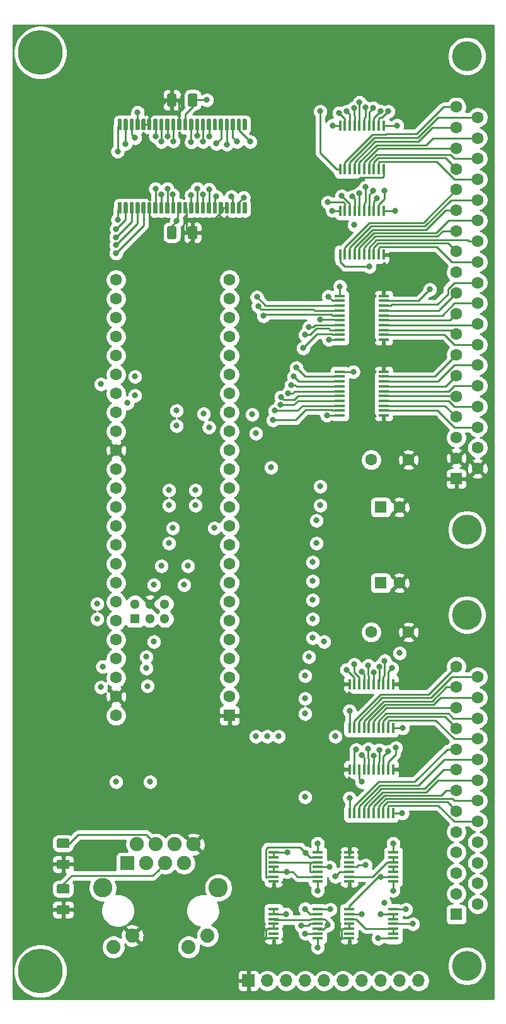
<source format=gbr>
G04 #@! TF.GenerationSoftware,KiCad,Pcbnew,5.1.5-52549c5~84~ubuntu18.04.1*
G04 #@! TF.CreationDate,2020-06-07T18:01:10-07:00*
G04 #@! TF.ProjectId,ram,72616d2e-6b69-4636-9164-5f7063625858,rev?*
G04 #@! TF.SameCoordinates,Original*
G04 #@! TF.FileFunction,Copper,L1,Top*
G04 #@! TF.FilePolarity,Positive*
%FSLAX46Y46*%
G04 Gerber Fmt 4.6, Leading zero omitted, Abs format (unit mm)*
G04 Created by KiCad (PCBNEW 5.1.5-52549c5~84~ubuntu18.04.1) date 2020-06-07 18:01:10*
%MOMM*%
%LPD*%
G04 APERTURE LIST*
%ADD10O,1.700000X1.700000*%
%ADD11R,1.700000X1.700000*%
%ADD12C,1.600000*%
%ADD13R,1.600000X1.600000*%
%ADD14R,1.300000X1.300000*%
%ADD15C,1.300000*%
%ADD16R,1.450000X0.450000*%
%ADD17R,0.450000X1.450000*%
%ADD18C,0.100000*%
%ADD19C,2.600000*%
%ADD20C,1.890000*%
%ADD21C,1.900000*%
%ADD22R,1.900000X1.900000*%
%ADD23C,4.000000*%
%ADD24C,6.000000*%
%ADD25C,0.800000*%
%ADD26C,0.250000*%
%ADD27C,0.254000*%
G04 APERTURE END LIST*
D10*
X228600000Y-95250000D03*
X226060000Y-95250000D03*
X223520000Y-95250000D03*
X220980000Y-95250000D03*
X218440000Y-95250000D03*
X215900000Y-95250000D03*
X213360000Y-95250000D03*
X210820000Y-95250000D03*
X208280000Y-95250000D03*
D11*
X205740000Y-95250000D03*
D12*
X187960000Y-59690000D03*
X187960000Y-57150000D03*
X187960000Y-54610000D03*
X187960000Y-52070000D03*
X187960000Y-49530000D03*
X187960000Y-46990000D03*
X187960000Y-44450000D03*
X187960000Y-41910000D03*
X187960000Y-39370000D03*
X187960000Y-36830000D03*
X187960000Y-34290000D03*
X187960000Y-31750000D03*
X187960000Y-29210000D03*
X187960000Y-26670000D03*
D13*
X203200000Y-59690000D03*
D12*
X203200000Y-57150000D03*
X203200000Y-54610000D03*
X203200000Y-52070000D03*
X203200000Y-49530000D03*
X203200000Y-46990000D03*
X203200000Y-44450000D03*
X203200000Y-41910000D03*
X203200000Y-39370000D03*
X203200000Y-36830000D03*
X203200000Y-34290000D03*
X203200000Y-31750000D03*
X203200000Y-29210000D03*
X187960000Y-24130000D03*
X187960000Y-21590000D03*
X187960000Y-19050000D03*
X187960000Y-16510000D03*
X187960000Y-13970000D03*
X187960000Y-11430000D03*
X187960000Y-8890000D03*
X187960000Y-6350000D03*
X187960000Y-3810000D03*
X187960000Y-1270000D03*
X203200000Y-1270000D03*
X203200000Y-3810000D03*
X203200000Y-6350000D03*
X203200000Y-8890000D03*
X203200000Y-26670000D03*
X203200000Y-24130000D03*
X203200000Y-21590000D03*
X203200000Y-11430000D03*
X203200000Y-13970000D03*
X203200000Y-16510000D03*
X203200000Y-19050000D03*
D14*
X190500000Y-46720000D03*
D15*
X190500000Y-44720000D03*
X192500000Y-46720000D03*
X192500000Y-44720000D03*
X194500000Y-44720000D03*
X194500000Y-46720000D03*
D16*
X215040000Y-85680000D03*
X215040000Y-86330000D03*
X215040000Y-86980000D03*
X215040000Y-87630000D03*
X215040000Y-88280000D03*
X215040000Y-88930000D03*
X215040000Y-89580000D03*
X209140000Y-89580000D03*
X209140000Y-88930000D03*
X209140000Y-88280000D03*
X209140000Y-87630000D03*
X209140000Y-86980000D03*
X209140000Y-86330000D03*
X209140000Y-85680000D03*
D17*
X225175000Y-61370000D03*
X224525000Y-61370000D03*
X223875000Y-61370000D03*
X223225000Y-61370000D03*
X222575000Y-61370000D03*
X221925000Y-61370000D03*
X221275000Y-61370000D03*
X220625000Y-61370000D03*
X219975000Y-61370000D03*
X219325000Y-61370000D03*
X219325000Y-55470000D03*
X219975000Y-55470000D03*
X220625000Y-55470000D03*
X221275000Y-55470000D03*
X221925000Y-55470000D03*
X222575000Y-55470000D03*
X223225000Y-55470000D03*
X223875000Y-55470000D03*
X224525000Y-55470000D03*
X225175000Y-55470000D03*
D16*
X218030000Y-9275000D03*
X218030000Y-8625000D03*
X218030000Y-7975000D03*
X218030000Y-7325000D03*
X218030000Y-6675000D03*
X218030000Y-6025000D03*
X218030000Y-5375000D03*
X218030000Y-4725000D03*
X218030000Y-4075000D03*
X218030000Y-3425000D03*
X223930000Y-3425000D03*
X223930000Y-4075000D03*
X223930000Y-4725000D03*
X223930000Y-5375000D03*
X223930000Y-6025000D03*
X223930000Y-6675000D03*
X223930000Y-7325000D03*
X223930000Y-7975000D03*
X223930000Y-8625000D03*
X223930000Y-9275000D03*
D17*
X218055000Y8030000D03*
X218705000Y8030000D03*
X219355000Y8030000D03*
X220005000Y8030000D03*
X220655000Y8030000D03*
X221305000Y8030000D03*
X221955000Y8030000D03*
X222605000Y8030000D03*
X223255000Y8030000D03*
X223905000Y8030000D03*
X223905000Y2130000D03*
X223255000Y2130000D03*
X222605000Y2130000D03*
X221955000Y2130000D03*
X221305000Y2130000D03*
X220655000Y2130000D03*
X220005000Y2130000D03*
X219355000Y2130000D03*
X218705000Y2130000D03*
X218055000Y2130000D03*
X225175000Y-72800000D03*
X224525000Y-72800000D03*
X223875000Y-72800000D03*
X223225000Y-72800000D03*
X222575000Y-72800000D03*
X221925000Y-72800000D03*
X221275000Y-72800000D03*
X220625000Y-72800000D03*
X219975000Y-72800000D03*
X219325000Y-72800000D03*
X219325000Y-66900000D03*
X219975000Y-66900000D03*
X220625000Y-66900000D03*
X221275000Y-66900000D03*
X221925000Y-66900000D03*
X222575000Y-66900000D03*
X223225000Y-66900000D03*
X223875000Y-66900000D03*
X224525000Y-66900000D03*
X225175000Y-66900000D03*
D16*
X218030000Y-19435000D03*
X218030000Y-18785000D03*
X218030000Y-18135000D03*
X218030000Y-17485000D03*
X218030000Y-16835000D03*
X218030000Y-16185000D03*
X218030000Y-15535000D03*
X218030000Y-14885000D03*
X218030000Y-14235000D03*
X218030000Y-13585000D03*
X223930000Y-13585000D03*
X223930000Y-14235000D03*
X223930000Y-14885000D03*
X223930000Y-15535000D03*
X223930000Y-16185000D03*
X223930000Y-16835000D03*
X223930000Y-17485000D03*
X223930000Y-18135000D03*
X223930000Y-18785000D03*
X223930000Y-19435000D03*
D17*
X218055000Y19460000D03*
X218705000Y19460000D03*
X219355000Y19460000D03*
X220005000Y19460000D03*
X220655000Y19460000D03*
X221305000Y19460000D03*
X221955000Y19460000D03*
X222605000Y19460000D03*
X223255000Y19460000D03*
X223905000Y19460000D03*
X223905000Y13560000D03*
X223255000Y13560000D03*
X222605000Y13560000D03*
X221955000Y13560000D03*
X221305000Y13560000D03*
X220655000Y13560000D03*
X220005000Y13560000D03*
X219355000Y13560000D03*
X218705000Y13560000D03*
X218055000Y13560000D03*
D16*
X215040000Y-78060000D03*
X215040000Y-78710000D03*
X215040000Y-79360000D03*
X215040000Y-80010000D03*
X215040000Y-80660000D03*
X215040000Y-81310000D03*
X215040000Y-81960000D03*
X209140000Y-81960000D03*
X209140000Y-81310000D03*
X209140000Y-80660000D03*
X209140000Y-80010000D03*
X209140000Y-79360000D03*
X209140000Y-78710000D03*
X209140000Y-78060000D03*
X225200000Y-85680000D03*
X225200000Y-86330000D03*
X225200000Y-86980000D03*
X225200000Y-87630000D03*
X225200000Y-88280000D03*
X225200000Y-88930000D03*
X225200000Y-89580000D03*
X219300000Y-89580000D03*
X219300000Y-88930000D03*
X219300000Y-88280000D03*
X219300000Y-87630000D03*
X219300000Y-86980000D03*
X219300000Y-86330000D03*
X219300000Y-85680000D03*
X225200000Y-78060000D03*
X225200000Y-78710000D03*
X225200000Y-79360000D03*
X225200000Y-80010000D03*
X225200000Y-80660000D03*
X225200000Y-81310000D03*
X225200000Y-81960000D03*
X219300000Y-81960000D03*
X219300000Y-81310000D03*
X219300000Y-80660000D03*
X219300000Y-80010000D03*
X219300000Y-79360000D03*
X219300000Y-78710000D03*
X219300000Y-78060000D03*
G04 #@! TA.AperFunction,SMDPad,CuDef*
D18*
G36*
X188600977Y20319338D02*
G01*
X188614325Y20317358D01*
X188627414Y20314079D01*
X188640119Y20309533D01*
X188652317Y20303764D01*
X188663891Y20296827D01*
X188674729Y20288789D01*
X188684727Y20279727D01*
X188693789Y20269729D01*
X188701827Y20258891D01*
X188708764Y20247317D01*
X188714533Y20235119D01*
X188719079Y20222414D01*
X188722358Y20209325D01*
X188724338Y20195977D01*
X188725000Y20182500D01*
X188725000Y18932500D01*
X188724338Y18919023D01*
X188722358Y18905675D01*
X188719079Y18892586D01*
X188714533Y18879881D01*
X188708764Y18867683D01*
X188701827Y18856109D01*
X188693789Y18845271D01*
X188684727Y18835273D01*
X188674729Y18826211D01*
X188663891Y18818173D01*
X188652317Y18811236D01*
X188640119Y18805467D01*
X188627414Y18800921D01*
X188614325Y18797642D01*
X188600977Y18795662D01*
X188587500Y18795000D01*
X188312500Y18795000D01*
X188299023Y18795662D01*
X188285675Y18797642D01*
X188272586Y18800921D01*
X188259881Y18805467D01*
X188247683Y18811236D01*
X188236109Y18818173D01*
X188225271Y18826211D01*
X188215273Y18835273D01*
X188206211Y18845271D01*
X188198173Y18856109D01*
X188191236Y18867683D01*
X188185467Y18879881D01*
X188180921Y18892586D01*
X188177642Y18905675D01*
X188175662Y18919023D01*
X188175000Y18932500D01*
X188175000Y20182500D01*
X188175662Y20195977D01*
X188177642Y20209325D01*
X188180921Y20222414D01*
X188185467Y20235119D01*
X188191236Y20247317D01*
X188198173Y20258891D01*
X188206211Y20269729D01*
X188215273Y20279727D01*
X188225271Y20288789D01*
X188236109Y20296827D01*
X188247683Y20303764D01*
X188259881Y20309533D01*
X188272586Y20314079D01*
X188285675Y20317358D01*
X188299023Y20319338D01*
X188312500Y20320000D01*
X188587500Y20320000D01*
X188600977Y20319338D01*
G37*
G04 #@! TD.AperFunction*
G04 #@! TA.AperFunction,SMDPad,CuDef*
G36*
X189400977Y20319338D02*
G01*
X189414325Y20317358D01*
X189427414Y20314079D01*
X189440119Y20309533D01*
X189452317Y20303764D01*
X189463891Y20296827D01*
X189474729Y20288789D01*
X189484727Y20279727D01*
X189493789Y20269729D01*
X189501827Y20258891D01*
X189508764Y20247317D01*
X189514533Y20235119D01*
X189519079Y20222414D01*
X189522358Y20209325D01*
X189524338Y20195977D01*
X189525000Y20182500D01*
X189525000Y18932500D01*
X189524338Y18919023D01*
X189522358Y18905675D01*
X189519079Y18892586D01*
X189514533Y18879881D01*
X189508764Y18867683D01*
X189501827Y18856109D01*
X189493789Y18845271D01*
X189484727Y18835273D01*
X189474729Y18826211D01*
X189463891Y18818173D01*
X189452317Y18811236D01*
X189440119Y18805467D01*
X189427414Y18800921D01*
X189414325Y18797642D01*
X189400977Y18795662D01*
X189387500Y18795000D01*
X189112500Y18795000D01*
X189099023Y18795662D01*
X189085675Y18797642D01*
X189072586Y18800921D01*
X189059881Y18805467D01*
X189047683Y18811236D01*
X189036109Y18818173D01*
X189025271Y18826211D01*
X189015273Y18835273D01*
X189006211Y18845271D01*
X188998173Y18856109D01*
X188991236Y18867683D01*
X188985467Y18879881D01*
X188980921Y18892586D01*
X188977642Y18905675D01*
X188975662Y18919023D01*
X188975000Y18932500D01*
X188975000Y20182500D01*
X188975662Y20195977D01*
X188977642Y20209325D01*
X188980921Y20222414D01*
X188985467Y20235119D01*
X188991236Y20247317D01*
X188998173Y20258891D01*
X189006211Y20269729D01*
X189015273Y20279727D01*
X189025271Y20288789D01*
X189036109Y20296827D01*
X189047683Y20303764D01*
X189059881Y20309533D01*
X189072586Y20314079D01*
X189085675Y20317358D01*
X189099023Y20319338D01*
X189112500Y20320000D01*
X189387500Y20320000D01*
X189400977Y20319338D01*
G37*
G04 #@! TD.AperFunction*
G04 #@! TA.AperFunction,SMDPad,CuDef*
G36*
X190200977Y20319338D02*
G01*
X190214325Y20317358D01*
X190227414Y20314079D01*
X190240119Y20309533D01*
X190252317Y20303764D01*
X190263891Y20296827D01*
X190274729Y20288789D01*
X190284727Y20279727D01*
X190293789Y20269729D01*
X190301827Y20258891D01*
X190308764Y20247317D01*
X190314533Y20235119D01*
X190319079Y20222414D01*
X190322358Y20209325D01*
X190324338Y20195977D01*
X190325000Y20182500D01*
X190325000Y18932500D01*
X190324338Y18919023D01*
X190322358Y18905675D01*
X190319079Y18892586D01*
X190314533Y18879881D01*
X190308764Y18867683D01*
X190301827Y18856109D01*
X190293789Y18845271D01*
X190284727Y18835273D01*
X190274729Y18826211D01*
X190263891Y18818173D01*
X190252317Y18811236D01*
X190240119Y18805467D01*
X190227414Y18800921D01*
X190214325Y18797642D01*
X190200977Y18795662D01*
X190187500Y18795000D01*
X189912500Y18795000D01*
X189899023Y18795662D01*
X189885675Y18797642D01*
X189872586Y18800921D01*
X189859881Y18805467D01*
X189847683Y18811236D01*
X189836109Y18818173D01*
X189825271Y18826211D01*
X189815273Y18835273D01*
X189806211Y18845271D01*
X189798173Y18856109D01*
X189791236Y18867683D01*
X189785467Y18879881D01*
X189780921Y18892586D01*
X189777642Y18905675D01*
X189775662Y18919023D01*
X189775000Y18932500D01*
X189775000Y20182500D01*
X189775662Y20195977D01*
X189777642Y20209325D01*
X189780921Y20222414D01*
X189785467Y20235119D01*
X189791236Y20247317D01*
X189798173Y20258891D01*
X189806211Y20269729D01*
X189815273Y20279727D01*
X189825271Y20288789D01*
X189836109Y20296827D01*
X189847683Y20303764D01*
X189859881Y20309533D01*
X189872586Y20314079D01*
X189885675Y20317358D01*
X189899023Y20319338D01*
X189912500Y20320000D01*
X190187500Y20320000D01*
X190200977Y20319338D01*
G37*
G04 #@! TD.AperFunction*
G04 #@! TA.AperFunction,SMDPad,CuDef*
G36*
X191000977Y20319338D02*
G01*
X191014325Y20317358D01*
X191027414Y20314079D01*
X191040119Y20309533D01*
X191052317Y20303764D01*
X191063891Y20296827D01*
X191074729Y20288789D01*
X191084727Y20279727D01*
X191093789Y20269729D01*
X191101827Y20258891D01*
X191108764Y20247317D01*
X191114533Y20235119D01*
X191119079Y20222414D01*
X191122358Y20209325D01*
X191124338Y20195977D01*
X191125000Y20182500D01*
X191125000Y18932500D01*
X191124338Y18919023D01*
X191122358Y18905675D01*
X191119079Y18892586D01*
X191114533Y18879881D01*
X191108764Y18867683D01*
X191101827Y18856109D01*
X191093789Y18845271D01*
X191084727Y18835273D01*
X191074729Y18826211D01*
X191063891Y18818173D01*
X191052317Y18811236D01*
X191040119Y18805467D01*
X191027414Y18800921D01*
X191014325Y18797642D01*
X191000977Y18795662D01*
X190987500Y18795000D01*
X190712500Y18795000D01*
X190699023Y18795662D01*
X190685675Y18797642D01*
X190672586Y18800921D01*
X190659881Y18805467D01*
X190647683Y18811236D01*
X190636109Y18818173D01*
X190625271Y18826211D01*
X190615273Y18835273D01*
X190606211Y18845271D01*
X190598173Y18856109D01*
X190591236Y18867683D01*
X190585467Y18879881D01*
X190580921Y18892586D01*
X190577642Y18905675D01*
X190575662Y18919023D01*
X190575000Y18932500D01*
X190575000Y20182500D01*
X190575662Y20195977D01*
X190577642Y20209325D01*
X190580921Y20222414D01*
X190585467Y20235119D01*
X190591236Y20247317D01*
X190598173Y20258891D01*
X190606211Y20269729D01*
X190615273Y20279727D01*
X190625271Y20288789D01*
X190636109Y20296827D01*
X190647683Y20303764D01*
X190659881Y20309533D01*
X190672586Y20314079D01*
X190685675Y20317358D01*
X190699023Y20319338D01*
X190712500Y20320000D01*
X190987500Y20320000D01*
X191000977Y20319338D01*
G37*
G04 #@! TD.AperFunction*
G04 #@! TA.AperFunction,SMDPad,CuDef*
G36*
X191800977Y20319338D02*
G01*
X191814325Y20317358D01*
X191827414Y20314079D01*
X191840119Y20309533D01*
X191852317Y20303764D01*
X191863891Y20296827D01*
X191874729Y20288789D01*
X191884727Y20279727D01*
X191893789Y20269729D01*
X191901827Y20258891D01*
X191908764Y20247317D01*
X191914533Y20235119D01*
X191919079Y20222414D01*
X191922358Y20209325D01*
X191924338Y20195977D01*
X191925000Y20182500D01*
X191925000Y18932500D01*
X191924338Y18919023D01*
X191922358Y18905675D01*
X191919079Y18892586D01*
X191914533Y18879881D01*
X191908764Y18867683D01*
X191901827Y18856109D01*
X191893789Y18845271D01*
X191884727Y18835273D01*
X191874729Y18826211D01*
X191863891Y18818173D01*
X191852317Y18811236D01*
X191840119Y18805467D01*
X191827414Y18800921D01*
X191814325Y18797642D01*
X191800977Y18795662D01*
X191787500Y18795000D01*
X191512500Y18795000D01*
X191499023Y18795662D01*
X191485675Y18797642D01*
X191472586Y18800921D01*
X191459881Y18805467D01*
X191447683Y18811236D01*
X191436109Y18818173D01*
X191425271Y18826211D01*
X191415273Y18835273D01*
X191406211Y18845271D01*
X191398173Y18856109D01*
X191391236Y18867683D01*
X191385467Y18879881D01*
X191380921Y18892586D01*
X191377642Y18905675D01*
X191375662Y18919023D01*
X191375000Y18932500D01*
X191375000Y20182500D01*
X191375662Y20195977D01*
X191377642Y20209325D01*
X191380921Y20222414D01*
X191385467Y20235119D01*
X191391236Y20247317D01*
X191398173Y20258891D01*
X191406211Y20269729D01*
X191415273Y20279727D01*
X191425271Y20288789D01*
X191436109Y20296827D01*
X191447683Y20303764D01*
X191459881Y20309533D01*
X191472586Y20314079D01*
X191485675Y20317358D01*
X191499023Y20319338D01*
X191512500Y20320000D01*
X191787500Y20320000D01*
X191800977Y20319338D01*
G37*
G04 #@! TD.AperFunction*
G04 #@! TA.AperFunction,SMDPad,CuDef*
G36*
X192600977Y20319338D02*
G01*
X192614325Y20317358D01*
X192627414Y20314079D01*
X192640119Y20309533D01*
X192652317Y20303764D01*
X192663891Y20296827D01*
X192674729Y20288789D01*
X192684727Y20279727D01*
X192693789Y20269729D01*
X192701827Y20258891D01*
X192708764Y20247317D01*
X192714533Y20235119D01*
X192719079Y20222414D01*
X192722358Y20209325D01*
X192724338Y20195977D01*
X192725000Y20182500D01*
X192725000Y18932500D01*
X192724338Y18919023D01*
X192722358Y18905675D01*
X192719079Y18892586D01*
X192714533Y18879881D01*
X192708764Y18867683D01*
X192701827Y18856109D01*
X192693789Y18845271D01*
X192684727Y18835273D01*
X192674729Y18826211D01*
X192663891Y18818173D01*
X192652317Y18811236D01*
X192640119Y18805467D01*
X192627414Y18800921D01*
X192614325Y18797642D01*
X192600977Y18795662D01*
X192587500Y18795000D01*
X192312500Y18795000D01*
X192299023Y18795662D01*
X192285675Y18797642D01*
X192272586Y18800921D01*
X192259881Y18805467D01*
X192247683Y18811236D01*
X192236109Y18818173D01*
X192225271Y18826211D01*
X192215273Y18835273D01*
X192206211Y18845271D01*
X192198173Y18856109D01*
X192191236Y18867683D01*
X192185467Y18879881D01*
X192180921Y18892586D01*
X192177642Y18905675D01*
X192175662Y18919023D01*
X192175000Y18932500D01*
X192175000Y20182500D01*
X192175662Y20195977D01*
X192177642Y20209325D01*
X192180921Y20222414D01*
X192185467Y20235119D01*
X192191236Y20247317D01*
X192198173Y20258891D01*
X192206211Y20269729D01*
X192215273Y20279727D01*
X192225271Y20288789D01*
X192236109Y20296827D01*
X192247683Y20303764D01*
X192259881Y20309533D01*
X192272586Y20314079D01*
X192285675Y20317358D01*
X192299023Y20319338D01*
X192312500Y20320000D01*
X192587500Y20320000D01*
X192600977Y20319338D01*
G37*
G04 #@! TD.AperFunction*
G04 #@! TA.AperFunction,SMDPad,CuDef*
G36*
X193400977Y20319338D02*
G01*
X193414325Y20317358D01*
X193427414Y20314079D01*
X193440119Y20309533D01*
X193452317Y20303764D01*
X193463891Y20296827D01*
X193474729Y20288789D01*
X193484727Y20279727D01*
X193493789Y20269729D01*
X193501827Y20258891D01*
X193508764Y20247317D01*
X193514533Y20235119D01*
X193519079Y20222414D01*
X193522358Y20209325D01*
X193524338Y20195977D01*
X193525000Y20182500D01*
X193525000Y18932500D01*
X193524338Y18919023D01*
X193522358Y18905675D01*
X193519079Y18892586D01*
X193514533Y18879881D01*
X193508764Y18867683D01*
X193501827Y18856109D01*
X193493789Y18845271D01*
X193484727Y18835273D01*
X193474729Y18826211D01*
X193463891Y18818173D01*
X193452317Y18811236D01*
X193440119Y18805467D01*
X193427414Y18800921D01*
X193414325Y18797642D01*
X193400977Y18795662D01*
X193387500Y18795000D01*
X193112500Y18795000D01*
X193099023Y18795662D01*
X193085675Y18797642D01*
X193072586Y18800921D01*
X193059881Y18805467D01*
X193047683Y18811236D01*
X193036109Y18818173D01*
X193025271Y18826211D01*
X193015273Y18835273D01*
X193006211Y18845271D01*
X192998173Y18856109D01*
X192991236Y18867683D01*
X192985467Y18879881D01*
X192980921Y18892586D01*
X192977642Y18905675D01*
X192975662Y18919023D01*
X192975000Y18932500D01*
X192975000Y20182500D01*
X192975662Y20195977D01*
X192977642Y20209325D01*
X192980921Y20222414D01*
X192985467Y20235119D01*
X192991236Y20247317D01*
X192998173Y20258891D01*
X193006211Y20269729D01*
X193015273Y20279727D01*
X193025271Y20288789D01*
X193036109Y20296827D01*
X193047683Y20303764D01*
X193059881Y20309533D01*
X193072586Y20314079D01*
X193085675Y20317358D01*
X193099023Y20319338D01*
X193112500Y20320000D01*
X193387500Y20320000D01*
X193400977Y20319338D01*
G37*
G04 #@! TD.AperFunction*
G04 #@! TA.AperFunction,SMDPad,CuDef*
G36*
X194200977Y20319338D02*
G01*
X194214325Y20317358D01*
X194227414Y20314079D01*
X194240119Y20309533D01*
X194252317Y20303764D01*
X194263891Y20296827D01*
X194274729Y20288789D01*
X194284727Y20279727D01*
X194293789Y20269729D01*
X194301827Y20258891D01*
X194308764Y20247317D01*
X194314533Y20235119D01*
X194319079Y20222414D01*
X194322358Y20209325D01*
X194324338Y20195977D01*
X194325000Y20182500D01*
X194325000Y18932500D01*
X194324338Y18919023D01*
X194322358Y18905675D01*
X194319079Y18892586D01*
X194314533Y18879881D01*
X194308764Y18867683D01*
X194301827Y18856109D01*
X194293789Y18845271D01*
X194284727Y18835273D01*
X194274729Y18826211D01*
X194263891Y18818173D01*
X194252317Y18811236D01*
X194240119Y18805467D01*
X194227414Y18800921D01*
X194214325Y18797642D01*
X194200977Y18795662D01*
X194187500Y18795000D01*
X193912500Y18795000D01*
X193899023Y18795662D01*
X193885675Y18797642D01*
X193872586Y18800921D01*
X193859881Y18805467D01*
X193847683Y18811236D01*
X193836109Y18818173D01*
X193825271Y18826211D01*
X193815273Y18835273D01*
X193806211Y18845271D01*
X193798173Y18856109D01*
X193791236Y18867683D01*
X193785467Y18879881D01*
X193780921Y18892586D01*
X193777642Y18905675D01*
X193775662Y18919023D01*
X193775000Y18932500D01*
X193775000Y20182500D01*
X193775662Y20195977D01*
X193777642Y20209325D01*
X193780921Y20222414D01*
X193785467Y20235119D01*
X193791236Y20247317D01*
X193798173Y20258891D01*
X193806211Y20269729D01*
X193815273Y20279727D01*
X193825271Y20288789D01*
X193836109Y20296827D01*
X193847683Y20303764D01*
X193859881Y20309533D01*
X193872586Y20314079D01*
X193885675Y20317358D01*
X193899023Y20319338D01*
X193912500Y20320000D01*
X194187500Y20320000D01*
X194200977Y20319338D01*
G37*
G04 #@! TD.AperFunction*
G04 #@! TA.AperFunction,SMDPad,CuDef*
G36*
X195000977Y20319338D02*
G01*
X195014325Y20317358D01*
X195027414Y20314079D01*
X195040119Y20309533D01*
X195052317Y20303764D01*
X195063891Y20296827D01*
X195074729Y20288789D01*
X195084727Y20279727D01*
X195093789Y20269729D01*
X195101827Y20258891D01*
X195108764Y20247317D01*
X195114533Y20235119D01*
X195119079Y20222414D01*
X195122358Y20209325D01*
X195124338Y20195977D01*
X195125000Y20182500D01*
X195125000Y18932500D01*
X195124338Y18919023D01*
X195122358Y18905675D01*
X195119079Y18892586D01*
X195114533Y18879881D01*
X195108764Y18867683D01*
X195101827Y18856109D01*
X195093789Y18845271D01*
X195084727Y18835273D01*
X195074729Y18826211D01*
X195063891Y18818173D01*
X195052317Y18811236D01*
X195040119Y18805467D01*
X195027414Y18800921D01*
X195014325Y18797642D01*
X195000977Y18795662D01*
X194987500Y18795000D01*
X194712500Y18795000D01*
X194699023Y18795662D01*
X194685675Y18797642D01*
X194672586Y18800921D01*
X194659881Y18805467D01*
X194647683Y18811236D01*
X194636109Y18818173D01*
X194625271Y18826211D01*
X194615273Y18835273D01*
X194606211Y18845271D01*
X194598173Y18856109D01*
X194591236Y18867683D01*
X194585467Y18879881D01*
X194580921Y18892586D01*
X194577642Y18905675D01*
X194575662Y18919023D01*
X194575000Y18932500D01*
X194575000Y20182500D01*
X194575662Y20195977D01*
X194577642Y20209325D01*
X194580921Y20222414D01*
X194585467Y20235119D01*
X194591236Y20247317D01*
X194598173Y20258891D01*
X194606211Y20269729D01*
X194615273Y20279727D01*
X194625271Y20288789D01*
X194636109Y20296827D01*
X194647683Y20303764D01*
X194659881Y20309533D01*
X194672586Y20314079D01*
X194685675Y20317358D01*
X194699023Y20319338D01*
X194712500Y20320000D01*
X194987500Y20320000D01*
X195000977Y20319338D01*
G37*
G04 #@! TD.AperFunction*
G04 #@! TA.AperFunction,SMDPad,CuDef*
G36*
X195800977Y20319338D02*
G01*
X195814325Y20317358D01*
X195827414Y20314079D01*
X195840119Y20309533D01*
X195852317Y20303764D01*
X195863891Y20296827D01*
X195874729Y20288789D01*
X195884727Y20279727D01*
X195893789Y20269729D01*
X195901827Y20258891D01*
X195908764Y20247317D01*
X195914533Y20235119D01*
X195919079Y20222414D01*
X195922358Y20209325D01*
X195924338Y20195977D01*
X195925000Y20182500D01*
X195925000Y18932500D01*
X195924338Y18919023D01*
X195922358Y18905675D01*
X195919079Y18892586D01*
X195914533Y18879881D01*
X195908764Y18867683D01*
X195901827Y18856109D01*
X195893789Y18845271D01*
X195884727Y18835273D01*
X195874729Y18826211D01*
X195863891Y18818173D01*
X195852317Y18811236D01*
X195840119Y18805467D01*
X195827414Y18800921D01*
X195814325Y18797642D01*
X195800977Y18795662D01*
X195787500Y18795000D01*
X195512500Y18795000D01*
X195499023Y18795662D01*
X195485675Y18797642D01*
X195472586Y18800921D01*
X195459881Y18805467D01*
X195447683Y18811236D01*
X195436109Y18818173D01*
X195425271Y18826211D01*
X195415273Y18835273D01*
X195406211Y18845271D01*
X195398173Y18856109D01*
X195391236Y18867683D01*
X195385467Y18879881D01*
X195380921Y18892586D01*
X195377642Y18905675D01*
X195375662Y18919023D01*
X195375000Y18932500D01*
X195375000Y20182500D01*
X195375662Y20195977D01*
X195377642Y20209325D01*
X195380921Y20222414D01*
X195385467Y20235119D01*
X195391236Y20247317D01*
X195398173Y20258891D01*
X195406211Y20269729D01*
X195415273Y20279727D01*
X195425271Y20288789D01*
X195436109Y20296827D01*
X195447683Y20303764D01*
X195459881Y20309533D01*
X195472586Y20314079D01*
X195485675Y20317358D01*
X195499023Y20319338D01*
X195512500Y20320000D01*
X195787500Y20320000D01*
X195800977Y20319338D01*
G37*
G04 #@! TD.AperFunction*
G04 #@! TA.AperFunction,SMDPad,CuDef*
G36*
X196600977Y20319338D02*
G01*
X196614325Y20317358D01*
X196627414Y20314079D01*
X196640119Y20309533D01*
X196652317Y20303764D01*
X196663891Y20296827D01*
X196674729Y20288789D01*
X196684727Y20279727D01*
X196693789Y20269729D01*
X196701827Y20258891D01*
X196708764Y20247317D01*
X196714533Y20235119D01*
X196719079Y20222414D01*
X196722358Y20209325D01*
X196724338Y20195977D01*
X196725000Y20182500D01*
X196725000Y18932500D01*
X196724338Y18919023D01*
X196722358Y18905675D01*
X196719079Y18892586D01*
X196714533Y18879881D01*
X196708764Y18867683D01*
X196701827Y18856109D01*
X196693789Y18845271D01*
X196684727Y18835273D01*
X196674729Y18826211D01*
X196663891Y18818173D01*
X196652317Y18811236D01*
X196640119Y18805467D01*
X196627414Y18800921D01*
X196614325Y18797642D01*
X196600977Y18795662D01*
X196587500Y18795000D01*
X196312500Y18795000D01*
X196299023Y18795662D01*
X196285675Y18797642D01*
X196272586Y18800921D01*
X196259881Y18805467D01*
X196247683Y18811236D01*
X196236109Y18818173D01*
X196225271Y18826211D01*
X196215273Y18835273D01*
X196206211Y18845271D01*
X196198173Y18856109D01*
X196191236Y18867683D01*
X196185467Y18879881D01*
X196180921Y18892586D01*
X196177642Y18905675D01*
X196175662Y18919023D01*
X196175000Y18932500D01*
X196175000Y20182500D01*
X196175662Y20195977D01*
X196177642Y20209325D01*
X196180921Y20222414D01*
X196185467Y20235119D01*
X196191236Y20247317D01*
X196198173Y20258891D01*
X196206211Y20269729D01*
X196215273Y20279727D01*
X196225271Y20288789D01*
X196236109Y20296827D01*
X196247683Y20303764D01*
X196259881Y20309533D01*
X196272586Y20314079D01*
X196285675Y20317358D01*
X196299023Y20319338D01*
X196312500Y20320000D01*
X196587500Y20320000D01*
X196600977Y20319338D01*
G37*
G04 #@! TD.AperFunction*
G04 #@! TA.AperFunction,SMDPad,CuDef*
G36*
X197400977Y20319338D02*
G01*
X197414325Y20317358D01*
X197427414Y20314079D01*
X197440119Y20309533D01*
X197452317Y20303764D01*
X197463891Y20296827D01*
X197474729Y20288789D01*
X197484727Y20279727D01*
X197493789Y20269729D01*
X197501827Y20258891D01*
X197508764Y20247317D01*
X197514533Y20235119D01*
X197519079Y20222414D01*
X197522358Y20209325D01*
X197524338Y20195977D01*
X197525000Y20182500D01*
X197525000Y18932500D01*
X197524338Y18919023D01*
X197522358Y18905675D01*
X197519079Y18892586D01*
X197514533Y18879881D01*
X197508764Y18867683D01*
X197501827Y18856109D01*
X197493789Y18845271D01*
X197484727Y18835273D01*
X197474729Y18826211D01*
X197463891Y18818173D01*
X197452317Y18811236D01*
X197440119Y18805467D01*
X197427414Y18800921D01*
X197414325Y18797642D01*
X197400977Y18795662D01*
X197387500Y18795000D01*
X197112500Y18795000D01*
X197099023Y18795662D01*
X197085675Y18797642D01*
X197072586Y18800921D01*
X197059881Y18805467D01*
X197047683Y18811236D01*
X197036109Y18818173D01*
X197025271Y18826211D01*
X197015273Y18835273D01*
X197006211Y18845271D01*
X196998173Y18856109D01*
X196991236Y18867683D01*
X196985467Y18879881D01*
X196980921Y18892586D01*
X196977642Y18905675D01*
X196975662Y18919023D01*
X196975000Y18932500D01*
X196975000Y20182500D01*
X196975662Y20195977D01*
X196977642Y20209325D01*
X196980921Y20222414D01*
X196985467Y20235119D01*
X196991236Y20247317D01*
X196998173Y20258891D01*
X197006211Y20269729D01*
X197015273Y20279727D01*
X197025271Y20288789D01*
X197036109Y20296827D01*
X197047683Y20303764D01*
X197059881Y20309533D01*
X197072586Y20314079D01*
X197085675Y20317358D01*
X197099023Y20319338D01*
X197112500Y20320000D01*
X197387500Y20320000D01*
X197400977Y20319338D01*
G37*
G04 #@! TD.AperFunction*
G04 #@! TA.AperFunction,SMDPad,CuDef*
G36*
X198200977Y20319338D02*
G01*
X198214325Y20317358D01*
X198227414Y20314079D01*
X198240119Y20309533D01*
X198252317Y20303764D01*
X198263891Y20296827D01*
X198274729Y20288789D01*
X198284727Y20279727D01*
X198293789Y20269729D01*
X198301827Y20258891D01*
X198308764Y20247317D01*
X198314533Y20235119D01*
X198319079Y20222414D01*
X198322358Y20209325D01*
X198324338Y20195977D01*
X198325000Y20182500D01*
X198325000Y18932500D01*
X198324338Y18919023D01*
X198322358Y18905675D01*
X198319079Y18892586D01*
X198314533Y18879881D01*
X198308764Y18867683D01*
X198301827Y18856109D01*
X198293789Y18845271D01*
X198284727Y18835273D01*
X198274729Y18826211D01*
X198263891Y18818173D01*
X198252317Y18811236D01*
X198240119Y18805467D01*
X198227414Y18800921D01*
X198214325Y18797642D01*
X198200977Y18795662D01*
X198187500Y18795000D01*
X197912500Y18795000D01*
X197899023Y18795662D01*
X197885675Y18797642D01*
X197872586Y18800921D01*
X197859881Y18805467D01*
X197847683Y18811236D01*
X197836109Y18818173D01*
X197825271Y18826211D01*
X197815273Y18835273D01*
X197806211Y18845271D01*
X197798173Y18856109D01*
X197791236Y18867683D01*
X197785467Y18879881D01*
X197780921Y18892586D01*
X197777642Y18905675D01*
X197775662Y18919023D01*
X197775000Y18932500D01*
X197775000Y20182500D01*
X197775662Y20195977D01*
X197777642Y20209325D01*
X197780921Y20222414D01*
X197785467Y20235119D01*
X197791236Y20247317D01*
X197798173Y20258891D01*
X197806211Y20269729D01*
X197815273Y20279727D01*
X197825271Y20288789D01*
X197836109Y20296827D01*
X197847683Y20303764D01*
X197859881Y20309533D01*
X197872586Y20314079D01*
X197885675Y20317358D01*
X197899023Y20319338D01*
X197912500Y20320000D01*
X198187500Y20320000D01*
X198200977Y20319338D01*
G37*
G04 #@! TD.AperFunction*
G04 #@! TA.AperFunction,SMDPad,CuDef*
G36*
X199000977Y20319338D02*
G01*
X199014325Y20317358D01*
X199027414Y20314079D01*
X199040119Y20309533D01*
X199052317Y20303764D01*
X199063891Y20296827D01*
X199074729Y20288789D01*
X199084727Y20279727D01*
X199093789Y20269729D01*
X199101827Y20258891D01*
X199108764Y20247317D01*
X199114533Y20235119D01*
X199119079Y20222414D01*
X199122358Y20209325D01*
X199124338Y20195977D01*
X199125000Y20182500D01*
X199125000Y18932500D01*
X199124338Y18919023D01*
X199122358Y18905675D01*
X199119079Y18892586D01*
X199114533Y18879881D01*
X199108764Y18867683D01*
X199101827Y18856109D01*
X199093789Y18845271D01*
X199084727Y18835273D01*
X199074729Y18826211D01*
X199063891Y18818173D01*
X199052317Y18811236D01*
X199040119Y18805467D01*
X199027414Y18800921D01*
X199014325Y18797642D01*
X199000977Y18795662D01*
X198987500Y18795000D01*
X198712500Y18795000D01*
X198699023Y18795662D01*
X198685675Y18797642D01*
X198672586Y18800921D01*
X198659881Y18805467D01*
X198647683Y18811236D01*
X198636109Y18818173D01*
X198625271Y18826211D01*
X198615273Y18835273D01*
X198606211Y18845271D01*
X198598173Y18856109D01*
X198591236Y18867683D01*
X198585467Y18879881D01*
X198580921Y18892586D01*
X198577642Y18905675D01*
X198575662Y18919023D01*
X198575000Y18932500D01*
X198575000Y20182500D01*
X198575662Y20195977D01*
X198577642Y20209325D01*
X198580921Y20222414D01*
X198585467Y20235119D01*
X198591236Y20247317D01*
X198598173Y20258891D01*
X198606211Y20269729D01*
X198615273Y20279727D01*
X198625271Y20288789D01*
X198636109Y20296827D01*
X198647683Y20303764D01*
X198659881Y20309533D01*
X198672586Y20314079D01*
X198685675Y20317358D01*
X198699023Y20319338D01*
X198712500Y20320000D01*
X198987500Y20320000D01*
X199000977Y20319338D01*
G37*
G04 #@! TD.AperFunction*
G04 #@! TA.AperFunction,SMDPad,CuDef*
G36*
X199800977Y20319338D02*
G01*
X199814325Y20317358D01*
X199827414Y20314079D01*
X199840119Y20309533D01*
X199852317Y20303764D01*
X199863891Y20296827D01*
X199874729Y20288789D01*
X199884727Y20279727D01*
X199893789Y20269729D01*
X199901827Y20258891D01*
X199908764Y20247317D01*
X199914533Y20235119D01*
X199919079Y20222414D01*
X199922358Y20209325D01*
X199924338Y20195977D01*
X199925000Y20182500D01*
X199925000Y18932500D01*
X199924338Y18919023D01*
X199922358Y18905675D01*
X199919079Y18892586D01*
X199914533Y18879881D01*
X199908764Y18867683D01*
X199901827Y18856109D01*
X199893789Y18845271D01*
X199884727Y18835273D01*
X199874729Y18826211D01*
X199863891Y18818173D01*
X199852317Y18811236D01*
X199840119Y18805467D01*
X199827414Y18800921D01*
X199814325Y18797642D01*
X199800977Y18795662D01*
X199787500Y18795000D01*
X199512500Y18795000D01*
X199499023Y18795662D01*
X199485675Y18797642D01*
X199472586Y18800921D01*
X199459881Y18805467D01*
X199447683Y18811236D01*
X199436109Y18818173D01*
X199425271Y18826211D01*
X199415273Y18835273D01*
X199406211Y18845271D01*
X199398173Y18856109D01*
X199391236Y18867683D01*
X199385467Y18879881D01*
X199380921Y18892586D01*
X199377642Y18905675D01*
X199375662Y18919023D01*
X199375000Y18932500D01*
X199375000Y20182500D01*
X199375662Y20195977D01*
X199377642Y20209325D01*
X199380921Y20222414D01*
X199385467Y20235119D01*
X199391236Y20247317D01*
X199398173Y20258891D01*
X199406211Y20269729D01*
X199415273Y20279727D01*
X199425271Y20288789D01*
X199436109Y20296827D01*
X199447683Y20303764D01*
X199459881Y20309533D01*
X199472586Y20314079D01*
X199485675Y20317358D01*
X199499023Y20319338D01*
X199512500Y20320000D01*
X199787500Y20320000D01*
X199800977Y20319338D01*
G37*
G04 #@! TD.AperFunction*
G04 #@! TA.AperFunction,SMDPad,CuDef*
G36*
X200600977Y20319338D02*
G01*
X200614325Y20317358D01*
X200627414Y20314079D01*
X200640119Y20309533D01*
X200652317Y20303764D01*
X200663891Y20296827D01*
X200674729Y20288789D01*
X200684727Y20279727D01*
X200693789Y20269729D01*
X200701827Y20258891D01*
X200708764Y20247317D01*
X200714533Y20235119D01*
X200719079Y20222414D01*
X200722358Y20209325D01*
X200724338Y20195977D01*
X200725000Y20182500D01*
X200725000Y18932500D01*
X200724338Y18919023D01*
X200722358Y18905675D01*
X200719079Y18892586D01*
X200714533Y18879881D01*
X200708764Y18867683D01*
X200701827Y18856109D01*
X200693789Y18845271D01*
X200684727Y18835273D01*
X200674729Y18826211D01*
X200663891Y18818173D01*
X200652317Y18811236D01*
X200640119Y18805467D01*
X200627414Y18800921D01*
X200614325Y18797642D01*
X200600977Y18795662D01*
X200587500Y18795000D01*
X200312500Y18795000D01*
X200299023Y18795662D01*
X200285675Y18797642D01*
X200272586Y18800921D01*
X200259881Y18805467D01*
X200247683Y18811236D01*
X200236109Y18818173D01*
X200225271Y18826211D01*
X200215273Y18835273D01*
X200206211Y18845271D01*
X200198173Y18856109D01*
X200191236Y18867683D01*
X200185467Y18879881D01*
X200180921Y18892586D01*
X200177642Y18905675D01*
X200175662Y18919023D01*
X200175000Y18932500D01*
X200175000Y20182500D01*
X200175662Y20195977D01*
X200177642Y20209325D01*
X200180921Y20222414D01*
X200185467Y20235119D01*
X200191236Y20247317D01*
X200198173Y20258891D01*
X200206211Y20269729D01*
X200215273Y20279727D01*
X200225271Y20288789D01*
X200236109Y20296827D01*
X200247683Y20303764D01*
X200259881Y20309533D01*
X200272586Y20314079D01*
X200285675Y20317358D01*
X200299023Y20319338D01*
X200312500Y20320000D01*
X200587500Y20320000D01*
X200600977Y20319338D01*
G37*
G04 #@! TD.AperFunction*
G04 #@! TA.AperFunction,SMDPad,CuDef*
G36*
X201400977Y20319338D02*
G01*
X201414325Y20317358D01*
X201427414Y20314079D01*
X201440119Y20309533D01*
X201452317Y20303764D01*
X201463891Y20296827D01*
X201474729Y20288789D01*
X201484727Y20279727D01*
X201493789Y20269729D01*
X201501827Y20258891D01*
X201508764Y20247317D01*
X201514533Y20235119D01*
X201519079Y20222414D01*
X201522358Y20209325D01*
X201524338Y20195977D01*
X201525000Y20182500D01*
X201525000Y18932500D01*
X201524338Y18919023D01*
X201522358Y18905675D01*
X201519079Y18892586D01*
X201514533Y18879881D01*
X201508764Y18867683D01*
X201501827Y18856109D01*
X201493789Y18845271D01*
X201484727Y18835273D01*
X201474729Y18826211D01*
X201463891Y18818173D01*
X201452317Y18811236D01*
X201440119Y18805467D01*
X201427414Y18800921D01*
X201414325Y18797642D01*
X201400977Y18795662D01*
X201387500Y18795000D01*
X201112500Y18795000D01*
X201099023Y18795662D01*
X201085675Y18797642D01*
X201072586Y18800921D01*
X201059881Y18805467D01*
X201047683Y18811236D01*
X201036109Y18818173D01*
X201025271Y18826211D01*
X201015273Y18835273D01*
X201006211Y18845271D01*
X200998173Y18856109D01*
X200991236Y18867683D01*
X200985467Y18879881D01*
X200980921Y18892586D01*
X200977642Y18905675D01*
X200975662Y18919023D01*
X200975000Y18932500D01*
X200975000Y20182500D01*
X200975662Y20195977D01*
X200977642Y20209325D01*
X200980921Y20222414D01*
X200985467Y20235119D01*
X200991236Y20247317D01*
X200998173Y20258891D01*
X201006211Y20269729D01*
X201015273Y20279727D01*
X201025271Y20288789D01*
X201036109Y20296827D01*
X201047683Y20303764D01*
X201059881Y20309533D01*
X201072586Y20314079D01*
X201085675Y20317358D01*
X201099023Y20319338D01*
X201112500Y20320000D01*
X201387500Y20320000D01*
X201400977Y20319338D01*
G37*
G04 #@! TD.AperFunction*
G04 #@! TA.AperFunction,SMDPad,CuDef*
G36*
X202200977Y20319338D02*
G01*
X202214325Y20317358D01*
X202227414Y20314079D01*
X202240119Y20309533D01*
X202252317Y20303764D01*
X202263891Y20296827D01*
X202274729Y20288789D01*
X202284727Y20279727D01*
X202293789Y20269729D01*
X202301827Y20258891D01*
X202308764Y20247317D01*
X202314533Y20235119D01*
X202319079Y20222414D01*
X202322358Y20209325D01*
X202324338Y20195977D01*
X202325000Y20182500D01*
X202325000Y18932500D01*
X202324338Y18919023D01*
X202322358Y18905675D01*
X202319079Y18892586D01*
X202314533Y18879881D01*
X202308764Y18867683D01*
X202301827Y18856109D01*
X202293789Y18845271D01*
X202284727Y18835273D01*
X202274729Y18826211D01*
X202263891Y18818173D01*
X202252317Y18811236D01*
X202240119Y18805467D01*
X202227414Y18800921D01*
X202214325Y18797642D01*
X202200977Y18795662D01*
X202187500Y18795000D01*
X201912500Y18795000D01*
X201899023Y18795662D01*
X201885675Y18797642D01*
X201872586Y18800921D01*
X201859881Y18805467D01*
X201847683Y18811236D01*
X201836109Y18818173D01*
X201825271Y18826211D01*
X201815273Y18835273D01*
X201806211Y18845271D01*
X201798173Y18856109D01*
X201791236Y18867683D01*
X201785467Y18879881D01*
X201780921Y18892586D01*
X201777642Y18905675D01*
X201775662Y18919023D01*
X201775000Y18932500D01*
X201775000Y20182500D01*
X201775662Y20195977D01*
X201777642Y20209325D01*
X201780921Y20222414D01*
X201785467Y20235119D01*
X201791236Y20247317D01*
X201798173Y20258891D01*
X201806211Y20269729D01*
X201815273Y20279727D01*
X201825271Y20288789D01*
X201836109Y20296827D01*
X201847683Y20303764D01*
X201859881Y20309533D01*
X201872586Y20314079D01*
X201885675Y20317358D01*
X201899023Y20319338D01*
X201912500Y20320000D01*
X202187500Y20320000D01*
X202200977Y20319338D01*
G37*
G04 #@! TD.AperFunction*
G04 #@! TA.AperFunction,SMDPad,CuDef*
G36*
X203000977Y20319338D02*
G01*
X203014325Y20317358D01*
X203027414Y20314079D01*
X203040119Y20309533D01*
X203052317Y20303764D01*
X203063891Y20296827D01*
X203074729Y20288789D01*
X203084727Y20279727D01*
X203093789Y20269729D01*
X203101827Y20258891D01*
X203108764Y20247317D01*
X203114533Y20235119D01*
X203119079Y20222414D01*
X203122358Y20209325D01*
X203124338Y20195977D01*
X203125000Y20182500D01*
X203125000Y18932500D01*
X203124338Y18919023D01*
X203122358Y18905675D01*
X203119079Y18892586D01*
X203114533Y18879881D01*
X203108764Y18867683D01*
X203101827Y18856109D01*
X203093789Y18845271D01*
X203084727Y18835273D01*
X203074729Y18826211D01*
X203063891Y18818173D01*
X203052317Y18811236D01*
X203040119Y18805467D01*
X203027414Y18800921D01*
X203014325Y18797642D01*
X203000977Y18795662D01*
X202987500Y18795000D01*
X202712500Y18795000D01*
X202699023Y18795662D01*
X202685675Y18797642D01*
X202672586Y18800921D01*
X202659881Y18805467D01*
X202647683Y18811236D01*
X202636109Y18818173D01*
X202625271Y18826211D01*
X202615273Y18835273D01*
X202606211Y18845271D01*
X202598173Y18856109D01*
X202591236Y18867683D01*
X202585467Y18879881D01*
X202580921Y18892586D01*
X202577642Y18905675D01*
X202575662Y18919023D01*
X202575000Y18932500D01*
X202575000Y20182500D01*
X202575662Y20195977D01*
X202577642Y20209325D01*
X202580921Y20222414D01*
X202585467Y20235119D01*
X202591236Y20247317D01*
X202598173Y20258891D01*
X202606211Y20269729D01*
X202615273Y20279727D01*
X202625271Y20288789D01*
X202636109Y20296827D01*
X202647683Y20303764D01*
X202659881Y20309533D01*
X202672586Y20314079D01*
X202685675Y20317358D01*
X202699023Y20319338D01*
X202712500Y20320000D01*
X202987500Y20320000D01*
X203000977Y20319338D01*
G37*
G04 #@! TD.AperFunction*
G04 #@! TA.AperFunction,SMDPad,CuDef*
G36*
X203800977Y20319338D02*
G01*
X203814325Y20317358D01*
X203827414Y20314079D01*
X203840119Y20309533D01*
X203852317Y20303764D01*
X203863891Y20296827D01*
X203874729Y20288789D01*
X203884727Y20279727D01*
X203893789Y20269729D01*
X203901827Y20258891D01*
X203908764Y20247317D01*
X203914533Y20235119D01*
X203919079Y20222414D01*
X203922358Y20209325D01*
X203924338Y20195977D01*
X203925000Y20182500D01*
X203925000Y18932500D01*
X203924338Y18919023D01*
X203922358Y18905675D01*
X203919079Y18892586D01*
X203914533Y18879881D01*
X203908764Y18867683D01*
X203901827Y18856109D01*
X203893789Y18845271D01*
X203884727Y18835273D01*
X203874729Y18826211D01*
X203863891Y18818173D01*
X203852317Y18811236D01*
X203840119Y18805467D01*
X203827414Y18800921D01*
X203814325Y18797642D01*
X203800977Y18795662D01*
X203787500Y18795000D01*
X203512500Y18795000D01*
X203499023Y18795662D01*
X203485675Y18797642D01*
X203472586Y18800921D01*
X203459881Y18805467D01*
X203447683Y18811236D01*
X203436109Y18818173D01*
X203425271Y18826211D01*
X203415273Y18835273D01*
X203406211Y18845271D01*
X203398173Y18856109D01*
X203391236Y18867683D01*
X203385467Y18879881D01*
X203380921Y18892586D01*
X203377642Y18905675D01*
X203375662Y18919023D01*
X203375000Y18932500D01*
X203375000Y20182500D01*
X203375662Y20195977D01*
X203377642Y20209325D01*
X203380921Y20222414D01*
X203385467Y20235119D01*
X203391236Y20247317D01*
X203398173Y20258891D01*
X203406211Y20269729D01*
X203415273Y20279727D01*
X203425271Y20288789D01*
X203436109Y20296827D01*
X203447683Y20303764D01*
X203459881Y20309533D01*
X203472586Y20314079D01*
X203485675Y20317358D01*
X203499023Y20319338D01*
X203512500Y20320000D01*
X203787500Y20320000D01*
X203800977Y20319338D01*
G37*
G04 #@! TD.AperFunction*
G04 #@! TA.AperFunction,SMDPad,CuDef*
G36*
X204600977Y20319338D02*
G01*
X204614325Y20317358D01*
X204627414Y20314079D01*
X204640119Y20309533D01*
X204652317Y20303764D01*
X204663891Y20296827D01*
X204674729Y20288789D01*
X204684727Y20279727D01*
X204693789Y20269729D01*
X204701827Y20258891D01*
X204708764Y20247317D01*
X204714533Y20235119D01*
X204719079Y20222414D01*
X204722358Y20209325D01*
X204724338Y20195977D01*
X204725000Y20182500D01*
X204725000Y18932500D01*
X204724338Y18919023D01*
X204722358Y18905675D01*
X204719079Y18892586D01*
X204714533Y18879881D01*
X204708764Y18867683D01*
X204701827Y18856109D01*
X204693789Y18845271D01*
X204684727Y18835273D01*
X204674729Y18826211D01*
X204663891Y18818173D01*
X204652317Y18811236D01*
X204640119Y18805467D01*
X204627414Y18800921D01*
X204614325Y18797642D01*
X204600977Y18795662D01*
X204587500Y18795000D01*
X204312500Y18795000D01*
X204299023Y18795662D01*
X204285675Y18797642D01*
X204272586Y18800921D01*
X204259881Y18805467D01*
X204247683Y18811236D01*
X204236109Y18818173D01*
X204225271Y18826211D01*
X204215273Y18835273D01*
X204206211Y18845271D01*
X204198173Y18856109D01*
X204191236Y18867683D01*
X204185467Y18879881D01*
X204180921Y18892586D01*
X204177642Y18905675D01*
X204175662Y18919023D01*
X204175000Y18932500D01*
X204175000Y20182500D01*
X204175662Y20195977D01*
X204177642Y20209325D01*
X204180921Y20222414D01*
X204185467Y20235119D01*
X204191236Y20247317D01*
X204198173Y20258891D01*
X204206211Y20269729D01*
X204215273Y20279727D01*
X204225271Y20288789D01*
X204236109Y20296827D01*
X204247683Y20303764D01*
X204259881Y20309533D01*
X204272586Y20314079D01*
X204285675Y20317358D01*
X204299023Y20319338D01*
X204312500Y20320000D01*
X204587500Y20320000D01*
X204600977Y20319338D01*
G37*
G04 #@! TD.AperFunction*
G04 #@! TA.AperFunction,SMDPad,CuDef*
G36*
X205400977Y20319338D02*
G01*
X205414325Y20317358D01*
X205427414Y20314079D01*
X205440119Y20309533D01*
X205452317Y20303764D01*
X205463891Y20296827D01*
X205474729Y20288789D01*
X205484727Y20279727D01*
X205493789Y20269729D01*
X205501827Y20258891D01*
X205508764Y20247317D01*
X205514533Y20235119D01*
X205519079Y20222414D01*
X205522358Y20209325D01*
X205524338Y20195977D01*
X205525000Y20182500D01*
X205525000Y18932500D01*
X205524338Y18919023D01*
X205522358Y18905675D01*
X205519079Y18892586D01*
X205514533Y18879881D01*
X205508764Y18867683D01*
X205501827Y18856109D01*
X205493789Y18845271D01*
X205484727Y18835273D01*
X205474729Y18826211D01*
X205463891Y18818173D01*
X205452317Y18811236D01*
X205440119Y18805467D01*
X205427414Y18800921D01*
X205414325Y18797642D01*
X205400977Y18795662D01*
X205387500Y18795000D01*
X205112500Y18795000D01*
X205099023Y18795662D01*
X205085675Y18797642D01*
X205072586Y18800921D01*
X205059881Y18805467D01*
X205047683Y18811236D01*
X205036109Y18818173D01*
X205025271Y18826211D01*
X205015273Y18835273D01*
X205006211Y18845271D01*
X204998173Y18856109D01*
X204991236Y18867683D01*
X204985467Y18879881D01*
X204980921Y18892586D01*
X204977642Y18905675D01*
X204975662Y18919023D01*
X204975000Y18932500D01*
X204975000Y20182500D01*
X204975662Y20195977D01*
X204977642Y20209325D01*
X204980921Y20222414D01*
X204985467Y20235119D01*
X204991236Y20247317D01*
X204998173Y20258891D01*
X205006211Y20269729D01*
X205015273Y20279727D01*
X205025271Y20288789D01*
X205036109Y20296827D01*
X205047683Y20303764D01*
X205059881Y20309533D01*
X205072586Y20314079D01*
X205085675Y20317358D01*
X205099023Y20319338D01*
X205112500Y20320000D01*
X205387500Y20320000D01*
X205400977Y20319338D01*
G37*
G04 #@! TD.AperFunction*
G04 #@! TA.AperFunction,SMDPad,CuDef*
G36*
X205400977Y9144338D02*
G01*
X205414325Y9142358D01*
X205427414Y9139079D01*
X205440119Y9134533D01*
X205452317Y9128764D01*
X205463891Y9121827D01*
X205474729Y9113789D01*
X205484727Y9104727D01*
X205493789Y9094729D01*
X205501827Y9083891D01*
X205508764Y9072317D01*
X205514533Y9060119D01*
X205519079Y9047414D01*
X205522358Y9034325D01*
X205524338Y9020977D01*
X205525000Y9007500D01*
X205525000Y7757500D01*
X205524338Y7744023D01*
X205522358Y7730675D01*
X205519079Y7717586D01*
X205514533Y7704881D01*
X205508764Y7692683D01*
X205501827Y7681109D01*
X205493789Y7670271D01*
X205484727Y7660273D01*
X205474729Y7651211D01*
X205463891Y7643173D01*
X205452317Y7636236D01*
X205440119Y7630467D01*
X205427414Y7625921D01*
X205414325Y7622642D01*
X205400977Y7620662D01*
X205387500Y7620000D01*
X205112500Y7620000D01*
X205099023Y7620662D01*
X205085675Y7622642D01*
X205072586Y7625921D01*
X205059881Y7630467D01*
X205047683Y7636236D01*
X205036109Y7643173D01*
X205025271Y7651211D01*
X205015273Y7660273D01*
X205006211Y7670271D01*
X204998173Y7681109D01*
X204991236Y7692683D01*
X204985467Y7704881D01*
X204980921Y7717586D01*
X204977642Y7730675D01*
X204975662Y7744023D01*
X204975000Y7757500D01*
X204975000Y9007500D01*
X204975662Y9020977D01*
X204977642Y9034325D01*
X204980921Y9047414D01*
X204985467Y9060119D01*
X204991236Y9072317D01*
X204998173Y9083891D01*
X205006211Y9094729D01*
X205015273Y9104727D01*
X205025271Y9113789D01*
X205036109Y9121827D01*
X205047683Y9128764D01*
X205059881Y9134533D01*
X205072586Y9139079D01*
X205085675Y9142358D01*
X205099023Y9144338D01*
X205112500Y9145000D01*
X205387500Y9145000D01*
X205400977Y9144338D01*
G37*
G04 #@! TD.AperFunction*
G04 #@! TA.AperFunction,SMDPad,CuDef*
G36*
X204600977Y9144338D02*
G01*
X204614325Y9142358D01*
X204627414Y9139079D01*
X204640119Y9134533D01*
X204652317Y9128764D01*
X204663891Y9121827D01*
X204674729Y9113789D01*
X204684727Y9104727D01*
X204693789Y9094729D01*
X204701827Y9083891D01*
X204708764Y9072317D01*
X204714533Y9060119D01*
X204719079Y9047414D01*
X204722358Y9034325D01*
X204724338Y9020977D01*
X204725000Y9007500D01*
X204725000Y7757500D01*
X204724338Y7744023D01*
X204722358Y7730675D01*
X204719079Y7717586D01*
X204714533Y7704881D01*
X204708764Y7692683D01*
X204701827Y7681109D01*
X204693789Y7670271D01*
X204684727Y7660273D01*
X204674729Y7651211D01*
X204663891Y7643173D01*
X204652317Y7636236D01*
X204640119Y7630467D01*
X204627414Y7625921D01*
X204614325Y7622642D01*
X204600977Y7620662D01*
X204587500Y7620000D01*
X204312500Y7620000D01*
X204299023Y7620662D01*
X204285675Y7622642D01*
X204272586Y7625921D01*
X204259881Y7630467D01*
X204247683Y7636236D01*
X204236109Y7643173D01*
X204225271Y7651211D01*
X204215273Y7660273D01*
X204206211Y7670271D01*
X204198173Y7681109D01*
X204191236Y7692683D01*
X204185467Y7704881D01*
X204180921Y7717586D01*
X204177642Y7730675D01*
X204175662Y7744023D01*
X204175000Y7757500D01*
X204175000Y9007500D01*
X204175662Y9020977D01*
X204177642Y9034325D01*
X204180921Y9047414D01*
X204185467Y9060119D01*
X204191236Y9072317D01*
X204198173Y9083891D01*
X204206211Y9094729D01*
X204215273Y9104727D01*
X204225271Y9113789D01*
X204236109Y9121827D01*
X204247683Y9128764D01*
X204259881Y9134533D01*
X204272586Y9139079D01*
X204285675Y9142358D01*
X204299023Y9144338D01*
X204312500Y9145000D01*
X204587500Y9145000D01*
X204600977Y9144338D01*
G37*
G04 #@! TD.AperFunction*
G04 #@! TA.AperFunction,SMDPad,CuDef*
G36*
X203800977Y9144338D02*
G01*
X203814325Y9142358D01*
X203827414Y9139079D01*
X203840119Y9134533D01*
X203852317Y9128764D01*
X203863891Y9121827D01*
X203874729Y9113789D01*
X203884727Y9104727D01*
X203893789Y9094729D01*
X203901827Y9083891D01*
X203908764Y9072317D01*
X203914533Y9060119D01*
X203919079Y9047414D01*
X203922358Y9034325D01*
X203924338Y9020977D01*
X203925000Y9007500D01*
X203925000Y7757500D01*
X203924338Y7744023D01*
X203922358Y7730675D01*
X203919079Y7717586D01*
X203914533Y7704881D01*
X203908764Y7692683D01*
X203901827Y7681109D01*
X203893789Y7670271D01*
X203884727Y7660273D01*
X203874729Y7651211D01*
X203863891Y7643173D01*
X203852317Y7636236D01*
X203840119Y7630467D01*
X203827414Y7625921D01*
X203814325Y7622642D01*
X203800977Y7620662D01*
X203787500Y7620000D01*
X203512500Y7620000D01*
X203499023Y7620662D01*
X203485675Y7622642D01*
X203472586Y7625921D01*
X203459881Y7630467D01*
X203447683Y7636236D01*
X203436109Y7643173D01*
X203425271Y7651211D01*
X203415273Y7660273D01*
X203406211Y7670271D01*
X203398173Y7681109D01*
X203391236Y7692683D01*
X203385467Y7704881D01*
X203380921Y7717586D01*
X203377642Y7730675D01*
X203375662Y7744023D01*
X203375000Y7757500D01*
X203375000Y9007500D01*
X203375662Y9020977D01*
X203377642Y9034325D01*
X203380921Y9047414D01*
X203385467Y9060119D01*
X203391236Y9072317D01*
X203398173Y9083891D01*
X203406211Y9094729D01*
X203415273Y9104727D01*
X203425271Y9113789D01*
X203436109Y9121827D01*
X203447683Y9128764D01*
X203459881Y9134533D01*
X203472586Y9139079D01*
X203485675Y9142358D01*
X203499023Y9144338D01*
X203512500Y9145000D01*
X203787500Y9145000D01*
X203800977Y9144338D01*
G37*
G04 #@! TD.AperFunction*
G04 #@! TA.AperFunction,SMDPad,CuDef*
G36*
X203000977Y9144338D02*
G01*
X203014325Y9142358D01*
X203027414Y9139079D01*
X203040119Y9134533D01*
X203052317Y9128764D01*
X203063891Y9121827D01*
X203074729Y9113789D01*
X203084727Y9104727D01*
X203093789Y9094729D01*
X203101827Y9083891D01*
X203108764Y9072317D01*
X203114533Y9060119D01*
X203119079Y9047414D01*
X203122358Y9034325D01*
X203124338Y9020977D01*
X203125000Y9007500D01*
X203125000Y7757500D01*
X203124338Y7744023D01*
X203122358Y7730675D01*
X203119079Y7717586D01*
X203114533Y7704881D01*
X203108764Y7692683D01*
X203101827Y7681109D01*
X203093789Y7670271D01*
X203084727Y7660273D01*
X203074729Y7651211D01*
X203063891Y7643173D01*
X203052317Y7636236D01*
X203040119Y7630467D01*
X203027414Y7625921D01*
X203014325Y7622642D01*
X203000977Y7620662D01*
X202987500Y7620000D01*
X202712500Y7620000D01*
X202699023Y7620662D01*
X202685675Y7622642D01*
X202672586Y7625921D01*
X202659881Y7630467D01*
X202647683Y7636236D01*
X202636109Y7643173D01*
X202625271Y7651211D01*
X202615273Y7660273D01*
X202606211Y7670271D01*
X202598173Y7681109D01*
X202591236Y7692683D01*
X202585467Y7704881D01*
X202580921Y7717586D01*
X202577642Y7730675D01*
X202575662Y7744023D01*
X202575000Y7757500D01*
X202575000Y9007500D01*
X202575662Y9020977D01*
X202577642Y9034325D01*
X202580921Y9047414D01*
X202585467Y9060119D01*
X202591236Y9072317D01*
X202598173Y9083891D01*
X202606211Y9094729D01*
X202615273Y9104727D01*
X202625271Y9113789D01*
X202636109Y9121827D01*
X202647683Y9128764D01*
X202659881Y9134533D01*
X202672586Y9139079D01*
X202685675Y9142358D01*
X202699023Y9144338D01*
X202712500Y9145000D01*
X202987500Y9145000D01*
X203000977Y9144338D01*
G37*
G04 #@! TD.AperFunction*
G04 #@! TA.AperFunction,SMDPad,CuDef*
G36*
X202200977Y9144338D02*
G01*
X202214325Y9142358D01*
X202227414Y9139079D01*
X202240119Y9134533D01*
X202252317Y9128764D01*
X202263891Y9121827D01*
X202274729Y9113789D01*
X202284727Y9104727D01*
X202293789Y9094729D01*
X202301827Y9083891D01*
X202308764Y9072317D01*
X202314533Y9060119D01*
X202319079Y9047414D01*
X202322358Y9034325D01*
X202324338Y9020977D01*
X202325000Y9007500D01*
X202325000Y7757500D01*
X202324338Y7744023D01*
X202322358Y7730675D01*
X202319079Y7717586D01*
X202314533Y7704881D01*
X202308764Y7692683D01*
X202301827Y7681109D01*
X202293789Y7670271D01*
X202284727Y7660273D01*
X202274729Y7651211D01*
X202263891Y7643173D01*
X202252317Y7636236D01*
X202240119Y7630467D01*
X202227414Y7625921D01*
X202214325Y7622642D01*
X202200977Y7620662D01*
X202187500Y7620000D01*
X201912500Y7620000D01*
X201899023Y7620662D01*
X201885675Y7622642D01*
X201872586Y7625921D01*
X201859881Y7630467D01*
X201847683Y7636236D01*
X201836109Y7643173D01*
X201825271Y7651211D01*
X201815273Y7660273D01*
X201806211Y7670271D01*
X201798173Y7681109D01*
X201791236Y7692683D01*
X201785467Y7704881D01*
X201780921Y7717586D01*
X201777642Y7730675D01*
X201775662Y7744023D01*
X201775000Y7757500D01*
X201775000Y9007500D01*
X201775662Y9020977D01*
X201777642Y9034325D01*
X201780921Y9047414D01*
X201785467Y9060119D01*
X201791236Y9072317D01*
X201798173Y9083891D01*
X201806211Y9094729D01*
X201815273Y9104727D01*
X201825271Y9113789D01*
X201836109Y9121827D01*
X201847683Y9128764D01*
X201859881Y9134533D01*
X201872586Y9139079D01*
X201885675Y9142358D01*
X201899023Y9144338D01*
X201912500Y9145000D01*
X202187500Y9145000D01*
X202200977Y9144338D01*
G37*
G04 #@! TD.AperFunction*
G04 #@! TA.AperFunction,SMDPad,CuDef*
G36*
X201400977Y9144338D02*
G01*
X201414325Y9142358D01*
X201427414Y9139079D01*
X201440119Y9134533D01*
X201452317Y9128764D01*
X201463891Y9121827D01*
X201474729Y9113789D01*
X201484727Y9104727D01*
X201493789Y9094729D01*
X201501827Y9083891D01*
X201508764Y9072317D01*
X201514533Y9060119D01*
X201519079Y9047414D01*
X201522358Y9034325D01*
X201524338Y9020977D01*
X201525000Y9007500D01*
X201525000Y7757500D01*
X201524338Y7744023D01*
X201522358Y7730675D01*
X201519079Y7717586D01*
X201514533Y7704881D01*
X201508764Y7692683D01*
X201501827Y7681109D01*
X201493789Y7670271D01*
X201484727Y7660273D01*
X201474729Y7651211D01*
X201463891Y7643173D01*
X201452317Y7636236D01*
X201440119Y7630467D01*
X201427414Y7625921D01*
X201414325Y7622642D01*
X201400977Y7620662D01*
X201387500Y7620000D01*
X201112500Y7620000D01*
X201099023Y7620662D01*
X201085675Y7622642D01*
X201072586Y7625921D01*
X201059881Y7630467D01*
X201047683Y7636236D01*
X201036109Y7643173D01*
X201025271Y7651211D01*
X201015273Y7660273D01*
X201006211Y7670271D01*
X200998173Y7681109D01*
X200991236Y7692683D01*
X200985467Y7704881D01*
X200980921Y7717586D01*
X200977642Y7730675D01*
X200975662Y7744023D01*
X200975000Y7757500D01*
X200975000Y9007500D01*
X200975662Y9020977D01*
X200977642Y9034325D01*
X200980921Y9047414D01*
X200985467Y9060119D01*
X200991236Y9072317D01*
X200998173Y9083891D01*
X201006211Y9094729D01*
X201015273Y9104727D01*
X201025271Y9113789D01*
X201036109Y9121827D01*
X201047683Y9128764D01*
X201059881Y9134533D01*
X201072586Y9139079D01*
X201085675Y9142358D01*
X201099023Y9144338D01*
X201112500Y9145000D01*
X201387500Y9145000D01*
X201400977Y9144338D01*
G37*
G04 #@! TD.AperFunction*
G04 #@! TA.AperFunction,SMDPad,CuDef*
G36*
X200600977Y9144338D02*
G01*
X200614325Y9142358D01*
X200627414Y9139079D01*
X200640119Y9134533D01*
X200652317Y9128764D01*
X200663891Y9121827D01*
X200674729Y9113789D01*
X200684727Y9104727D01*
X200693789Y9094729D01*
X200701827Y9083891D01*
X200708764Y9072317D01*
X200714533Y9060119D01*
X200719079Y9047414D01*
X200722358Y9034325D01*
X200724338Y9020977D01*
X200725000Y9007500D01*
X200725000Y7757500D01*
X200724338Y7744023D01*
X200722358Y7730675D01*
X200719079Y7717586D01*
X200714533Y7704881D01*
X200708764Y7692683D01*
X200701827Y7681109D01*
X200693789Y7670271D01*
X200684727Y7660273D01*
X200674729Y7651211D01*
X200663891Y7643173D01*
X200652317Y7636236D01*
X200640119Y7630467D01*
X200627414Y7625921D01*
X200614325Y7622642D01*
X200600977Y7620662D01*
X200587500Y7620000D01*
X200312500Y7620000D01*
X200299023Y7620662D01*
X200285675Y7622642D01*
X200272586Y7625921D01*
X200259881Y7630467D01*
X200247683Y7636236D01*
X200236109Y7643173D01*
X200225271Y7651211D01*
X200215273Y7660273D01*
X200206211Y7670271D01*
X200198173Y7681109D01*
X200191236Y7692683D01*
X200185467Y7704881D01*
X200180921Y7717586D01*
X200177642Y7730675D01*
X200175662Y7744023D01*
X200175000Y7757500D01*
X200175000Y9007500D01*
X200175662Y9020977D01*
X200177642Y9034325D01*
X200180921Y9047414D01*
X200185467Y9060119D01*
X200191236Y9072317D01*
X200198173Y9083891D01*
X200206211Y9094729D01*
X200215273Y9104727D01*
X200225271Y9113789D01*
X200236109Y9121827D01*
X200247683Y9128764D01*
X200259881Y9134533D01*
X200272586Y9139079D01*
X200285675Y9142358D01*
X200299023Y9144338D01*
X200312500Y9145000D01*
X200587500Y9145000D01*
X200600977Y9144338D01*
G37*
G04 #@! TD.AperFunction*
G04 #@! TA.AperFunction,SMDPad,CuDef*
G36*
X199800977Y9144338D02*
G01*
X199814325Y9142358D01*
X199827414Y9139079D01*
X199840119Y9134533D01*
X199852317Y9128764D01*
X199863891Y9121827D01*
X199874729Y9113789D01*
X199884727Y9104727D01*
X199893789Y9094729D01*
X199901827Y9083891D01*
X199908764Y9072317D01*
X199914533Y9060119D01*
X199919079Y9047414D01*
X199922358Y9034325D01*
X199924338Y9020977D01*
X199925000Y9007500D01*
X199925000Y7757500D01*
X199924338Y7744023D01*
X199922358Y7730675D01*
X199919079Y7717586D01*
X199914533Y7704881D01*
X199908764Y7692683D01*
X199901827Y7681109D01*
X199893789Y7670271D01*
X199884727Y7660273D01*
X199874729Y7651211D01*
X199863891Y7643173D01*
X199852317Y7636236D01*
X199840119Y7630467D01*
X199827414Y7625921D01*
X199814325Y7622642D01*
X199800977Y7620662D01*
X199787500Y7620000D01*
X199512500Y7620000D01*
X199499023Y7620662D01*
X199485675Y7622642D01*
X199472586Y7625921D01*
X199459881Y7630467D01*
X199447683Y7636236D01*
X199436109Y7643173D01*
X199425271Y7651211D01*
X199415273Y7660273D01*
X199406211Y7670271D01*
X199398173Y7681109D01*
X199391236Y7692683D01*
X199385467Y7704881D01*
X199380921Y7717586D01*
X199377642Y7730675D01*
X199375662Y7744023D01*
X199375000Y7757500D01*
X199375000Y9007500D01*
X199375662Y9020977D01*
X199377642Y9034325D01*
X199380921Y9047414D01*
X199385467Y9060119D01*
X199391236Y9072317D01*
X199398173Y9083891D01*
X199406211Y9094729D01*
X199415273Y9104727D01*
X199425271Y9113789D01*
X199436109Y9121827D01*
X199447683Y9128764D01*
X199459881Y9134533D01*
X199472586Y9139079D01*
X199485675Y9142358D01*
X199499023Y9144338D01*
X199512500Y9145000D01*
X199787500Y9145000D01*
X199800977Y9144338D01*
G37*
G04 #@! TD.AperFunction*
G04 #@! TA.AperFunction,SMDPad,CuDef*
G36*
X199000977Y9144338D02*
G01*
X199014325Y9142358D01*
X199027414Y9139079D01*
X199040119Y9134533D01*
X199052317Y9128764D01*
X199063891Y9121827D01*
X199074729Y9113789D01*
X199084727Y9104727D01*
X199093789Y9094729D01*
X199101827Y9083891D01*
X199108764Y9072317D01*
X199114533Y9060119D01*
X199119079Y9047414D01*
X199122358Y9034325D01*
X199124338Y9020977D01*
X199125000Y9007500D01*
X199125000Y7757500D01*
X199124338Y7744023D01*
X199122358Y7730675D01*
X199119079Y7717586D01*
X199114533Y7704881D01*
X199108764Y7692683D01*
X199101827Y7681109D01*
X199093789Y7670271D01*
X199084727Y7660273D01*
X199074729Y7651211D01*
X199063891Y7643173D01*
X199052317Y7636236D01*
X199040119Y7630467D01*
X199027414Y7625921D01*
X199014325Y7622642D01*
X199000977Y7620662D01*
X198987500Y7620000D01*
X198712500Y7620000D01*
X198699023Y7620662D01*
X198685675Y7622642D01*
X198672586Y7625921D01*
X198659881Y7630467D01*
X198647683Y7636236D01*
X198636109Y7643173D01*
X198625271Y7651211D01*
X198615273Y7660273D01*
X198606211Y7670271D01*
X198598173Y7681109D01*
X198591236Y7692683D01*
X198585467Y7704881D01*
X198580921Y7717586D01*
X198577642Y7730675D01*
X198575662Y7744023D01*
X198575000Y7757500D01*
X198575000Y9007500D01*
X198575662Y9020977D01*
X198577642Y9034325D01*
X198580921Y9047414D01*
X198585467Y9060119D01*
X198591236Y9072317D01*
X198598173Y9083891D01*
X198606211Y9094729D01*
X198615273Y9104727D01*
X198625271Y9113789D01*
X198636109Y9121827D01*
X198647683Y9128764D01*
X198659881Y9134533D01*
X198672586Y9139079D01*
X198685675Y9142358D01*
X198699023Y9144338D01*
X198712500Y9145000D01*
X198987500Y9145000D01*
X199000977Y9144338D01*
G37*
G04 #@! TD.AperFunction*
G04 #@! TA.AperFunction,SMDPad,CuDef*
G36*
X198200977Y9144338D02*
G01*
X198214325Y9142358D01*
X198227414Y9139079D01*
X198240119Y9134533D01*
X198252317Y9128764D01*
X198263891Y9121827D01*
X198274729Y9113789D01*
X198284727Y9104727D01*
X198293789Y9094729D01*
X198301827Y9083891D01*
X198308764Y9072317D01*
X198314533Y9060119D01*
X198319079Y9047414D01*
X198322358Y9034325D01*
X198324338Y9020977D01*
X198325000Y9007500D01*
X198325000Y7757500D01*
X198324338Y7744023D01*
X198322358Y7730675D01*
X198319079Y7717586D01*
X198314533Y7704881D01*
X198308764Y7692683D01*
X198301827Y7681109D01*
X198293789Y7670271D01*
X198284727Y7660273D01*
X198274729Y7651211D01*
X198263891Y7643173D01*
X198252317Y7636236D01*
X198240119Y7630467D01*
X198227414Y7625921D01*
X198214325Y7622642D01*
X198200977Y7620662D01*
X198187500Y7620000D01*
X197912500Y7620000D01*
X197899023Y7620662D01*
X197885675Y7622642D01*
X197872586Y7625921D01*
X197859881Y7630467D01*
X197847683Y7636236D01*
X197836109Y7643173D01*
X197825271Y7651211D01*
X197815273Y7660273D01*
X197806211Y7670271D01*
X197798173Y7681109D01*
X197791236Y7692683D01*
X197785467Y7704881D01*
X197780921Y7717586D01*
X197777642Y7730675D01*
X197775662Y7744023D01*
X197775000Y7757500D01*
X197775000Y9007500D01*
X197775662Y9020977D01*
X197777642Y9034325D01*
X197780921Y9047414D01*
X197785467Y9060119D01*
X197791236Y9072317D01*
X197798173Y9083891D01*
X197806211Y9094729D01*
X197815273Y9104727D01*
X197825271Y9113789D01*
X197836109Y9121827D01*
X197847683Y9128764D01*
X197859881Y9134533D01*
X197872586Y9139079D01*
X197885675Y9142358D01*
X197899023Y9144338D01*
X197912500Y9145000D01*
X198187500Y9145000D01*
X198200977Y9144338D01*
G37*
G04 #@! TD.AperFunction*
G04 #@! TA.AperFunction,SMDPad,CuDef*
G36*
X197400977Y9144338D02*
G01*
X197414325Y9142358D01*
X197427414Y9139079D01*
X197440119Y9134533D01*
X197452317Y9128764D01*
X197463891Y9121827D01*
X197474729Y9113789D01*
X197484727Y9104727D01*
X197493789Y9094729D01*
X197501827Y9083891D01*
X197508764Y9072317D01*
X197514533Y9060119D01*
X197519079Y9047414D01*
X197522358Y9034325D01*
X197524338Y9020977D01*
X197525000Y9007500D01*
X197525000Y7757500D01*
X197524338Y7744023D01*
X197522358Y7730675D01*
X197519079Y7717586D01*
X197514533Y7704881D01*
X197508764Y7692683D01*
X197501827Y7681109D01*
X197493789Y7670271D01*
X197484727Y7660273D01*
X197474729Y7651211D01*
X197463891Y7643173D01*
X197452317Y7636236D01*
X197440119Y7630467D01*
X197427414Y7625921D01*
X197414325Y7622642D01*
X197400977Y7620662D01*
X197387500Y7620000D01*
X197112500Y7620000D01*
X197099023Y7620662D01*
X197085675Y7622642D01*
X197072586Y7625921D01*
X197059881Y7630467D01*
X197047683Y7636236D01*
X197036109Y7643173D01*
X197025271Y7651211D01*
X197015273Y7660273D01*
X197006211Y7670271D01*
X196998173Y7681109D01*
X196991236Y7692683D01*
X196985467Y7704881D01*
X196980921Y7717586D01*
X196977642Y7730675D01*
X196975662Y7744023D01*
X196975000Y7757500D01*
X196975000Y9007500D01*
X196975662Y9020977D01*
X196977642Y9034325D01*
X196980921Y9047414D01*
X196985467Y9060119D01*
X196991236Y9072317D01*
X196998173Y9083891D01*
X197006211Y9094729D01*
X197015273Y9104727D01*
X197025271Y9113789D01*
X197036109Y9121827D01*
X197047683Y9128764D01*
X197059881Y9134533D01*
X197072586Y9139079D01*
X197085675Y9142358D01*
X197099023Y9144338D01*
X197112500Y9145000D01*
X197387500Y9145000D01*
X197400977Y9144338D01*
G37*
G04 #@! TD.AperFunction*
G04 #@! TA.AperFunction,SMDPad,CuDef*
G36*
X196600977Y9144338D02*
G01*
X196614325Y9142358D01*
X196627414Y9139079D01*
X196640119Y9134533D01*
X196652317Y9128764D01*
X196663891Y9121827D01*
X196674729Y9113789D01*
X196684727Y9104727D01*
X196693789Y9094729D01*
X196701827Y9083891D01*
X196708764Y9072317D01*
X196714533Y9060119D01*
X196719079Y9047414D01*
X196722358Y9034325D01*
X196724338Y9020977D01*
X196725000Y9007500D01*
X196725000Y7757500D01*
X196724338Y7744023D01*
X196722358Y7730675D01*
X196719079Y7717586D01*
X196714533Y7704881D01*
X196708764Y7692683D01*
X196701827Y7681109D01*
X196693789Y7670271D01*
X196684727Y7660273D01*
X196674729Y7651211D01*
X196663891Y7643173D01*
X196652317Y7636236D01*
X196640119Y7630467D01*
X196627414Y7625921D01*
X196614325Y7622642D01*
X196600977Y7620662D01*
X196587500Y7620000D01*
X196312500Y7620000D01*
X196299023Y7620662D01*
X196285675Y7622642D01*
X196272586Y7625921D01*
X196259881Y7630467D01*
X196247683Y7636236D01*
X196236109Y7643173D01*
X196225271Y7651211D01*
X196215273Y7660273D01*
X196206211Y7670271D01*
X196198173Y7681109D01*
X196191236Y7692683D01*
X196185467Y7704881D01*
X196180921Y7717586D01*
X196177642Y7730675D01*
X196175662Y7744023D01*
X196175000Y7757500D01*
X196175000Y9007500D01*
X196175662Y9020977D01*
X196177642Y9034325D01*
X196180921Y9047414D01*
X196185467Y9060119D01*
X196191236Y9072317D01*
X196198173Y9083891D01*
X196206211Y9094729D01*
X196215273Y9104727D01*
X196225271Y9113789D01*
X196236109Y9121827D01*
X196247683Y9128764D01*
X196259881Y9134533D01*
X196272586Y9139079D01*
X196285675Y9142358D01*
X196299023Y9144338D01*
X196312500Y9145000D01*
X196587500Y9145000D01*
X196600977Y9144338D01*
G37*
G04 #@! TD.AperFunction*
G04 #@! TA.AperFunction,SMDPad,CuDef*
G36*
X195800977Y9144338D02*
G01*
X195814325Y9142358D01*
X195827414Y9139079D01*
X195840119Y9134533D01*
X195852317Y9128764D01*
X195863891Y9121827D01*
X195874729Y9113789D01*
X195884727Y9104727D01*
X195893789Y9094729D01*
X195901827Y9083891D01*
X195908764Y9072317D01*
X195914533Y9060119D01*
X195919079Y9047414D01*
X195922358Y9034325D01*
X195924338Y9020977D01*
X195925000Y9007500D01*
X195925000Y7757500D01*
X195924338Y7744023D01*
X195922358Y7730675D01*
X195919079Y7717586D01*
X195914533Y7704881D01*
X195908764Y7692683D01*
X195901827Y7681109D01*
X195893789Y7670271D01*
X195884727Y7660273D01*
X195874729Y7651211D01*
X195863891Y7643173D01*
X195852317Y7636236D01*
X195840119Y7630467D01*
X195827414Y7625921D01*
X195814325Y7622642D01*
X195800977Y7620662D01*
X195787500Y7620000D01*
X195512500Y7620000D01*
X195499023Y7620662D01*
X195485675Y7622642D01*
X195472586Y7625921D01*
X195459881Y7630467D01*
X195447683Y7636236D01*
X195436109Y7643173D01*
X195425271Y7651211D01*
X195415273Y7660273D01*
X195406211Y7670271D01*
X195398173Y7681109D01*
X195391236Y7692683D01*
X195385467Y7704881D01*
X195380921Y7717586D01*
X195377642Y7730675D01*
X195375662Y7744023D01*
X195375000Y7757500D01*
X195375000Y9007500D01*
X195375662Y9020977D01*
X195377642Y9034325D01*
X195380921Y9047414D01*
X195385467Y9060119D01*
X195391236Y9072317D01*
X195398173Y9083891D01*
X195406211Y9094729D01*
X195415273Y9104727D01*
X195425271Y9113789D01*
X195436109Y9121827D01*
X195447683Y9128764D01*
X195459881Y9134533D01*
X195472586Y9139079D01*
X195485675Y9142358D01*
X195499023Y9144338D01*
X195512500Y9145000D01*
X195787500Y9145000D01*
X195800977Y9144338D01*
G37*
G04 #@! TD.AperFunction*
G04 #@! TA.AperFunction,SMDPad,CuDef*
G36*
X195000977Y9144338D02*
G01*
X195014325Y9142358D01*
X195027414Y9139079D01*
X195040119Y9134533D01*
X195052317Y9128764D01*
X195063891Y9121827D01*
X195074729Y9113789D01*
X195084727Y9104727D01*
X195093789Y9094729D01*
X195101827Y9083891D01*
X195108764Y9072317D01*
X195114533Y9060119D01*
X195119079Y9047414D01*
X195122358Y9034325D01*
X195124338Y9020977D01*
X195125000Y9007500D01*
X195125000Y7757500D01*
X195124338Y7744023D01*
X195122358Y7730675D01*
X195119079Y7717586D01*
X195114533Y7704881D01*
X195108764Y7692683D01*
X195101827Y7681109D01*
X195093789Y7670271D01*
X195084727Y7660273D01*
X195074729Y7651211D01*
X195063891Y7643173D01*
X195052317Y7636236D01*
X195040119Y7630467D01*
X195027414Y7625921D01*
X195014325Y7622642D01*
X195000977Y7620662D01*
X194987500Y7620000D01*
X194712500Y7620000D01*
X194699023Y7620662D01*
X194685675Y7622642D01*
X194672586Y7625921D01*
X194659881Y7630467D01*
X194647683Y7636236D01*
X194636109Y7643173D01*
X194625271Y7651211D01*
X194615273Y7660273D01*
X194606211Y7670271D01*
X194598173Y7681109D01*
X194591236Y7692683D01*
X194585467Y7704881D01*
X194580921Y7717586D01*
X194577642Y7730675D01*
X194575662Y7744023D01*
X194575000Y7757500D01*
X194575000Y9007500D01*
X194575662Y9020977D01*
X194577642Y9034325D01*
X194580921Y9047414D01*
X194585467Y9060119D01*
X194591236Y9072317D01*
X194598173Y9083891D01*
X194606211Y9094729D01*
X194615273Y9104727D01*
X194625271Y9113789D01*
X194636109Y9121827D01*
X194647683Y9128764D01*
X194659881Y9134533D01*
X194672586Y9139079D01*
X194685675Y9142358D01*
X194699023Y9144338D01*
X194712500Y9145000D01*
X194987500Y9145000D01*
X195000977Y9144338D01*
G37*
G04 #@! TD.AperFunction*
G04 #@! TA.AperFunction,SMDPad,CuDef*
G36*
X194200977Y9144338D02*
G01*
X194214325Y9142358D01*
X194227414Y9139079D01*
X194240119Y9134533D01*
X194252317Y9128764D01*
X194263891Y9121827D01*
X194274729Y9113789D01*
X194284727Y9104727D01*
X194293789Y9094729D01*
X194301827Y9083891D01*
X194308764Y9072317D01*
X194314533Y9060119D01*
X194319079Y9047414D01*
X194322358Y9034325D01*
X194324338Y9020977D01*
X194325000Y9007500D01*
X194325000Y7757500D01*
X194324338Y7744023D01*
X194322358Y7730675D01*
X194319079Y7717586D01*
X194314533Y7704881D01*
X194308764Y7692683D01*
X194301827Y7681109D01*
X194293789Y7670271D01*
X194284727Y7660273D01*
X194274729Y7651211D01*
X194263891Y7643173D01*
X194252317Y7636236D01*
X194240119Y7630467D01*
X194227414Y7625921D01*
X194214325Y7622642D01*
X194200977Y7620662D01*
X194187500Y7620000D01*
X193912500Y7620000D01*
X193899023Y7620662D01*
X193885675Y7622642D01*
X193872586Y7625921D01*
X193859881Y7630467D01*
X193847683Y7636236D01*
X193836109Y7643173D01*
X193825271Y7651211D01*
X193815273Y7660273D01*
X193806211Y7670271D01*
X193798173Y7681109D01*
X193791236Y7692683D01*
X193785467Y7704881D01*
X193780921Y7717586D01*
X193777642Y7730675D01*
X193775662Y7744023D01*
X193775000Y7757500D01*
X193775000Y9007500D01*
X193775662Y9020977D01*
X193777642Y9034325D01*
X193780921Y9047414D01*
X193785467Y9060119D01*
X193791236Y9072317D01*
X193798173Y9083891D01*
X193806211Y9094729D01*
X193815273Y9104727D01*
X193825271Y9113789D01*
X193836109Y9121827D01*
X193847683Y9128764D01*
X193859881Y9134533D01*
X193872586Y9139079D01*
X193885675Y9142358D01*
X193899023Y9144338D01*
X193912500Y9145000D01*
X194187500Y9145000D01*
X194200977Y9144338D01*
G37*
G04 #@! TD.AperFunction*
G04 #@! TA.AperFunction,SMDPad,CuDef*
G36*
X193400977Y9144338D02*
G01*
X193414325Y9142358D01*
X193427414Y9139079D01*
X193440119Y9134533D01*
X193452317Y9128764D01*
X193463891Y9121827D01*
X193474729Y9113789D01*
X193484727Y9104727D01*
X193493789Y9094729D01*
X193501827Y9083891D01*
X193508764Y9072317D01*
X193514533Y9060119D01*
X193519079Y9047414D01*
X193522358Y9034325D01*
X193524338Y9020977D01*
X193525000Y9007500D01*
X193525000Y7757500D01*
X193524338Y7744023D01*
X193522358Y7730675D01*
X193519079Y7717586D01*
X193514533Y7704881D01*
X193508764Y7692683D01*
X193501827Y7681109D01*
X193493789Y7670271D01*
X193484727Y7660273D01*
X193474729Y7651211D01*
X193463891Y7643173D01*
X193452317Y7636236D01*
X193440119Y7630467D01*
X193427414Y7625921D01*
X193414325Y7622642D01*
X193400977Y7620662D01*
X193387500Y7620000D01*
X193112500Y7620000D01*
X193099023Y7620662D01*
X193085675Y7622642D01*
X193072586Y7625921D01*
X193059881Y7630467D01*
X193047683Y7636236D01*
X193036109Y7643173D01*
X193025271Y7651211D01*
X193015273Y7660273D01*
X193006211Y7670271D01*
X192998173Y7681109D01*
X192991236Y7692683D01*
X192985467Y7704881D01*
X192980921Y7717586D01*
X192977642Y7730675D01*
X192975662Y7744023D01*
X192975000Y7757500D01*
X192975000Y9007500D01*
X192975662Y9020977D01*
X192977642Y9034325D01*
X192980921Y9047414D01*
X192985467Y9060119D01*
X192991236Y9072317D01*
X192998173Y9083891D01*
X193006211Y9094729D01*
X193015273Y9104727D01*
X193025271Y9113789D01*
X193036109Y9121827D01*
X193047683Y9128764D01*
X193059881Y9134533D01*
X193072586Y9139079D01*
X193085675Y9142358D01*
X193099023Y9144338D01*
X193112500Y9145000D01*
X193387500Y9145000D01*
X193400977Y9144338D01*
G37*
G04 #@! TD.AperFunction*
G04 #@! TA.AperFunction,SMDPad,CuDef*
G36*
X192600977Y9144338D02*
G01*
X192614325Y9142358D01*
X192627414Y9139079D01*
X192640119Y9134533D01*
X192652317Y9128764D01*
X192663891Y9121827D01*
X192674729Y9113789D01*
X192684727Y9104727D01*
X192693789Y9094729D01*
X192701827Y9083891D01*
X192708764Y9072317D01*
X192714533Y9060119D01*
X192719079Y9047414D01*
X192722358Y9034325D01*
X192724338Y9020977D01*
X192725000Y9007500D01*
X192725000Y7757500D01*
X192724338Y7744023D01*
X192722358Y7730675D01*
X192719079Y7717586D01*
X192714533Y7704881D01*
X192708764Y7692683D01*
X192701827Y7681109D01*
X192693789Y7670271D01*
X192684727Y7660273D01*
X192674729Y7651211D01*
X192663891Y7643173D01*
X192652317Y7636236D01*
X192640119Y7630467D01*
X192627414Y7625921D01*
X192614325Y7622642D01*
X192600977Y7620662D01*
X192587500Y7620000D01*
X192312500Y7620000D01*
X192299023Y7620662D01*
X192285675Y7622642D01*
X192272586Y7625921D01*
X192259881Y7630467D01*
X192247683Y7636236D01*
X192236109Y7643173D01*
X192225271Y7651211D01*
X192215273Y7660273D01*
X192206211Y7670271D01*
X192198173Y7681109D01*
X192191236Y7692683D01*
X192185467Y7704881D01*
X192180921Y7717586D01*
X192177642Y7730675D01*
X192175662Y7744023D01*
X192175000Y7757500D01*
X192175000Y9007500D01*
X192175662Y9020977D01*
X192177642Y9034325D01*
X192180921Y9047414D01*
X192185467Y9060119D01*
X192191236Y9072317D01*
X192198173Y9083891D01*
X192206211Y9094729D01*
X192215273Y9104727D01*
X192225271Y9113789D01*
X192236109Y9121827D01*
X192247683Y9128764D01*
X192259881Y9134533D01*
X192272586Y9139079D01*
X192285675Y9142358D01*
X192299023Y9144338D01*
X192312500Y9145000D01*
X192587500Y9145000D01*
X192600977Y9144338D01*
G37*
G04 #@! TD.AperFunction*
G04 #@! TA.AperFunction,SMDPad,CuDef*
G36*
X191800977Y9144338D02*
G01*
X191814325Y9142358D01*
X191827414Y9139079D01*
X191840119Y9134533D01*
X191852317Y9128764D01*
X191863891Y9121827D01*
X191874729Y9113789D01*
X191884727Y9104727D01*
X191893789Y9094729D01*
X191901827Y9083891D01*
X191908764Y9072317D01*
X191914533Y9060119D01*
X191919079Y9047414D01*
X191922358Y9034325D01*
X191924338Y9020977D01*
X191925000Y9007500D01*
X191925000Y7757500D01*
X191924338Y7744023D01*
X191922358Y7730675D01*
X191919079Y7717586D01*
X191914533Y7704881D01*
X191908764Y7692683D01*
X191901827Y7681109D01*
X191893789Y7670271D01*
X191884727Y7660273D01*
X191874729Y7651211D01*
X191863891Y7643173D01*
X191852317Y7636236D01*
X191840119Y7630467D01*
X191827414Y7625921D01*
X191814325Y7622642D01*
X191800977Y7620662D01*
X191787500Y7620000D01*
X191512500Y7620000D01*
X191499023Y7620662D01*
X191485675Y7622642D01*
X191472586Y7625921D01*
X191459881Y7630467D01*
X191447683Y7636236D01*
X191436109Y7643173D01*
X191425271Y7651211D01*
X191415273Y7660273D01*
X191406211Y7670271D01*
X191398173Y7681109D01*
X191391236Y7692683D01*
X191385467Y7704881D01*
X191380921Y7717586D01*
X191377642Y7730675D01*
X191375662Y7744023D01*
X191375000Y7757500D01*
X191375000Y9007500D01*
X191375662Y9020977D01*
X191377642Y9034325D01*
X191380921Y9047414D01*
X191385467Y9060119D01*
X191391236Y9072317D01*
X191398173Y9083891D01*
X191406211Y9094729D01*
X191415273Y9104727D01*
X191425271Y9113789D01*
X191436109Y9121827D01*
X191447683Y9128764D01*
X191459881Y9134533D01*
X191472586Y9139079D01*
X191485675Y9142358D01*
X191499023Y9144338D01*
X191512500Y9145000D01*
X191787500Y9145000D01*
X191800977Y9144338D01*
G37*
G04 #@! TD.AperFunction*
G04 #@! TA.AperFunction,SMDPad,CuDef*
G36*
X191000977Y9144338D02*
G01*
X191014325Y9142358D01*
X191027414Y9139079D01*
X191040119Y9134533D01*
X191052317Y9128764D01*
X191063891Y9121827D01*
X191074729Y9113789D01*
X191084727Y9104727D01*
X191093789Y9094729D01*
X191101827Y9083891D01*
X191108764Y9072317D01*
X191114533Y9060119D01*
X191119079Y9047414D01*
X191122358Y9034325D01*
X191124338Y9020977D01*
X191125000Y9007500D01*
X191125000Y7757500D01*
X191124338Y7744023D01*
X191122358Y7730675D01*
X191119079Y7717586D01*
X191114533Y7704881D01*
X191108764Y7692683D01*
X191101827Y7681109D01*
X191093789Y7670271D01*
X191084727Y7660273D01*
X191074729Y7651211D01*
X191063891Y7643173D01*
X191052317Y7636236D01*
X191040119Y7630467D01*
X191027414Y7625921D01*
X191014325Y7622642D01*
X191000977Y7620662D01*
X190987500Y7620000D01*
X190712500Y7620000D01*
X190699023Y7620662D01*
X190685675Y7622642D01*
X190672586Y7625921D01*
X190659881Y7630467D01*
X190647683Y7636236D01*
X190636109Y7643173D01*
X190625271Y7651211D01*
X190615273Y7660273D01*
X190606211Y7670271D01*
X190598173Y7681109D01*
X190591236Y7692683D01*
X190585467Y7704881D01*
X190580921Y7717586D01*
X190577642Y7730675D01*
X190575662Y7744023D01*
X190575000Y7757500D01*
X190575000Y9007500D01*
X190575662Y9020977D01*
X190577642Y9034325D01*
X190580921Y9047414D01*
X190585467Y9060119D01*
X190591236Y9072317D01*
X190598173Y9083891D01*
X190606211Y9094729D01*
X190615273Y9104727D01*
X190625271Y9113789D01*
X190636109Y9121827D01*
X190647683Y9128764D01*
X190659881Y9134533D01*
X190672586Y9139079D01*
X190685675Y9142358D01*
X190699023Y9144338D01*
X190712500Y9145000D01*
X190987500Y9145000D01*
X191000977Y9144338D01*
G37*
G04 #@! TD.AperFunction*
G04 #@! TA.AperFunction,SMDPad,CuDef*
G36*
X190200977Y9144338D02*
G01*
X190214325Y9142358D01*
X190227414Y9139079D01*
X190240119Y9134533D01*
X190252317Y9128764D01*
X190263891Y9121827D01*
X190274729Y9113789D01*
X190284727Y9104727D01*
X190293789Y9094729D01*
X190301827Y9083891D01*
X190308764Y9072317D01*
X190314533Y9060119D01*
X190319079Y9047414D01*
X190322358Y9034325D01*
X190324338Y9020977D01*
X190325000Y9007500D01*
X190325000Y7757500D01*
X190324338Y7744023D01*
X190322358Y7730675D01*
X190319079Y7717586D01*
X190314533Y7704881D01*
X190308764Y7692683D01*
X190301827Y7681109D01*
X190293789Y7670271D01*
X190284727Y7660273D01*
X190274729Y7651211D01*
X190263891Y7643173D01*
X190252317Y7636236D01*
X190240119Y7630467D01*
X190227414Y7625921D01*
X190214325Y7622642D01*
X190200977Y7620662D01*
X190187500Y7620000D01*
X189912500Y7620000D01*
X189899023Y7620662D01*
X189885675Y7622642D01*
X189872586Y7625921D01*
X189859881Y7630467D01*
X189847683Y7636236D01*
X189836109Y7643173D01*
X189825271Y7651211D01*
X189815273Y7660273D01*
X189806211Y7670271D01*
X189798173Y7681109D01*
X189791236Y7692683D01*
X189785467Y7704881D01*
X189780921Y7717586D01*
X189777642Y7730675D01*
X189775662Y7744023D01*
X189775000Y7757500D01*
X189775000Y9007500D01*
X189775662Y9020977D01*
X189777642Y9034325D01*
X189780921Y9047414D01*
X189785467Y9060119D01*
X189791236Y9072317D01*
X189798173Y9083891D01*
X189806211Y9094729D01*
X189815273Y9104727D01*
X189825271Y9113789D01*
X189836109Y9121827D01*
X189847683Y9128764D01*
X189859881Y9134533D01*
X189872586Y9139079D01*
X189885675Y9142358D01*
X189899023Y9144338D01*
X189912500Y9145000D01*
X190187500Y9145000D01*
X190200977Y9144338D01*
G37*
G04 #@! TD.AperFunction*
G04 #@! TA.AperFunction,SMDPad,CuDef*
G36*
X189400977Y9144338D02*
G01*
X189414325Y9142358D01*
X189427414Y9139079D01*
X189440119Y9134533D01*
X189452317Y9128764D01*
X189463891Y9121827D01*
X189474729Y9113789D01*
X189484727Y9104727D01*
X189493789Y9094729D01*
X189501827Y9083891D01*
X189508764Y9072317D01*
X189514533Y9060119D01*
X189519079Y9047414D01*
X189522358Y9034325D01*
X189524338Y9020977D01*
X189525000Y9007500D01*
X189525000Y7757500D01*
X189524338Y7744023D01*
X189522358Y7730675D01*
X189519079Y7717586D01*
X189514533Y7704881D01*
X189508764Y7692683D01*
X189501827Y7681109D01*
X189493789Y7670271D01*
X189484727Y7660273D01*
X189474729Y7651211D01*
X189463891Y7643173D01*
X189452317Y7636236D01*
X189440119Y7630467D01*
X189427414Y7625921D01*
X189414325Y7622642D01*
X189400977Y7620662D01*
X189387500Y7620000D01*
X189112500Y7620000D01*
X189099023Y7620662D01*
X189085675Y7622642D01*
X189072586Y7625921D01*
X189059881Y7630467D01*
X189047683Y7636236D01*
X189036109Y7643173D01*
X189025271Y7651211D01*
X189015273Y7660273D01*
X189006211Y7670271D01*
X188998173Y7681109D01*
X188991236Y7692683D01*
X188985467Y7704881D01*
X188980921Y7717586D01*
X188977642Y7730675D01*
X188975662Y7744023D01*
X188975000Y7757500D01*
X188975000Y9007500D01*
X188975662Y9020977D01*
X188977642Y9034325D01*
X188980921Y9047414D01*
X188985467Y9060119D01*
X188991236Y9072317D01*
X188998173Y9083891D01*
X189006211Y9094729D01*
X189015273Y9104727D01*
X189025271Y9113789D01*
X189036109Y9121827D01*
X189047683Y9128764D01*
X189059881Y9134533D01*
X189072586Y9139079D01*
X189085675Y9142358D01*
X189099023Y9144338D01*
X189112500Y9145000D01*
X189387500Y9145000D01*
X189400977Y9144338D01*
G37*
G04 #@! TD.AperFunction*
G04 #@! TA.AperFunction,SMDPad,CuDef*
G36*
X188600977Y9144338D02*
G01*
X188614325Y9142358D01*
X188627414Y9139079D01*
X188640119Y9134533D01*
X188652317Y9128764D01*
X188663891Y9121827D01*
X188674729Y9113789D01*
X188684727Y9104727D01*
X188693789Y9094729D01*
X188701827Y9083891D01*
X188708764Y9072317D01*
X188714533Y9060119D01*
X188719079Y9047414D01*
X188722358Y9034325D01*
X188724338Y9020977D01*
X188725000Y9007500D01*
X188725000Y7757500D01*
X188724338Y7744023D01*
X188722358Y7730675D01*
X188719079Y7717586D01*
X188714533Y7704881D01*
X188708764Y7692683D01*
X188701827Y7681109D01*
X188693789Y7670271D01*
X188684727Y7660273D01*
X188674729Y7651211D01*
X188663891Y7643173D01*
X188652317Y7636236D01*
X188640119Y7630467D01*
X188627414Y7625921D01*
X188614325Y7622642D01*
X188600977Y7620662D01*
X188587500Y7620000D01*
X188312500Y7620000D01*
X188299023Y7620662D01*
X188285675Y7622642D01*
X188272586Y7625921D01*
X188259881Y7630467D01*
X188247683Y7636236D01*
X188236109Y7643173D01*
X188225271Y7651211D01*
X188215273Y7660273D01*
X188206211Y7670271D01*
X188198173Y7681109D01*
X188191236Y7692683D01*
X188185467Y7704881D01*
X188180921Y7717586D01*
X188177642Y7730675D01*
X188175662Y7744023D01*
X188175000Y7757500D01*
X188175000Y9007500D01*
X188175662Y9020977D01*
X188177642Y9034325D01*
X188180921Y9047414D01*
X188185467Y9060119D01*
X188191236Y9072317D01*
X188198173Y9083891D01*
X188206211Y9094729D01*
X188215273Y9104727D01*
X188225271Y9113789D01*
X188236109Y9121827D01*
X188247683Y9128764D01*
X188259881Y9134533D01*
X188272586Y9139079D01*
X188285675Y9142358D01*
X188299023Y9144338D01*
X188312500Y9145000D01*
X188587500Y9145000D01*
X188600977Y9144338D01*
G37*
G04 #@! TD.AperFunction*
D19*
X201704000Y-82792000D03*
X186154000Y-82792000D03*
D20*
X187604000Y-90742000D03*
X190144000Y-89222000D03*
X197714000Y-90742000D03*
X200254000Y-89222000D03*
D21*
X198374000Y-76962000D03*
X197104000Y-79502000D03*
X195834000Y-76962000D03*
X194564000Y-79502000D03*
X193294000Y-76962000D03*
X192024000Y-79502000D03*
X190754000Y-76962000D03*
D22*
X189484000Y-79502000D03*
G04 #@! TA.AperFunction,SMDPad,CuDef*
D18*
G36*
X181497504Y-85104204D02*
G01*
X181521773Y-85107804D01*
X181545571Y-85113765D01*
X181568671Y-85122030D01*
X181590849Y-85132520D01*
X181611893Y-85145133D01*
X181631598Y-85159747D01*
X181649777Y-85176223D01*
X181666253Y-85194402D01*
X181680867Y-85214107D01*
X181693480Y-85235151D01*
X181703970Y-85257329D01*
X181712235Y-85280429D01*
X181718196Y-85304227D01*
X181721796Y-85328496D01*
X181723000Y-85353000D01*
X181723000Y-86103000D01*
X181721796Y-86127504D01*
X181718196Y-86151773D01*
X181712235Y-86175571D01*
X181703970Y-86198671D01*
X181693480Y-86220849D01*
X181680867Y-86241893D01*
X181666253Y-86261598D01*
X181649777Y-86279777D01*
X181631598Y-86296253D01*
X181611893Y-86310867D01*
X181590849Y-86323480D01*
X181568671Y-86333970D01*
X181545571Y-86342235D01*
X181521773Y-86348196D01*
X181497504Y-86351796D01*
X181473000Y-86353000D01*
X180223000Y-86353000D01*
X180198496Y-86351796D01*
X180174227Y-86348196D01*
X180150429Y-86342235D01*
X180127329Y-86333970D01*
X180105151Y-86323480D01*
X180084107Y-86310867D01*
X180064402Y-86296253D01*
X180046223Y-86279777D01*
X180029747Y-86261598D01*
X180015133Y-86241893D01*
X180002520Y-86220849D01*
X179992030Y-86198671D01*
X179983765Y-86175571D01*
X179977804Y-86151773D01*
X179974204Y-86127504D01*
X179973000Y-86103000D01*
X179973000Y-85353000D01*
X179974204Y-85328496D01*
X179977804Y-85304227D01*
X179983765Y-85280429D01*
X179992030Y-85257329D01*
X180002520Y-85235151D01*
X180015133Y-85214107D01*
X180029747Y-85194402D01*
X180046223Y-85176223D01*
X180064402Y-85159747D01*
X180084107Y-85145133D01*
X180105151Y-85132520D01*
X180127329Y-85122030D01*
X180150429Y-85113765D01*
X180174227Y-85107804D01*
X180198496Y-85104204D01*
X180223000Y-85103000D01*
X181473000Y-85103000D01*
X181497504Y-85104204D01*
G37*
G04 #@! TD.AperFunction*
G04 #@! TA.AperFunction,SMDPad,CuDef*
G36*
X181497504Y-82304204D02*
G01*
X181521773Y-82307804D01*
X181545571Y-82313765D01*
X181568671Y-82322030D01*
X181590849Y-82332520D01*
X181611893Y-82345133D01*
X181631598Y-82359747D01*
X181649777Y-82376223D01*
X181666253Y-82394402D01*
X181680867Y-82414107D01*
X181693480Y-82435151D01*
X181703970Y-82457329D01*
X181712235Y-82480429D01*
X181718196Y-82504227D01*
X181721796Y-82528496D01*
X181723000Y-82553000D01*
X181723000Y-83303000D01*
X181721796Y-83327504D01*
X181718196Y-83351773D01*
X181712235Y-83375571D01*
X181703970Y-83398671D01*
X181693480Y-83420849D01*
X181680867Y-83441893D01*
X181666253Y-83461598D01*
X181649777Y-83479777D01*
X181631598Y-83496253D01*
X181611893Y-83510867D01*
X181590849Y-83523480D01*
X181568671Y-83533970D01*
X181545571Y-83542235D01*
X181521773Y-83548196D01*
X181497504Y-83551796D01*
X181473000Y-83553000D01*
X180223000Y-83553000D01*
X180198496Y-83551796D01*
X180174227Y-83548196D01*
X180150429Y-83542235D01*
X180127329Y-83533970D01*
X180105151Y-83523480D01*
X180084107Y-83510867D01*
X180064402Y-83496253D01*
X180046223Y-83479777D01*
X180029747Y-83461598D01*
X180015133Y-83441893D01*
X180002520Y-83420849D01*
X179992030Y-83398671D01*
X179983765Y-83375571D01*
X179977804Y-83351773D01*
X179974204Y-83327504D01*
X179973000Y-83303000D01*
X179973000Y-82553000D01*
X179974204Y-82528496D01*
X179977804Y-82504227D01*
X179983765Y-82480429D01*
X179992030Y-82457329D01*
X180002520Y-82435151D01*
X180015133Y-82414107D01*
X180029747Y-82394402D01*
X180046223Y-82376223D01*
X180064402Y-82359747D01*
X180084107Y-82345133D01*
X180105151Y-82332520D01*
X180127329Y-82322030D01*
X180150429Y-82313765D01*
X180174227Y-82307804D01*
X180198496Y-82304204D01*
X180223000Y-82303000D01*
X181473000Y-82303000D01*
X181497504Y-82304204D01*
G37*
G04 #@! TD.AperFunction*
G04 #@! TA.AperFunction,SMDPad,CuDef*
G36*
X181497504Y-79008204D02*
G01*
X181521773Y-79011804D01*
X181545571Y-79017765D01*
X181568671Y-79026030D01*
X181590849Y-79036520D01*
X181611893Y-79049133D01*
X181631598Y-79063747D01*
X181649777Y-79080223D01*
X181666253Y-79098402D01*
X181680867Y-79118107D01*
X181693480Y-79139151D01*
X181703970Y-79161329D01*
X181712235Y-79184429D01*
X181718196Y-79208227D01*
X181721796Y-79232496D01*
X181723000Y-79257000D01*
X181723000Y-80007000D01*
X181721796Y-80031504D01*
X181718196Y-80055773D01*
X181712235Y-80079571D01*
X181703970Y-80102671D01*
X181693480Y-80124849D01*
X181680867Y-80145893D01*
X181666253Y-80165598D01*
X181649777Y-80183777D01*
X181631598Y-80200253D01*
X181611893Y-80214867D01*
X181590849Y-80227480D01*
X181568671Y-80237970D01*
X181545571Y-80246235D01*
X181521773Y-80252196D01*
X181497504Y-80255796D01*
X181473000Y-80257000D01*
X180223000Y-80257000D01*
X180198496Y-80255796D01*
X180174227Y-80252196D01*
X180150429Y-80246235D01*
X180127329Y-80237970D01*
X180105151Y-80227480D01*
X180084107Y-80214867D01*
X180064402Y-80200253D01*
X180046223Y-80183777D01*
X180029747Y-80165598D01*
X180015133Y-80145893D01*
X180002520Y-80124849D01*
X179992030Y-80102671D01*
X179983765Y-80079571D01*
X179977804Y-80055773D01*
X179974204Y-80031504D01*
X179973000Y-80007000D01*
X179973000Y-79257000D01*
X179974204Y-79232496D01*
X179977804Y-79208227D01*
X179983765Y-79184429D01*
X179992030Y-79161329D01*
X180002520Y-79139151D01*
X180015133Y-79118107D01*
X180029747Y-79098402D01*
X180046223Y-79080223D01*
X180064402Y-79063747D01*
X180084107Y-79049133D01*
X180105151Y-79036520D01*
X180127329Y-79026030D01*
X180150429Y-79017765D01*
X180174227Y-79011804D01*
X180198496Y-79008204D01*
X180223000Y-79007000D01*
X181473000Y-79007000D01*
X181497504Y-79008204D01*
G37*
G04 #@! TD.AperFunction*
G04 #@! TA.AperFunction,SMDPad,CuDef*
G36*
X181497504Y-76208204D02*
G01*
X181521773Y-76211804D01*
X181545571Y-76217765D01*
X181568671Y-76226030D01*
X181590849Y-76236520D01*
X181611893Y-76249133D01*
X181631598Y-76263747D01*
X181649777Y-76280223D01*
X181666253Y-76298402D01*
X181680867Y-76318107D01*
X181693480Y-76339151D01*
X181703970Y-76361329D01*
X181712235Y-76384429D01*
X181718196Y-76408227D01*
X181721796Y-76432496D01*
X181723000Y-76457000D01*
X181723000Y-77207000D01*
X181721796Y-77231504D01*
X181718196Y-77255773D01*
X181712235Y-77279571D01*
X181703970Y-77302671D01*
X181693480Y-77324849D01*
X181680867Y-77345893D01*
X181666253Y-77365598D01*
X181649777Y-77383777D01*
X181631598Y-77400253D01*
X181611893Y-77414867D01*
X181590849Y-77427480D01*
X181568671Y-77437970D01*
X181545571Y-77446235D01*
X181521773Y-77452196D01*
X181497504Y-77455796D01*
X181473000Y-77457000D01*
X180223000Y-77457000D01*
X180198496Y-77455796D01*
X180174227Y-77452196D01*
X180150429Y-77446235D01*
X180127329Y-77437970D01*
X180105151Y-77427480D01*
X180084107Y-77414867D01*
X180064402Y-77400253D01*
X180046223Y-77383777D01*
X180029747Y-77365598D01*
X180015133Y-77345893D01*
X180002520Y-77324849D01*
X179992030Y-77302671D01*
X179983765Y-77279571D01*
X179977804Y-77255773D01*
X179974204Y-77231504D01*
X179973000Y-77207000D01*
X179973000Y-76457000D01*
X179974204Y-76432496D01*
X179977804Y-76408227D01*
X179983765Y-76384429D01*
X179992030Y-76361329D01*
X180002520Y-76339151D01*
X180015133Y-76318107D01*
X180029747Y-76298402D01*
X180046223Y-76280223D01*
X180064402Y-76263747D01*
X180084107Y-76249133D01*
X180105151Y-76236520D01*
X180127329Y-76226030D01*
X180150429Y-76217765D01*
X180174227Y-76211804D01*
X180198496Y-76208204D01*
X180223000Y-76207000D01*
X181473000Y-76207000D01*
X181497504Y-76208204D01*
G37*
G04 #@! TD.AperFunction*
G04 #@! TA.AperFunction,SMDPad,CuDef*
G36*
X198649504Y5953796D02*
G01*
X198673773Y5950196D01*
X198697571Y5944235D01*
X198720671Y5935970D01*
X198742849Y5925480D01*
X198763893Y5912867D01*
X198783598Y5898253D01*
X198801777Y5881777D01*
X198818253Y5863598D01*
X198832867Y5843893D01*
X198845480Y5822849D01*
X198855970Y5800671D01*
X198864235Y5777571D01*
X198870196Y5753773D01*
X198873796Y5729504D01*
X198875000Y5705000D01*
X198875000Y4455000D01*
X198873796Y4430496D01*
X198870196Y4406227D01*
X198864235Y4382429D01*
X198855970Y4359329D01*
X198845480Y4337151D01*
X198832867Y4316107D01*
X198818253Y4296402D01*
X198801777Y4278223D01*
X198783598Y4261747D01*
X198763893Y4247133D01*
X198742849Y4234520D01*
X198720671Y4224030D01*
X198697571Y4215765D01*
X198673773Y4209804D01*
X198649504Y4206204D01*
X198625000Y4205000D01*
X197875000Y4205000D01*
X197850496Y4206204D01*
X197826227Y4209804D01*
X197802429Y4215765D01*
X197779329Y4224030D01*
X197757151Y4234520D01*
X197736107Y4247133D01*
X197716402Y4261747D01*
X197698223Y4278223D01*
X197681747Y4296402D01*
X197667133Y4316107D01*
X197654520Y4337151D01*
X197644030Y4359329D01*
X197635765Y4382429D01*
X197629804Y4406227D01*
X197626204Y4430496D01*
X197625000Y4455000D01*
X197625000Y5705000D01*
X197626204Y5729504D01*
X197629804Y5753773D01*
X197635765Y5777571D01*
X197644030Y5800671D01*
X197654520Y5822849D01*
X197667133Y5843893D01*
X197681747Y5863598D01*
X197698223Y5881777D01*
X197716402Y5898253D01*
X197736107Y5912867D01*
X197757151Y5925480D01*
X197779329Y5935970D01*
X197802429Y5944235D01*
X197826227Y5950196D01*
X197850496Y5953796D01*
X197875000Y5955000D01*
X198625000Y5955000D01*
X198649504Y5953796D01*
G37*
G04 #@! TD.AperFunction*
G04 #@! TA.AperFunction,SMDPad,CuDef*
G36*
X195849504Y5953796D02*
G01*
X195873773Y5950196D01*
X195897571Y5944235D01*
X195920671Y5935970D01*
X195942849Y5925480D01*
X195963893Y5912867D01*
X195983598Y5898253D01*
X196001777Y5881777D01*
X196018253Y5863598D01*
X196032867Y5843893D01*
X196045480Y5822849D01*
X196055970Y5800671D01*
X196064235Y5777571D01*
X196070196Y5753773D01*
X196073796Y5729504D01*
X196075000Y5705000D01*
X196075000Y4455000D01*
X196073796Y4430496D01*
X196070196Y4406227D01*
X196064235Y4382429D01*
X196055970Y4359329D01*
X196045480Y4337151D01*
X196032867Y4316107D01*
X196018253Y4296402D01*
X196001777Y4278223D01*
X195983598Y4261747D01*
X195963893Y4247133D01*
X195942849Y4234520D01*
X195920671Y4224030D01*
X195897571Y4215765D01*
X195873773Y4209804D01*
X195849504Y4206204D01*
X195825000Y4205000D01*
X195075000Y4205000D01*
X195050496Y4206204D01*
X195026227Y4209804D01*
X195002429Y4215765D01*
X194979329Y4224030D01*
X194957151Y4234520D01*
X194936107Y4247133D01*
X194916402Y4261747D01*
X194898223Y4278223D01*
X194881747Y4296402D01*
X194867133Y4316107D01*
X194854520Y4337151D01*
X194844030Y4359329D01*
X194835765Y4382429D01*
X194829804Y4406227D01*
X194826204Y4430496D01*
X194825000Y4455000D01*
X194825000Y5705000D01*
X194826204Y5729504D01*
X194829804Y5753773D01*
X194835765Y5777571D01*
X194844030Y5800671D01*
X194854520Y5822849D01*
X194867133Y5843893D01*
X194881747Y5863598D01*
X194898223Y5881777D01*
X194916402Y5898253D01*
X194936107Y5912867D01*
X194957151Y5925480D01*
X194979329Y5935970D01*
X195002429Y5944235D01*
X195026227Y5950196D01*
X195050496Y5953796D01*
X195075000Y5955000D01*
X195825000Y5955000D01*
X195849504Y5953796D01*
G37*
G04 #@! TD.AperFunction*
G04 #@! TA.AperFunction,SMDPad,CuDef*
G36*
X198649504Y23733796D02*
G01*
X198673773Y23730196D01*
X198697571Y23724235D01*
X198720671Y23715970D01*
X198742849Y23705480D01*
X198763893Y23692867D01*
X198783598Y23678253D01*
X198801777Y23661777D01*
X198818253Y23643598D01*
X198832867Y23623893D01*
X198845480Y23602849D01*
X198855970Y23580671D01*
X198864235Y23557571D01*
X198870196Y23533773D01*
X198873796Y23509504D01*
X198875000Y23485000D01*
X198875000Y22235000D01*
X198873796Y22210496D01*
X198870196Y22186227D01*
X198864235Y22162429D01*
X198855970Y22139329D01*
X198845480Y22117151D01*
X198832867Y22096107D01*
X198818253Y22076402D01*
X198801777Y22058223D01*
X198783598Y22041747D01*
X198763893Y22027133D01*
X198742849Y22014520D01*
X198720671Y22004030D01*
X198697571Y21995765D01*
X198673773Y21989804D01*
X198649504Y21986204D01*
X198625000Y21985000D01*
X197875000Y21985000D01*
X197850496Y21986204D01*
X197826227Y21989804D01*
X197802429Y21995765D01*
X197779329Y22004030D01*
X197757151Y22014520D01*
X197736107Y22027133D01*
X197716402Y22041747D01*
X197698223Y22058223D01*
X197681747Y22076402D01*
X197667133Y22096107D01*
X197654520Y22117151D01*
X197644030Y22139329D01*
X197635765Y22162429D01*
X197629804Y22186227D01*
X197626204Y22210496D01*
X197625000Y22235000D01*
X197625000Y23485000D01*
X197626204Y23509504D01*
X197629804Y23533773D01*
X197635765Y23557571D01*
X197644030Y23580671D01*
X197654520Y23602849D01*
X197667133Y23623893D01*
X197681747Y23643598D01*
X197698223Y23661777D01*
X197716402Y23678253D01*
X197736107Y23692867D01*
X197757151Y23705480D01*
X197779329Y23715970D01*
X197802429Y23724235D01*
X197826227Y23730196D01*
X197850496Y23733796D01*
X197875000Y23735000D01*
X198625000Y23735000D01*
X198649504Y23733796D01*
G37*
G04 #@! TD.AperFunction*
G04 #@! TA.AperFunction,SMDPad,CuDef*
G36*
X195849504Y23733796D02*
G01*
X195873773Y23730196D01*
X195897571Y23724235D01*
X195920671Y23715970D01*
X195942849Y23705480D01*
X195963893Y23692867D01*
X195983598Y23678253D01*
X196001777Y23661777D01*
X196018253Y23643598D01*
X196032867Y23623893D01*
X196045480Y23602849D01*
X196055970Y23580671D01*
X196064235Y23557571D01*
X196070196Y23533773D01*
X196073796Y23509504D01*
X196075000Y23485000D01*
X196075000Y22235000D01*
X196073796Y22210496D01*
X196070196Y22186227D01*
X196064235Y22162429D01*
X196055970Y22139329D01*
X196045480Y22117151D01*
X196032867Y22096107D01*
X196018253Y22076402D01*
X196001777Y22058223D01*
X195983598Y22041747D01*
X195963893Y22027133D01*
X195942849Y22014520D01*
X195920671Y22004030D01*
X195897571Y21995765D01*
X195873773Y21989804D01*
X195849504Y21986204D01*
X195825000Y21985000D01*
X195075000Y21985000D01*
X195050496Y21986204D01*
X195026227Y21989804D01*
X195002429Y21995765D01*
X194979329Y22004030D01*
X194957151Y22014520D01*
X194936107Y22027133D01*
X194916402Y22041747D01*
X194898223Y22058223D01*
X194881747Y22076402D01*
X194867133Y22096107D01*
X194854520Y22117151D01*
X194844030Y22139329D01*
X194835765Y22162429D01*
X194829804Y22186227D01*
X194826204Y22210496D01*
X194825000Y22235000D01*
X194825000Y23485000D01*
X194826204Y23509504D01*
X194829804Y23533773D01*
X194835765Y23557571D01*
X194844030Y23580671D01*
X194854520Y23602849D01*
X194867133Y23623893D01*
X194881747Y23643598D01*
X194898223Y23661777D01*
X194916402Y23678253D01*
X194936107Y23692867D01*
X194957151Y23705480D01*
X194979329Y23715970D01*
X195002429Y23724235D01*
X195026227Y23730196D01*
X195050496Y23733796D01*
X195075000Y23735000D01*
X195825000Y23735000D01*
X195849504Y23733796D01*
G37*
G04 #@! TD.AperFunction*
D23*
X235100000Y28740000D03*
X235100000Y-34760000D03*
D12*
X236520000Y20535000D03*
X236520000Y17765000D03*
X236520000Y14995000D03*
X236520000Y12225000D03*
X236520000Y9455000D03*
X236520000Y6685000D03*
X236520000Y3915000D03*
X236520000Y1145000D03*
X236520000Y-1625000D03*
X236520000Y-4395000D03*
X236520000Y-7165000D03*
X236520000Y-9935000D03*
X236520000Y-12705000D03*
X236520000Y-15475000D03*
X236520000Y-18245000D03*
X236520000Y-21015000D03*
X236520000Y-23785000D03*
X236520000Y-26555000D03*
X233680000Y21920000D03*
X233680000Y19150000D03*
X233680000Y16380000D03*
X233680000Y13610000D03*
X233680000Y10840000D03*
X233680000Y8070000D03*
X233680000Y5300000D03*
X233680000Y2530000D03*
X233680000Y-240000D03*
X233680000Y-3010000D03*
X233680000Y-5780000D03*
X233680000Y-8550000D03*
X233680000Y-11320000D03*
X233680000Y-14090000D03*
X233680000Y-16860000D03*
X233680000Y-19630000D03*
X233680000Y-22400000D03*
X233680000Y-25170000D03*
D13*
X233680000Y-27940000D03*
D23*
X235100000Y-46190000D03*
X235100000Y-93290000D03*
D12*
X236520000Y-54505000D03*
X236520000Y-57275000D03*
X236520000Y-60045000D03*
X236520000Y-62815000D03*
X236520000Y-65585000D03*
X236520000Y-68355000D03*
X236520000Y-71125000D03*
X236520000Y-73895000D03*
X236520000Y-76665000D03*
X236520000Y-79435000D03*
X236520000Y-82205000D03*
X236520000Y-84975000D03*
X233680000Y-53120000D03*
X233680000Y-55890000D03*
X233680000Y-58660000D03*
X233680000Y-61430000D03*
X233680000Y-64200000D03*
X233680000Y-66970000D03*
X233680000Y-69740000D03*
X233680000Y-72510000D03*
X233680000Y-75280000D03*
X233680000Y-78050000D03*
X233680000Y-80820000D03*
X233680000Y-83590000D03*
D13*
X233680000Y-86360000D03*
D12*
X227250000Y-48514000D03*
X222250000Y-48514000D03*
X227250000Y-25400000D03*
X222250000Y-25400000D03*
X226020000Y-41910000D03*
D13*
X223520000Y-41910000D03*
D12*
X226020000Y-31750000D03*
D13*
X223520000Y-31750000D03*
D24*
X177800000Y29210000D03*
X177800000Y-93980000D03*
D25*
X217072000Y19460000D03*
X217014000Y8030000D03*
X216539000Y-9275000D03*
X216277000Y-19435000D03*
X226470000Y-61370000D03*
X226412000Y-72800000D03*
X225200000Y-76864000D03*
X215040000Y-76864000D03*
X226904000Y-85680000D03*
X216744000Y-85680000D03*
X200152000Y22860000D03*
X196088000Y6604000D03*
X216472000Y-3492000D03*
X217424000Y-62484000D03*
X217424000Y-81280000D03*
X206887000Y-3556000D03*
X206248000Y-19304000D03*
X213360000Y-85625000D03*
X210932000Y-80660000D03*
X213360000Y-59436000D03*
X213360000Y-70612000D03*
X203454000Y9906000D03*
X206756000Y-21844000D03*
X207046999Y-4789001D03*
X205094500Y9789500D03*
X208788000Y-26416000D03*
X207772000Y-6096000D03*
X205973000Y17272000D03*
X215392000Y-6604000D03*
X215392000Y-28956000D03*
X204216000Y17272000D03*
X215392000Y-31496000D03*
X213868000Y-7620000D03*
X202850000Y16922000D03*
X213360000Y-8636000D03*
X214884000Y-33528000D03*
X201422000Y17018000D03*
X214884000Y-36576000D03*
X213106000Y-10414000D03*
X190500000Y17780000D03*
X212184989Y-13048989D03*
X214376000Y-39116000D03*
X189250000Y16998000D03*
X214376000Y-41656000D03*
X211836000Y-14224000D03*
X188175000Y15963000D03*
X214376000Y-44196000D03*
X211487999Y-15399999D03*
X188175000Y6819000D03*
X214376000Y-46736000D03*
X211074000Y-16510000D03*
X187988501Y5559499D03*
X210109958Y-16966042D03*
X214376000Y-49276000D03*
X187960000Y4457996D03*
X210058000Y-18034000D03*
X213868000Y-51816000D03*
X187960000Y3384994D03*
X213360000Y-54356000D03*
X209296000Y-18796000D03*
X187960000Y2311992D03*
X213360000Y-57404000D03*
X209042000Y-20066000D03*
X221488000Y-79756000D03*
X220950000Y-86330000D03*
X210790000Y-86330000D03*
X223490000Y-81310000D03*
X193250000Y17990000D03*
X224028000Y10668000D03*
X185928000Y-15240000D03*
X218948000Y-53557998D03*
X194050000Y17278000D03*
X223012000Y9652000D03*
X189484000Y-17780000D03*
X219964000Y-52832000D03*
X194850000Y18002000D03*
X222504000Y10668000D03*
X190500000Y-16764000D03*
X220980000Y-53848000D03*
X219964000Y6096000D03*
X195650000Y17342000D03*
X221488000Y11176000D03*
X190500000Y-14224000D03*
X221849999Y-52978001D03*
X198050000Y17202000D03*
X220655000Y10343000D03*
X185420000Y-46736000D03*
X222575000Y-53919000D03*
X185928000Y-55880000D03*
X192168999Y-55735001D03*
X198850000Y18066000D03*
X219710000Y9906000D03*
X185420000Y-44704000D03*
X223324999Y-53144999D03*
X186145001Y-53122999D03*
X192024000Y-53340000D03*
X199650000Y17278000D03*
X218268206Y9988206D03*
X224050000Y-52346000D03*
X192024000Y-51816000D03*
X200450000Y17990000D03*
X216408000Y9144000D03*
X193040000Y-49784000D03*
X225044000Y-53340000D03*
X200450000Y10878000D03*
X224536000Y21336000D03*
X195580000Y-34544000D03*
X220218000Y-64262000D03*
X201168000Y-34544000D03*
X199650000Y10154000D03*
X223506000Y21336000D03*
X195072000Y-36576000D03*
X220980000Y-68580000D03*
X198850000Y10954000D03*
X222504000Y21786998D03*
X196088000Y-20828000D03*
X220980000Y-65024000D03*
X200442999Y-21045001D03*
X198050000Y10090000D03*
X221488000Y21844000D03*
X196088000Y-18796000D03*
X221849999Y-64154001D03*
X199717998Y-19230002D03*
X195580000Y10160000D03*
X220655000Y22535000D03*
X195072000Y-31496000D03*
X222575000Y-65095000D03*
X198628000Y-31496000D03*
X194850000Y10954000D03*
X219929999Y21809999D03*
X195072000Y-29464000D03*
X223300001Y-64296001D03*
X198628000Y-29464000D03*
X194050000Y10166000D03*
X218948000Y21336000D03*
X194056000Y-39624000D03*
X224536000Y-64516000D03*
X197612000Y-39624000D03*
X193250000Y10966000D03*
X217932000Y21118002D03*
X193040000Y-42164000D03*
X225552000Y-64008000D03*
X197104000Y-42164000D03*
X230124000Y-2540000D03*
X190850000Y21178000D03*
X187960000Y-68580000D03*
X192532000Y-68580000D03*
X215040000Y-90776000D03*
X201422000Y9906000D03*
X209804000Y-62484000D03*
X216662000Y-80010000D03*
X210992000Y-78060000D03*
X225200000Y-83156000D03*
X213390000Y-88930000D03*
X213473500Y-78118500D03*
X223550000Y-86330000D03*
X223184000Y-89580000D03*
X215392000Y21336000D03*
X221996000Y508000D03*
X226060000Y-51308000D03*
X227838000Y-87630000D03*
X225708000Y19460000D03*
X225454000Y8030000D03*
X218030000Y-2130000D03*
X219833000Y-13585000D03*
X219325000Y-70743000D03*
X216408000Y-87797002D03*
X215900000Y-49784000D03*
X219325000Y-59059000D03*
X215040000Y-83156000D03*
X208280000Y-62484000D03*
X224028000Y-84836000D03*
X212852000Y-87884000D03*
X206756000Y-62484000D03*
D26*
X196075000Y22860000D02*
X195450000Y22860000D01*
X196450000Y22485000D02*
X196075000Y22860000D01*
X196450000Y19557500D02*
X196450000Y22485000D01*
X191650000Y19557500D02*
X192450000Y19557500D01*
X194825000Y22860000D02*
X195450000Y22860000D01*
X192175000Y20210000D02*
X194825000Y22860000D01*
X192175000Y19832500D02*
X192175000Y20210000D01*
X192450000Y19557500D02*
X192175000Y19832500D01*
X197625000Y5080000D02*
X198250000Y5080000D01*
X197449990Y5255010D02*
X197625000Y5080000D01*
X197449990Y8290010D02*
X197449990Y5255010D01*
X197357500Y8382500D02*
X197449990Y8290010D01*
X197250000Y8382500D02*
X197357500Y8382500D01*
X202850000Y8382500D02*
X202050000Y8382500D01*
X198875000Y5080000D02*
X198250000Y5080000D01*
X199364088Y5080000D02*
X198875000Y5080000D01*
X202325000Y8040912D02*
X199364088Y5080000D01*
X202325000Y8107500D02*
X202325000Y8040912D01*
X202050000Y8382500D02*
X202325000Y8107500D01*
X192450000Y6266810D02*
X193548000Y5168810D01*
X192450000Y8382500D02*
X192450000Y6266810D01*
X193548000Y5168810D02*
X193548000Y4064000D01*
X193548000Y4064000D02*
X194056000Y3556000D01*
X198250000Y4205000D02*
X198250000Y5080000D01*
X197601000Y3556000D02*
X198250000Y4205000D01*
X194056000Y3556000D02*
X197601000Y3556000D01*
X219300000Y-78710000D02*
X219300000Y-78060000D01*
X219300000Y-87630000D02*
X219300000Y-88280000D01*
X218249999Y-89504999D02*
X218325000Y-89580000D01*
X218325000Y-89580000D02*
X219300000Y-89580000D01*
X218249999Y-88444999D02*
X218249999Y-89504999D01*
X218414998Y-88280000D02*
X218249999Y-88444999D01*
X219300000Y-88280000D02*
X218414998Y-88280000D01*
X209140000Y-88280000D02*
X209140000Y-87630000D01*
X208089999Y-89504999D02*
X208165000Y-89580000D01*
X208165000Y-89580000D02*
X209140000Y-89580000D01*
X208089999Y-88444999D02*
X208089999Y-89504999D01*
X208254998Y-88280000D02*
X208089999Y-88444999D01*
X209140000Y-88280000D02*
X208254998Y-88280000D01*
X219300000Y-78060000D02*
X219300000Y-76356000D01*
X223740001Y12509999D02*
X220789999Y12509999D01*
X223905000Y13560000D02*
X223905000Y12674998D01*
X223905000Y12674998D02*
X223740001Y12509999D01*
X220789999Y12509999D02*
X219710000Y11430000D01*
X218055000Y19460000D02*
X217072000Y19460000D01*
X217072000Y19460000D02*
X217072000Y19460000D01*
X218055000Y8030000D02*
X217014000Y8030000D01*
X217014000Y8030000D02*
X217014000Y8030000D01*
X218030000Y-9275000D02*
X216539000Y-9275000D01*
X216539000Y-9275000D02*
X216539000Y-9275000D01*
X218030000Y-19435000D02*
X216277000Y-19435000D01*
X216277000Y-19435000D02*
X216031000Y-19435000D01*
X225175000Y-61370000D02*
X226470000Y-61370000D01*
X226470000Y-61370000D02*
X226470000Y-61370000D01*
X225175000Y-72800000D02*
X226412000Y-72800000D01*
X226412000Y-72800000D02*
X226412000Y-72800000D01*
X225200000Y-78060000D02*
X225200000Y-76864000D01*
X225200000Y-76864000D02*
X225200000Y-76864000D01*
X215040000Y-78060000D02*
X215040000Y-76864000D01*
X215040000Y-76864000D02*
X215040000Y-76864000D01*
X225200000Y-85680000D02*
X226904000Y-85680000D01*
X226904000Y-85680000D02*
X226904000Y-85680000D01*
X215040000Y-85680000D02*
X216744000Y-85680000D01*
X216744000Y-85680000D02*
X216744000Y-85680000D01*
X197250000Y19557500D02*
X197250000Y20974000D01*
X198250000Y21974000D02*
X198250000Y22860000D01*
X197250000Y20974000D02*
X198250000Y21974000D01*
X198250000Y22860000D02*
X200152000Y22860000D01*
X200152000Y22860000D02*
X200152000Y22860000D01*
X196250010Y8290010D02*
X196250010Y6766010D01*
X196450000Y8382500D02*
X196342500Y8382500D01*
X196342500Y8382500D02*
X196250010Y8290010D01*
X195450000Y5966000D02*
X195450000Y5080000D01*
X196250010Y6766010D02*
X196088000Y6604000D01*
X196088000Y6604000D02*
X195450000Y5966000D01*
X232185000Y-18135000D02*
X233680000Y-19630000D01*
X223930000Y-18135000D02*
X232185000Y-18135000D01*
X233655000Y-16835000D02*
X233680000Y-16860000D01*
X223930000Y-16835000D02*
X233655000Y-16835000D01*
X232235000Y-15535000D02*
X233680000Y-14090000D01*
X223930000Y-15535000D02*
X232235000Y-15535000D01*
X230765000Y-14235000D02*
X233680000Y-11320000D01*
X223930000Y-14235000D02*
X230765000Y-14235000D01*
X233105000Y-7975000D02*
X233680000Y-8550000D01*
X223930000Y-7975000D02*
X233105000Y-7975000D01*
X232785000Y-6675000D02*
X233680000Y-5780000D01*
X223930000Y-6675000D02*
X232785000Y-6675000D01*
X223930000Y-5375000D02*
X231353000Y-5375000D01*
X231353000Y-5337000D02*
X233680000Y-3010000D01*
X231353000Y-5375000D02*
X231353000Y-5337000D01*
X233399998Y-21015000D02*
X235388630Y-21015000D01*
X235388630Y-21015000D02*
X236520000Y-21015000D01*
X231169998Y-18785000D02*
X233399998Y-21015000D01*
X223930000Y-18785000D02*
X231169998Y-18785000D01*
X235388630Y-18245000D02*
X236520000Y-18245000D01*
X233399998Y-18245000D02*
X235388630Y-18245000D01*
X232639998Y-17485000D02*
X233399998Y-18245000D01*
X223930000Y-17485000D02*
X232639998Y-17485000D01*
X235388630Y-15475000D02*
X236520000Y-15475000D01*
X233399998Y-15475000D02*
X235388630Y-15475000D01*
X232689998Y-16185000D02*
X233399998Y-15475000D01*
X223930000Y-16185000D02*
X232689998Y-16185000D01*
X233399998Y-12705000D02*
X235388630Y-12705000D01*
X235388630Y-12705000D02*
X236520000Y-12705000D01*
X231219998Y-14885000D02*
X233399998Y-12705000D01*
X223930000Y-14885000D02*
X231219998Y-14885000D01*
X235388630Y-9935000D02*
X236520000Y-9935000D01*
X233399998Y-9935000D02*
X235388630Y-9935000D01*
X232089998Y-8625000D02*
X233399998Y-9935000D01*
X223930000Y-8625000D02*
X232089998Y-8625000D01*
X236360000Y-7325000D02*
X236520000Y-7165000D01*
X223930000Y-7325000D02*
X236360000Y-7325000D01*
X235388630Y-4395000D02*
X236520000Y-4395000D01*
X231769998Y-6025000D02*
X233399998Y-4395000D01*
X233399998Y-4395000D02*
X235388630Y-4395000D01*
X223930000Y-6025000D02*
X231769998Y-6025000D01*
X223930000Y-4725000D02*
X224905000Y-4725000D01*
X232554999Y-2469999D02*
X233399998Y-1625000D01*
X233399998Y-1625000D02*
X235388630Y-1625000D01*
X224905000Y-4725000D02*
X225058000Y-4572000D01*
X235388630Y-1625000D02*
X236520000Y-1625000D01*
X225058000Y-4572000D02*
X231140000Y-4572000D01*
X231140000Y-4572000D02*
X232554999Y-3157001D01*
X232554999Y-3157001D02*
X232554999Y-2469999D01*
X217055000Y-4075000D02*
X216472000Y-3492000D01*
X218030000Y-4075000D02*
X217055000Y-4075000D01*
X216472000Y-3492000D02*
X216408000Y-3428000D01*
X218044000Y-80660000D02*
X219300000Y-80660000D01*
X217424000Y-81280000D02*
X218044000Y-80660000D01*
X208056000Y-4725000D02*
X206887000Y-3556000D01*
X218030000Y-4725000D02*
X208056000Y-4725000D01*
X206887000Y-3556000D02*
X206887000Y-3556000D01*
X209140000Y-80010000D02*
X209140000Y-80660000D01*
X209140000Y-80660000D02*
X210932000Y-80660000D01*
X212374000Y-81310000D02*
X215040000Y-81310000D01*
X211724000Y-80660000D02*
X212374000Y-81310000D01*
X214065000Y-86330000D02*
X213360000Y-85625000D01*
X215040000Y-86330000D02*
X214065000Y-86330000D01*
X213360000Y-85625000D02*
X213360000Y-85625000D01*
X210932000Y-80660000D02*
X211724000Y-80660000D01*
X203650000Y8382500D02*
X203650000Y9710000D01*
X203650000Y9710000D02*
X203454000Y9906000D01*
X214485000Y-5189000D02*
X214724989Y-5428989D01*
X207046999Y-4789001D02*
X207446998Y-5189000D01*
X207446998Y-5189000D02*
X214485000Y-5189000D01*
X217318978Y-5375000D02*
X218030000Y-5375000D01*
X217264989Y-5428989D02*
X217318978Y-5375000D01*
X214724989Y-5428989D02*
X217264989Y-5428989D01*
X204450000Y9145000D02*
X205094500Y9789500D01*
X204450000Y8382500D02*
X204450000Y9145000D01*
X205094500Y9789500D02*
X205232000Y9927000D01*
X216908999Y-5878999D02*
X217055000Y-6025000D01*
X217055000Y-6025000D02*
X218030000Y-6025000D01*
X207989001Y-5878999D02*
X216908999Y-5878999D01*
X207772000Y-6096000D02*
X207989001Y-5878999D01*
X204450000Y18795000D02*
X205973000Y17272000D01*
X204450000Y19557500D02*
X204450000Y18795000D01*
X205973000Y17272000D02*
X205973000Y17272000D01*
X217959000Y-6604000D02*
X218030000Y-6675000D01*
X215392000Y-6604000D02*
X217959000Y-6604000D01*
X203650000Y19557500D02*
X203650000Y17838000D01*
X203650000Y17838000D02*
X204216000Y17272000D01*
X204216000Y17272000D02*
X204216000Y17272000D01*
X214433685Y-7620000D02*
X213868000Y-7620000D01*
X214724684Y-7329001D02*
X214433685Y-7620000D01*
X217632999Y-7329001D02*
X214724684Y-7329001D01*
X217637000Y-7325000D02*
X217632999Y-7329001D01*
X218030000Y-7325000D02*
X217637000Y-7325000D01*
X202850000Y19557500D02*
X202850000Y16922000D01*
X202850000Y16922000D02*
X202850000Y16922000D01*
X216765998Y-7975000D02*
X216570009Y-7779011D01*
X218030000Y-7975000D02*
X216765998Y-7975000D01*
X216570009Y-7779011D02*
X214911084Y-7779011D01*
X214054095Y-8636000D02*
X213360000Y-8636000D01*
X214911084Y-7779011D02*
X214054095Y-8636000D01*
X202050000Y19557500D02*
X202050000Y17646000D01*
X202050000Y17646000D02*
X201422000Y17018000D01*
X217055000Y-8625000D02*
X218030000Y-8625000D01*
X216979999Y-8549999D02*
X217055000Y-8625000D01*
X214970001Y-8549999D02*
X216979999Y-8549999D01*
X213106000Y-10414000D02*
X214970001Y-8549999D01*
X190050000Y19557500D02*
X190050000Y18230000D01*
X190050000Y18230000D02*
X190500000Y17780000D01*
X190500000Y17780000D02*
X190500000Y17780000D01*
X213371000Y-14235000D02*
X218030000Y-14235000D01*
X212184989Y-13048989D02*
X213371000Y-14235000D01*
X189250000Y19557500D02*
X189250000Y16998000D01*
X189250000Y16998000D02*
X189250000Y16998000D01*
X212497000Y-14885000D02*
X218030000Y-14885000D01*
X211836000Y-14224000D02*
X212497000Y-14885000D01*
X188175000Y19282500D02*
X188175000Y15963000D01*
X188450000Y19557500D02*
X188175000Y19282500D01*
X188175000Y15963000D02*
X188175000Y15963000D01*
X217055000Y-15535000D02*
X218030000Y-15535000D01*
X212188685Y-15535000D02*
X217055000Y-15535000D01*
X212053684Y-15399999D02*
X212188685Y-15535000D01*
X211487999Y-15399999D02*
X212053684Y-15399999D01*
X188175000Y8107500D02*
X188175000Y6819000D01*
X188450000Y8382500D02*
X188175000Y8107500D01*
X188175000Y6819000D02*
X188175000Y6819000D01*
X217055000Y-16185000D02*
X218030000Y-16185000D01*
X211964685Y-16185000D02*
X217055000Y-16185000D01*
X211639685Y-16510000D02*
X211964685Y-16185000D01*
X211074000Y-16510000D02*
X211639685Y-16510000D01*
X189250000Y6820998D02*
X187988501Y5559499D01*
X189250000Y8382500D02*
X189250000Y6820998D01*
X187988501Y5559499D02*
X187960000Y5530998D01*
X212415000Y-16835000D02*
X218030000Y-16835000D01*
X211883959Y-17366041D02*
X212415000Y-16835000D01*
X210109958Y-16966042D02*
X210509957Y-17366041D01*
X210509957Y-17366041D02*
X211883959Y-17366041D01*
X190050000Y6547996D02*
X187960000Y4457996D01*
X190050000Y8382500D02*
X190050000Y6547996D01*
X187960000Y4457996D02*
X187960000Y4457996D01*
X210058000Y-18034000D02*
X211852410Y-18034000D01*
X212401410Y-17485000D02*
X218030000Y-17485000D01*
X211852410Y-18034000D02*
X212401410Y-17485000D01*
X190850000Y6274994D02*
X187960000Y3384994D01*
X190850000Y8382500D02*
X190850000Y6274994D01*
X187960000Y3384994D02*
X187960000Y3384994D01*
X209296000Y-18796000D02*
X212344000Y-18796000D01*
X213005000Y-18135000D02*
X218030000Y-18135000D01*
X212344000Y-18796000D02*
X213005000Y-18135000D01*
X191650000Y6001992D02*
X187960000Y2311992D01*
X191650000Y8382500D02*
X191650000Y6001992D01*
X187960000Y2311992D02*
X187960000Y2311992D01*
X209042000Y-20066000D02*
X212090000Y-20066000D01*
X217055000Y-18785000D02*
X218030000Y-18785000D01*
X216979999Y-18709999D02*
X217055000Y-18785000D01*
X213446001Y-18709999D02*
X216979999Y-18709999D01*
X212090000Y-20066000D02*
X213446001Y-18709999D01*
X220275000Y-80010000D02*
X220529000Y-79756000D01*
X219300000Y-80010000D02*
X220275000Y-80010000D01*
X220529000Y-79756000D02*
X221488000Y-79756000D01*
X221488000Y-79756000D02*
X221488000Y-79756000D01*
X219300000Y-86330000D02*
X220950000Y-86330000D01*
X220950000Y-86330000D02*
X220950000Y-86330000D01*
X209140000Y-85680000D02*
X209140000Y-86330000D01*
X209140000Y-86330000D02*
X210790000Y-86330000D01*
X210790000Y-86330000D02*
X210790000Y-86330000D01*
X224225000Y-81310000D02*
X225200000Y-81310000D01*
X223195000Y-81310000D02*
X223490000Y-81310000D01*
X219300000Y-85205000D02*
X223195000Y-81310000D01*
X219300000Y-85680000D02*
X219300000Y-85205000D01*
X223490000Y-81310000D02*
X224225000Y-81310000D01*
X193250000Y19557500D02*
X193250000Y17990000D01*
X193250000Y17990000D02*
X193250000Y17990000D01*
X223255000Y8821998D02*
X224028000Y9594998D01*
X223255000Y8030000D02*
X223255000Y8821998D01*
X224028000Y9594998D02*
X224028000Y10668000D01*
X224028000Y10668000D02*
X224028000Y10668000D01*
X219975000Y-54584998D02*
X218948000Y-53557998D01*
X219975000Y-55470000D02*
X219975000Y-54584998D01*
X218948000Y-53557998D02*
X218948000Y-53557998D01*
X194050000Y19557500D02*
X194050000Y17278000D01*
X194050000Y17278000D02*
X194050000Y17278000D01*
X222605000Y8030000D02*
X222605000Y9245000D01*
X222605000Y9245000D02*
X223012000Y9652000D01*
X223012000Y9652000D02*
X223012000Y9652000D01*
X220625000Y-54566002D02*
X219964000Y-53905002D01*
X220625000Y-55470000D02*
X220625000Y-54566002D01*
X219964000Y-53905002D02*
X219964000Y-52832000D01*
X219964000Y-52832000D02*
X219964000Y-52832000D01*
X194850000Y19557500D02*
X194850000Y18002000D01*
X194850000Y18002000D02*
X194850000Y18002000D01*
X221955000Y8030000D02*
X221955000Y10119000D01*
X221955000Y10119000D02*
X222504000Y10668000D01*
X222504000Y10668000D02*
X222504000Y10668000D01*
X221275000Y-55470000D02*
X221275000Y-54143000D01*
X221275000Y-54143000D02*
X220980000Y-53848000D01*
X220980000Y-53848000D02*
X220980000Y-53848000D01*
X195650000Y19557500D02*
X195650000Y17342000D01*
X221305000Y9005000D02*
X221488000Y9188000D01*
X221305000Y8030000D02*
X221305000Y9005000D01*
X221488000Y9188000D02*
X221488000Y11176000D01*
X221488000Y11176000D02*
X221488000Y11176000D01*
X221849999Y-54267001D02*
X221849999Y-52978001D01*
X221925000Y-55470000D02*
X221925000Y-54342002D01*
X221925000Y-54342002D02*
X221849999Y-54267001D01*
X221849999Y-52978001D02*
X221849999Y-52978001D01*
X198050000Y19557500D02*
X198050000Y17202000D01*
X220655000Y8030000D02*
X220655000Y10343000D01*
X222575000Y-55470000D02*
X222575000Y-53919000D01*
X222575000Y-53919000D02*
X222575000Y-53919000D01*
X198850000Y19557500D02*
X198850000Y18066000D01*
X198850000Y18066000D02*
X198850000Y18066000D01*
X220005000Y8030000D02*
X220005000Y9611000D01*
X220005000Y9611000D02*
X219710000Y9906000D01*
X223324999Y-55059001D02*
X223324999Y-53144999D01*
X223225000Y-55470000D02*
X223225000Y-55159000D01*
X223225000Y-55159000D02*
X223324999Y-55059001D01*
X223324999Y-53144999D02*
X223324999Y-53144999D01*
X199650000Y19557500D02*
X199650000Y17278000D01*
X199650000Y17278000D02*
X199650000Y17278000D01*
X219355000Y8901412D02*
X218268206Y9988206D01*
X219355000Y8030000D02*
X219355000Y8901412D01*
X224050000Y-54320000D02*
X224050000Y-52346000D01*
X223875000Y-55470000D02*
X223875000Y-54495000D01*
X223875000Y-54495000D02*
X224050000Y-54320000D01*
X224050000Y-52346000D02*
X224050000Y-52346000D01*
X200450000Y19557500D02*
X200450000Y17990000D01*
X200450000Y17990000D02*
X200450000Y17990000D01*
X218705000Y8915002D02*
X218476002Y9144000D01*
X218705000Y8030000D02*
X218705000Y8915002D01*
X218476002Y9144000D02*
X216408000Y9144000D01*
X216408000Y9144000D02*
X216408000Y9144000D01*
X224525000Y-55470000D02*
X224525000Y-53859000D01*
X224525000Y-53859000D02*
X225044000Y-53340000D01*
X225044000Y-53340000D02*
X225044000Y-53340000D01*
X200450000Y8382500D02*
X200450000Y10878000D01*
X200450000Y10878000D02*
X200450000Y10878000D01*
X223419999Y20510001D02*
X223710001Y20510001D01*
X223255000Y19460000D02*
X223255000Y20345002D01*
X223255000Y20345002D02*
X223419999Y20510001D01*
X223710001Y20510001D02*
X224536000Y21336000D01*
X224536000Y21336000D02*
X224536000Y21336000D01*
X219975000Y-66900000D02*
X219975000Y-64505000D01*
X219975000Y-64505000D02*
X220218000Y-64262000D01*
X199650000Y8382500D02*
X199650000Y10154000D01*
X199650000Y10154000D02*
X199650000Y10154000D01*
X222605000Y20435000D02*
X223506000Y21336000D01*
X222605000Y19460000D02*
X222605000Y20435000D01*
X223506000Y21336000D02*
X223506000Y21336000D01*
X220625000Y-66900000D02*
X220625000Y-68225000D01*
X220625000Y-68225000D02*
X220980000Y-68580000D01*
X220980000Y-68580000D02*
X220980000Y-68580000D01*
X198850000Y8382500D02*
X198850000Y10954000D01*
X198850000Y10954000D02*
X198850000Y10954000D01*
X221955000Y21237998D02*
X222504000Y21786998D01*
X221955000Y19460000D02*
X221955000Y21237998D01*
X222504000Y21786998D02*
X222504000Y21786998D01*
X221275000Y-66900000D02*
X221275000Y-65319000D01*
X221275000Y-65319000D02*
X220980000Y-65024000D01*
X220980000Y-65024000D02*
X220980000Y-65024000D01*
X198050000Y8382500D02*
X198050000Y10090000D01*
X198050000Y10090000D02*
X198050000Y10090000D01*
X221305000Y20435000D02*
X221488000Y20618000D01*
X221305000Y19460000D02*
X221305000Y20435000D01*
X221488000Y20618000D02*
X221488000Y21844000D01*
X221488000Y21844000D02*
X221488000Y21844000D01*
X221849999Y-65443001D02*
X221849999Y-64154001D01*
X221925000Y-66900000D02*
X221925000Y-65518002D01*
X221925000Y-65518002D02*
X221849999Y-65443001D01*
X221849999Y-64154001D02*
X221849999Y-64154001D01*
X195650000Y9145000D02*
X195580000Y9215000D01*
X195650000Y8382500D02*
X195650000Y9145000D01*
X195580000Y9215000D02*
X195580000Y10160000D01*
X195580000Y10160000D02*
X195580000Y10160000D01*
X220655000Y19460000D02*
X220655000Y22535000D01*
X222575000Y-66900000D02*
X222575000Y-65095000D01*
X222575000Y-65095000D02*
X222575000Y-65095000D01*
X194850000Y8382500D02*
X194850000Y10954000D01*
X194850000Y10954000D02*
X194850000Y10954000D01*
X219929999Y20804999D02*
X219929999Y21809999D01*
X220005000Y19460000D02*
X220005000Y20729998D01*
X220005000Y20729998D02*
X219929999Y20804999D01*
X219929999Y21809999D02*
X219929999Y21809999D01*
X223300001Y-65849999D02*
X223300001Y-64296001D01*
X223225000Y-66900000D02*
X223225000Y-65925000D01*
X223225000Y-65925000D02*
X223300001Y-65849999D01*
X223300001Y-64296001D02*
X223300001Y-64296001D01*
X194050000Y8382500D02*
X194050000Y10166000D01*
X194050000Y10166000D02*
X194050000Y10166000D01*
X219355000Y19460000D02*
X219355000Y20929000D01*
X219355000Y20929000D02*
X218948000Y21336000D01*
X218948000Y21336000D02*
X218948000Y21336000D01*
X223875000Y-66900000D02*
X223875000Y-65177000D01*
X223875000Y-65177000D02*
X224536000Y-64516000D01*
X224536000Y-64516000D02*
X224536000Y-64516000D01*
X193250000Y8382500D02*
X193250000Y10966000D01*
X193250000Y10966000D02*
X193250000Y10966000D01*
X218705000Y20345002D02*
X217932000Y21118002D01*
X218705000Y19460000D02*
X218705000Y20345002D01*
X217932000Y21118002D02*
X217932000Y21118002D01*
X224525000Y-65925000D02*
X225552000Y-64898000D01*
X224525000Y-66900000D02*
X224525000Y-65925000D01*
X225552000Y-64898000D02*
X225552000Y-64008000D01*
X225552000Y-64008000D02*
X225552000Y-64008000D01*
X235388630Y-54505000D02*
X236520000Y-54505000D01*
X233064170Y-54505000D02*
X235388630Y-54505000D01*
X230259200Y-57309970D02*
X233064170Y-54505000D01*
X223710030Y-57309970D02*
X230259200Y-57309970D01*
X220625000Y-60395000D02*
X223710030Y-57309970D01*
X220625000Y-61370000D02*
X220625000Y-60395000D01*
X221925000Y-60408590D02*
X224123600Y-58209990D01*
X221925000Y-61370000D02*
X221925000Y-60408590D01*
X224123600Y-58209990D02*
X230632000Y-58209990D01*
X231566990Y-57275000D02*
X236520000Y-57275000D01*
X230632000Y-58209990D02*
X231566990Y-57275000D01*
X235388630Y-60045000D02*
X236520000Y-60045000D01*
X233273000Y-60045000D02*
X235388630Y-60045000D01*
X232647979Y-59419979D02*
X233273000Y-60045000D01*
X224200021Y-59419979D02*
X232647979Y-59419979D01*
X223225000Y-60395000D02*
X224200021Y-59419979D01*
X223225000Y-61370000D02*
X223225000Y-60395000D01*
X235388630Y-62815000D02*
X236520000Y-62815000D01*
X233399998Y-62815000D02*
X235388630Y-62815000D01*
X230904997Y-60319999D02*
X233399998Y-62815000D01*
X224525000Y-60395000D02*
X224600001Y-60319999D01*
X224600001Y-60319999D02*
X230904997Y-60319999D01*
X224525000Y-61370000D02*
X224525000Y-60395000D01*
X220625000Y-71838590D02*
X223413651Y-69049939D01*
X220625000Y-72800000D02*
X220625000Y-71838590D01*
X223413651Y-69049939D02*
X228600000Y-69049939D01*
X232064939Y-65585000D02*
X236520000Y-65585000D01*
X228600000Y-69049939D02*
X232064939Y-65585000D01*
X231210959Y-68355000D02*
X236520000Y-68355000D01*
X229616000Y-69949959D02*
X231210959Y-68355000D01*
X223800041Y-69949959D02*
X229616000Y-69949959D01*
X221925000Y-72800000D02*
X221925000Y-71825000D01*
X221925000Y-71825000D02*
X223800041Y-69949959D01*
X235388630Y-71125000D02*
X236520000Y-71125000D01*
X233399998Y-71125000D02*
X235388630Y-71125000D01*
X233124977Y-70849979D02*
X233399998Y-71125000D01*
X224227201Y-70849979D02*
X233124977Y-70849979D01*
X223225000Y-71852180D02*
X224227201Y-70849979D01*
X223225000Y-72800000D02*
X223225000Y-71852180D01*
X233399998Y-73895000D02*
X235388630Y-73895000D01*
X231254997Y-71749999D02*
X233399998Y-73895000D01*
X224600001Y-71749999D02*
X231254997Y-71749999D01*
X224525000Y-71825000D02*
X224600001Y-71749999D01*
X235388630Y-73895000D02*
X236520000Y-73895000D01*
X224525000Y-72800000D02*
X224525000Y-71825000D01*
X232880001Y-53919999D02*
X233680000Y-53120000D01*
X223523630Y-56859960D02*
X229940040Y-56859960D01*
X229940040Y-56859960D02*
X232880001Y-53919999D01*
X219975000Y-60408590D02*
X223523630Y-56859960D01*
X219975000Y-61370000D02*
X219975000Y-60408590D01*
X232315580Y-55890000D02*
X232548630Y-55890000D01*
X232548630Y-55890000D02*
X233680000Y-55890000D01*
X230445600Y-57759980D02*
X232315580Y-55890000D01*
X223937200Y-57759980D02*
X230445600Y-57759980D01*
X221275000Y-60422180D02*
X223937200Y-57759980D01*
X221275000Y-61370000D02*
X221275000Y-60422180D01*
X224310000Y-58660000D02*
X232548630Y-58660000D01*
X232548630Y-58660000D02*
X233680000Y-58660000D01*
X222575000Y-60395000D02*
X224310000Y-58660000D01*
X222575000Y-61370000D02*
X222575000Y-60395000D01*
X232880001Y-60630001D02*
X233680000Y-61430000D01*
X232119989Y-59869989D02*
X232880001Y-60630001D01*
X223875000Y-60408590D02*
X224413601Y-59869989D01*
X224413601Y-59869989D02*
X232119989Y-59869989D01*
X223875000Y-61370000D02*
X223875000Y-60408590D01*
X219975000Y-71825000D02*
X223220000Y-68580000D01*
X219975000Y-72800000D02*
X219975000Y-71825000D01*
X223220000Y-68580000D02*
X228092000Y-68580000D01*
X232472000Y-64200000D02*
X233680000Y-64200000D01*
X228092000Y-68580000D02*
X232472000Y-64200000D01*
X232548630Y-66970000D02*
X233680000Y-66970000D01*
X229429600Y-69499949D02*
X231959549Y-66970000D01*
X231959549Y-66970000D02*
X232548630Y-66970000D01*
X223600051Y-69499949D02*
X229429600Y-69499949D01*
X221275000Y-71825000D02*
X223600051Y-69499949D01*
X221275000Y-72800000D02*
X221275000Y-71825000D01*
X232307969Y-69740000D02*
X233680000Y-69740000D01*
X231648000Y-70399969D02*
X232307969Y-69740000D01*
X224000031Y-70399969D02*
X231648000Y-70399969D01*
X222575000Y-72800000D02*
X222575000Y-71825000D01*
X222575000Y-71825000D02*
X224000031Y-70399969D01*
X232880001Y-71710001D02*
X233680000Y-72510000D01*
X232469989Y-71299989D02*
X232880001Y-71710001D01*
X223875000Y-71838590D02*
X224413601Y-71299989D01*
X224413601Y-71299989D02*
X232469989Y-71299989D01*
X223875000Y-72800000D02*
X223875000Y-71838590D01*
X223930000Y-4075000D02*
X228589000Y-4075000D01*
X228589000Y-4075000D02*
X230124000Y-2540000D01*
X230124000Y-2540000D02*
X230124000Y-2540000D01*
X219355000Y14494230D02*
X222640770Y17780000D01*
X219355000Y13560000D02*
X219355000Y14494230D01*
X235388630Y20535000D02*
X236520000Y20535000D01*
X231218570Y20535000D02*
X235388630Y20535000D01*
X228463570Y17780000D02*
X231218570Y20535000D01*
X222640770Y17780000D02*
X228463570Y17780000D01*
X220655000Y14521410D02*
X222963600Y16830010D01*
X220655000Y13560000D02*
X220655000Y14521410D01*
X222963600Y16830010D02*
X229616000Y16830010D01*
X230550990Y17765000D02*
X236520000Y17765000D01*
X229616000Y16830010D02*
X230550990Y17765000D01*
X233417000Y14995000D02*
X235388630Y14995000D01*
X232901981Y15510019D02*
X233417000Y14995000D01*
X222930019Y15510019D02*
X232901981Y15510019D01*
X221955000Y14535000D02*
X222930019Y15510019D01*
X235388630Y14995000D02*
X236520000Y14995000D01*
X221955000Y13560000D02*
X221955000Y14535000D01*
X235388630Y12225000D02*
X236520000Y12225000D01*
X231014997Y14610001D02*
X233399998Y12225000D01*
X223330001Y14610001D02*
X231014997Y14610001D01*
X233399998Y12225000D02*
X235388630Y12225000D01*
X223255000Y14535000D02*
X223330001Y14610001D01*
X223255000Y13560000D02*
X223255000Y14535000D01*
X232962570Y9455000D02*
X236520000Y9455000D01*
X229429600Y5922030D02*
X232962570Y9455000D01*
X222199210Y5922030D02*
X229429600Y5922030D01*
X219355000Y2130000D02*
X219355000Y3077820D01*
X219355000Y3077820D02*
X222199210Y5922030D01*
X235388630Y6685000D02*
X236520000Y6685000D01*
X232616590Y6685000D02*
X235388630Y6685000D01*
X230953600Y5022010D02*
X232616590Y6685000D01*
X222572010Y5022010D02*
X230953600Y5022010D01*
X220655000Y3105000D02*
X222572010Y5022010D01*
X220655000Y2130000D02*
X220655000Y3105000D01*
X235223610Y4080020D02*
X235388630Y3915000D01*
X222930020Y4080020D02*
X235223610Y4080020D01*
X235388630Y3915000D02*
X236520000Y3915000D01*
X221955000Y3105000D02*
X222930020Y4080020D01*
X221955000Y2130000D02*
X221955000Y3105000D01*
X235388630Y1145000D02*
X236520000Y1145000D01*
X233043000Y1145000D02*
X235388630Y1145000D01*
X231007999Y3180001D02*
X233043000Y1145000D01*
X223419999Y3180001D02*
X231007999Y3180001D01*
X223255000Y3015002D02*
X223419999Y3180001D01*
X223255000Y2130000D02*
X223255000Y3015002D01*
X218705000Y14535000D02*
X222400010Y18230010D01*
X218705000Y13560000D02*
X218705000Y14535000D01*
X224210012Y18230010D02*
X224268002Y18288000D01*
X222400010Y18230010D02*
X224210012Y18230010D01*
X232548630Y21920000D02*
X233680000Y21920000D01*
X231967160Y21920000D02*
X232548630Y21920000D01*
X228335160Y18288000D02*
X231967160Y21920000D01*
X224268002Y18288000D02*
X228335160Y18288000D01*
X220005000Y14507820D02*
X222777200Y17280020D01*
X220005000Y13560000D02*
X220005000Y14507820D01*
X222777200Y17280020D02*
X228600000Y17280020D01*
X230469980Y19150000D02*
X233680000Y19150000D01*
X228600000Y17280020D02*
X230469980Y19150000D01*
X223150000Y16380000D02*
X233680000Y16380000D01*
X221305000Y13560000D02*
X221305000Y14535000D01*
X221305000Y14535000D02*
X223150000Y16380000D01*
X232880001Y14409999D02*
X233680000Y13610000D01*
X222605000Y14535000D02*
X223130010Y15060010D01*
X232229990Y15060010D02*
X232880001Y14409999D01*
X223130010Y15060010D02*
X232229990Y15060010D01*
X222605000Y13560000D02*
X222605000Y14535000D01*
X218705000Y3064230D02*
X222012810Y6372040D01*
X218705000Y2130000D02*
X218705000Y3064230D01*
X222012810Y6372040D02*
X229243200Y6372040D01*
X229243200Y6403200D02*
X233680000Y10840000D01*
X229243200Y6372040D02*
X229243200Y6403200D01*
X220005000Y3091410D02*
X222385610Y5472020D01*
X220005000Y2130000D02*
X220005000Y3091410D01*
X222385610Y5472020D02*
X229616000Y5472020D01*
X232213980Y8070000D02*
X233680000Y8070000D01*
X229616000Y5472020D02*
X232213980Y8070000D01*
X231140000Y4572000D02*
X231868000Y5300000D01*
X231868000Y5300000D02*
X233680000Y5300000D01*
X222772000Y4572000D02*
X231140000Y4572000D01*
X221305000Y2130000D02*
X221305000Y3105000D01*
X221305000Y3105000D02*
X222772000Y4572000D01*
X232880001Y3329999D02*
X233680000Y2530000D01*
X232579990Y3630010D02*
X232880001Y3329999D01*
X222605000Y3105000D02*
X223130010Y3630010D01*
X223130010Y3630010D02*
X232579990Y3630010D01*
X222605000Y2130000D02*
X222605000Y3105000D01*
X190850000Y19557500D02*
X190850000Y21178000D01*
X190850000Y21178000D02*
X190850000Y21178000D01*
X215040000Y-89580000D02*
X215040000Y-90776000D01*
X215040000Y-90776000D02*
X215040000Y-90776000D01*
X201250000Y8382500D02*
X201250000Y9734000D01*
X201250000Y9734000D02*
X201422000Y9906000D01*
X215040000Y-80010000D02*
X216662000Y-80010000D01*
X216662000Y-80010000D02*
X216662000Y-80010000D01*
X225200000Y-79360000D02*
X225200000Y-78710000D01*
X220275000Y-81310000D02*
X219300000Y-81310000D01*
X222416998Y-81310000D02*
X220275000Y-81310000D01*
X224366998Y-79360000D02*
X222416998Y-81310000D01*
X225200000Y-79360000D02*
X224366998Y-79360000D01*
X225200000Y-80010000D02*
X225200000Y-80660000D01*
X209140000Y-78060000D02*
X209140000Y-78710000D01*
X209140000Y-78060000D02*
X210992000Y-78060000D01*
X210992000Y-78060000D02*
X210992000Y-78060000D01*
X225200000Y-81960000D02*
X225200000Y-83156000D01*
X225200000Y-83156000D02*
X225200000Y-83156000D01*
X208165000Y-81310000D02*
X209140000Y-81310000D01*
X208089999Y-81385001D02*
X208165000Y-81310000D01*
X208089999Y-77574999D02*
X208089999Y-81385001D01*
X208329999Y-77334999D02*
X208089999Y-77574999D01*
X212689999Y-77334999D02*
X208329999Y-77334999D01*
X214065000Y-78710000D02*
X213473500Y-78118500D01*
X215040000Y-78710000D02*
X214065000Y-78710000D01*
X215040000Y-88930000D02*
X213390000Y-88930000D01*
X213390000Y-88930000D02*
X213390000Y-88930000D01*
X213473500Y-78118500D02*
X212689999Y-77334999D01*
X225200000Y-86330000D02*
X223550000Y-86330000D01*
X225200000Y-86980000D02*
X225200000Y-86330000D01*
X225200000Y-89580000D02*
X223184000Y-89580000D01*
X223550000Y-86330000D02*
X223550000Y-86330000D01*
X223184000Y-89580000D02*
X223184000Y-89580000D01*
X217580000Y13560000D02*
X215392000Y15748000D01*
X218055000Y13560000D02*
X217580000Y13560000D01*
X215392000Y15748000D02*
X215392000Y21336000D01*
X215392000Y21336000D02*
X215392000Y21336000D01*
X218055000Y1155000D02*
X218702000Y508000D01*
X218055000Y2130000D02*
X218055000Y1155000D01*
X218702000Y508000D02*
X221996000Y508000D01*
X221996000Y508000D02*
X221996000Y508000D01*
X225200000Y-87630000D02*
X227838000Y-87630000D01*
X227838000Y-87630000D02*
X227838000Y-87630000D01*
X220185002Y-86980000D02*
X219300000Y-86980000D01*
X221485002Y-88280000D02*
X220185002Y-86980000D01*
X225200000Y-88280000D02*
X221485002Y-88280000D01*
X225200000Y-88930000D02*
X225200000Y-88280000D01*
X223905000Y19460000D02*
X225708000Y19460000D01*
X225708000Y19460000D02*
X225708000Y19460000D01*
X223905000Y8030000D02*
X225454000Y8030000D01*
X225454000Y8030000D02*
X225454000Y8030000D01*
X218030000Y-3425000D02*
X218030000Y-2130000D01*
X218030000Y-2130000D02*
X218030000Y-2130000D01*
X218030000Y-13585000D02*
X219833000Y-13585000D01*
X219833000Y-13585000D02*
X219833000Y-13585000D01*
X219325000Y-72800000D02*
X219325000Y-70743000D01*
X219325000Y-70743000D02*
X219325000Y-70743000D01*
X214065000Y-86980000D02*
X215040000Y-86980000D01*
X209259001Y-87055001D02*
X213989999Y-87055001D01*
X213989999Y-87055001D02*
X214065000Y-86980000D01*
X209184000Y-86980000D02*
X209259001Y-87055001D01*
X209140000Y-86980000D02*
X209184000Y-86980000D01*
X216015000Y-86980000D02*
X216408000Y-87373000D01*
X215040000Y-86980000D02*
X216015000Y-86980000D01*
X216408000Y-87797002D02*
X216408000Y-87797002D01*
X216408000Y-87373000D02*
X216408000Y-87797002D01*
X215139999Y-88379999D02*
X215040000Y-88280000D01*
X215825003Y-88379999D02*
X215139999Y-88379999D01*
X216408000Y-87797002D02*
X215825003Y-88379999D01*
X219325000Y-61370000D02*
X219325000Y-59059000D01*
X209184000Y-79360000D02*
X215040000Y-79360000D01*
X209140000Y-79360000D02*
X209184000Y-79360000D01*
X214065000Y-80660000D02*
X215040000Y-80660000D01*
X213989999Y-80584999D02*
X214065000Y-80660000D01*
X213989999Y-79524999D02*
X213989999Y-80584999D01*
X214154998Y-79360000D02*
X213989999Y-79524999D01*
X215040000Y-79360000D02*
X214154998Y-79360000D01*
X192018999Y-75686999D02*
X192344001Y-76012001D01*
X192344001Y-76012001D02*
X193294000Y-76962000D01*
X181723000Y-76832000D02*
X182868001Y-75686999D01*
X182868001Y-75686999D02*
X192018999Y-75686999D01*
X180848000Y-76832000D02*
X181723000Y-76832000D01*
X192899001Y-81166999D02*
X193614001Y-80451999D01*
X181984001Y-81166999D02*
X192899001Y-81166999D01*
X180848000Y-82303000D02*
X181984001Y-81166999D01*
X193614001Y-80451999D02*
X194564000Y-79502000D01*
X180848000Y-82928000D02*
X180848000Y-82303000D01*
X215040000Y-81960000D02*
X215040000Y-83156000D01*
X215040000Y-83156000D02*
X215040000Y-83156000D01*
X214065000Y-87630000D02*
X213811000Y-87884000D01*
X215040000Y-87630000D02*
X214065000Y-87630000D01*
X213811000Y-87884000D02*
X212852000Y-87884000D01*
X212852000Y-87884000D02*
X212852000Y-87884000D01*
D27*
G36*
X238633000Y-97663000D02*
G01*
X174117000Y-97663000D01*
X174117000Y-93621984D01*
X174165000Y-93621984D01*
X174165000Y-94338016D01*
X174304691Y-95040290D01*
X174578705Y-95701818D01*
X174976511Y-96297177D01*
X175482823Y-96803489D01*
X176078182Y-97201295D01*
X176739710Y-97475309D01*
X177441984Y-97615000D01*
X178158016Y-97615000D01*
X178860290Y-97475309D01*
X179521818Y-97201295D01*
X180117177Y-96803489D01*
X180623489Y-96297177D01*
X180755238Y-96100000D01*
X204251928Y-96100000D01*
X204264188Y-96224482D01*
X204300498Y-96344180D01*
X204359463Y-96454494D01*
X204438815Y-96551185D01*
X204535506Y-96630537D01*
X204645820Y-96689502D01*
X204765518Y-96725812D01*
X204890000Y-96738072D01*
X205454250Y-96735000D01*
X205613000Y-96576250D01*
X205613000Y-95377000D01*
X204413750Y-95377000D01*
X204255000Y-95535750D01*
X204251928Y-96100000D01*
X180755238Y-96100000D01*
X181021295Y-95701818D01*
X181295309Y-95040290D01*
X181422670Y-94400000D01*
X204251928Y-94400000D01*
X204255000Y-94964250D01*
X204413750Y-95123000D01*
X205613000Y-95123000D01*
X205613000Y-93923750D01*
X205867000Y-93923750D01*
X205867000Y-95123000D01*
X205887000Y-95123000D01*
X205887000Y-95377000D01*
X205867000Y-95377000D01*
X205867000Y-96576250D01*
X206025750Y-96735000D01*
X206590000Y-96738072D01*
X206714482Y-96725812D01*
X206834180Y-96689502D01*
X206944494Y-96630537D01*
X207041185Y-96551185D01*
X207120537Y-96454494D01*
X207179502Y-96344180D01*
X207201513Y-96271620D01*
X207333368Y-96403475D01*
X207576589Y-96565990D01*
X207846842Y-96677932D01*
X208133740Y-96735000D01*
X208426260Y-96735000D01*
X208713158Y-96677932D01*
X208983411Y-96565990D01*
X209226632Y-96403475D01*
X209433475Y-96196632D01*
X209550000Y-96022240D01*
X209666525Y-96196632D01*
X209873368Y-96403475D01*
X210116589Y-96565990D01*
X210386842Y-96677932D01*
X210673740Y-96735000D01*
X210966260Y-96735000D01*
X211253158Y-96677932D01*
X211523411Y-96565990D01*
X211766632Y-96403475D01*
X211973475Y-96196632D01*
X212090000Y-96022240D01*
X212206525Y-96196632D01*
X212413368Y-96403475D01*
X212656589Y-96565990D01*
X212926842Y-96677932D01*
X213213740Y-96735000D01*
X213506260Y-96735000D01*
X213793158Y-96677932D01*
X214063411Y-96565990D01*
X214306632Y-96403475D01*
X214513475Y-96196632D01*
X214630000Y-96022240D01*
X214746525Y-96196632D01*
X214953368Y-96403475D01*
X215196589Y-96565990D01*
X215466842Y-96677932D01*
X215753740Y-96735000D01*
X216046260Y-96735000D01*
X216333158Y-96677932D01*
X216603411Y-96565990D01*
X216846632Y-96403475D01*
X217053475Y-96196632D01*
X217170000Y-96022240D01*
X217286525Y-96196632D01*
X217493368Y-96403475D01*
X217736589Y-96565990D01*
X218006842Y-96677932D01*
X218293740Y-96735000D01*
X218586260Y-96735000D01*
X218873158Y-96677932D01*
X219143411Y-96565990D01*
X219386632Y-96403475D01*
X219593475Y-96196632D01*
X219710000Y-96022240D01*
X219826525Y-96196632D01*
X220033368Y-96403475D01*
X220276589Y-96565990D01*
X220546842Y-96677932D01*
X220833740Y-96735000D01*
X221126260Y-96735000D01*
X221413158Y-96677932D01*
X221683411Y-96565990D01*
X221926632Y-96403475D01*
X222133475Y-96196632D01*
X222250000Y-96022240D01*
X222366525Y-96196632D01*
X222573368Y-96403475D01*
X222816589Y-96565990D01*
X223086842Y-96677932D01*
X223373740Y-96735000D01*
X223666260Y-96735000D01*
X223953158Y-96677932D01*
X224223411Y-96565990D01*
X224466632Y-96403475D01*
X224673475Y-96196632D01*
X224790000Y-96022240D01*
X224906525Y-96196632D01*
X225113368Y-96403475D01*
X225356589Y-96565990D01*
X225626842Y-96677932D01*
X225913740Y-96735000D01*
X226206260Y-96735000D01*
X226493158Y-96677932D01*
X226763411Y-96565990D01*
X227006632Y-96403475D01*
X227213475Y-96196632D01*
X227330000Y-96022240D01*
X227446525Y-96196632D01*
X227653368Y-96403475D01*
X227896589Y-96565990D01*
X228166842Y-96677932D01*
X228453740Y-96735000D01*
X228746260Y-96735000D01*
X229033158Y-96677932D01*
X229303411Y-96565990D01*
X229546632Y-96403475D01*
X229753475Y-96196632D01*
X229915990Y-95953411D01*
X230027932Y-95683158D01*
X230085000Y-95396260D01*
X230085000Y-95103740D01*
X230027932Y-94816842D01*
X229915990Y-94546589D01*
X229753475Y-94303368D01*
X229546632Y-94096525D01*
X229303411Y-93934010D01*
X229033158Y-93822068D01*
X228746260Y-93765000D01*
X228453740Y-93765000D01*
X228166842Y-93822068D01*
X227896589Y-93934010D01*
X227653368Y-94096525D01*
X227446525Y-94303368D01*
X227330000Y-94477760D01*
X227213475Y-94303368D01*
X227006632Y-94096525D01*
X226763411Y-93934010D01*
X226493158Y-93822068D01*
X226206260Y-93765000D01*
X225913740Y-93765000D01*
X225626842Y-93822068D01*
X225356589Y-93934010D01*
X225113368Y-94096525D01*
X224906525Y-94303368D01*
X224790000Y-94477760D01*
X224673475Y-94303368D01*
X224466632Y-94096525D01*
X224223411Y-93934010D01*
X223953158Y-93822068D01*
X223666260Y-93765000D01*
X223373740Y-93765000D01*
X223086842Y-93822068D01*
X222816589Y-93934010D01*
X222573368Y-94096525D01*
X222366525Y-94303368D01*
X222250000Y-94477760D01*
X222133475Y-94303368D01*
X221926632Y-94096525D01*
X221683411Y-93934010D01*
X221413158Y-93822068D01*
X221126260Y-93765000D01*
X220833740Y-93765000D01*
X220546842Y-93822068D01*
X220276589Y-93934010D01*
X220033368Y-94096525D01*
X219826525Y-94303368D01*
X219710000Y-94477760D01*
X219593475Y-94303368D01*
X219386632Y-94096525D01*
X219143411Y-93934010D01*
X218873158Y-93822068D01*
X218586260Y-93765000D01*
X218293740Y-93765000D01*
X218006842Y-93822068D01*
X217736589Y-93934010D01*
X217493368Y-94096525D01*
X217286525Y-94303368D01*
X217170000Y-94477760D01*
X217053475Y-94303368D01*
X216846632Y-94096525D01*
X216603411Y-93934010D01*
X216333158Y-93822068D01*
X216046260Y-93765000D01*
X215753740Y-93765000D01*
X215466842Y-93822068D01*
X215196589Y-93934010D01*
X214953368Y-94096525D01*
X214746525Y-94303368D01*
X214630000Y-94477760D01*
X214513475Y-94303368D01*
X214306632Y-94096525D01*
X214063411Y-93934010D01*
X213793158Y-93822068D01*
X213506260Y-93765000D01*
X213213740Y-93765000D01*
X212926842Y-93822068D01*
X212656589Y-93934010D01*
X212413368Y-94096525D01*
X212206525Y-94303368D01*
X212090000Y-94477760D01*
X211973475Y-94303368D01*
X211766632Y-94096525D01*
X211523411Y-93934010D01*
X211253158Y-93822068D01*
X210966260Y-93765000D01*
X210673740Y-93765000D01*
X210386842Y-93822068D01*
X210116589Y-93934010D01*
X209873368Y-94096525D01*
X209666525Y-94303368D01*
X209550000Y-94477760D01*
X209433475Y-94303368D01*
X209226632Y-94096525D01*
X208983411Y-93934010D01*
X208713158Y-93822068D01*
X208426260Y-93765000D01*
X208133740Y-93765000D01*
X207846842Y-93822068D01*
X207576589Y-93934010D01*
X207333368Y-94096525D01*
X207201513Y-94228380D01*
X207179502Y-94155820D01*
X207120537Y-94045506D01*
X207041185Y-93948815D01*
X206944494Y-93869463D01*
X206834180Y-93810498D01*
X206714482Y-93774188D01*
X206590000Y-93761928D01*
X206025750Y-93765000D01*
X205867000Y-93923750D01*
X205613000Y-93923750D01*
X205454250Y-93765000D01*
X204890000Y-93761928D01*
X204765518Y-93774188D01*
X204645820Y-93810498D01*
X204535506Y-93869463D01*
X204438815Y-93948815D01*
X204359463Y-94045506D01*
X204300498Y-94155820D01*
X204264188Y-94275518D01*
X204251928Y-94400000D01*
X181422670Y-94400000D01*
X181435000Y-94338016D01*
X181435000Y-93621984D01*
X181317342Y-93030475D01*
X232465000Y-93030475D01*
X232465000Y-93549525D01*
X232566261Y-94058601D01*
X232764893Y-94538141D01*
X233053262Y-94969715D01*
X233420285Y-95336738D01*
X233851859Y-95625107D01*
X234331399Y-95823739D01*
X234840475Y-95925000D01*
X235359525Y-95925000D01*
X235868601Y-95823739D01*
X236348141Y-95625107D01*
X236779715Y-95336738D01*
X237146738Y-94969715D01*
X237435107Y-94538141D01*
X237633739Y-94058601D01*
X237735000Y-93549525D01*
X237735000Y-93030475D01*
X237633739Y-92521399D01*
X237435107Y-92041859D01*
X237146738Y-91610285D01*
X236779715Y-91243262D01*
X236348141Y-90954893D01*
X235868601Y-90756261D01*
X235359525Y-90655000D01*
X234840475Y-90655000D01*
X234331399Y-90756261D01*
X233851859Y-90954893D01*
X233420285Y-91243262D01*
X233053262Y-91610285D01*
X232764893Y-92041859D01*
X232566261Y-92521399D01*
X232465000Y-93030475D01*
X181317342Y-93030475D01*
X181295309Y-92919710D01*
X181021295Y-92258182D01*
X180623489Y-91662823D01*
X180117177Y-91156511D01*
X179521818Y-90758705D01*
X179105799Y-90586384D01*
X186024000Y-90586384D01*
X186024000Y-90897616D01*
X186084718Y-91202869D01*
X186203822Y-91490411D01*
X186376734Y-91749191D01*
X186596809Y-91969266D01*
X186855589Y-92142178D01*
X187143131Y-92261282D01*
X187448384Y-92322000D01*
X187759616Y-92322000D01*
X188064869Y-92261282D01*
X188352411Y-92142178D01*
X188611191Y-91969266D01*
X188831266Y-91749191D01*
X189004178Y-91490411D01*
X189123282Y-91202869D01*
X189184000Y-90897616D01*
X189184000Y-90586384D01*
X189146708Y-90398900D01*
X189227421Y-90318187D01*
X189316542Y-90576964D01*
X189596781Y-90712358D01*
X189898051Y-90790478D01*
X190208772Y-90808323D01*
X190517003Y-90765205D01*
X190810901Y-90662784D01*
X190953834Y-90586384D01*
X196134000Y-90586384D01*
X196134000Y-90897616D01*
X196194718Y-91202869D01*
X196313822Y-91490411D01*
X196486734Y-91749191D01*
X196706809Y-91969266D01*
X196965589Y-92142178D01*
X197253131Y-92261282D01*
X197558384Y-92322000D01*
X197869616Y-92322000D01*
X198174869Y-92261282D01*
X198462411Y-92142178D01*
X198721191Y-91969266D01*
X198941266Y-91749191D01*
X199114178Y-91490411D01*
X199233282Y-91202869D01*
X199294000Y-90897616D01*
X199294000Y-90586384D01*
X199269779Y-90464614D01*
X199505589Y-90622178D01*
X199793131Y-90741282D01*
X200098384Y-90802000D01*
X200409616Y-90802000D01*
X200714869Y-90741282D01*
X201002411Y-90622178D01*
X201261191Y-90449266D01*
X201481266Y-90229191D01*
X201654178Y-89970411D01*
X201773282Y-89682869D01*
X201834000Y-89377616D01*
X201834000Y-89066384D01*
X201773282Y-88761131D01*
X201654178Y-88473589D01*
X201481266Y-88214809D01*
X201261191Y-87994734D01*
X201002411Y-87821822D01*
X200845902Y-87756994D01*
X201084666Y-87597456D01*
X201399456Y-87282666D01*
X201646786Y-86912511D01*
X201817149Y-86501218D01*
X201904000Y-86064591D01*
X201904000Y-85619409D01*
X201871297Y-85455000D01*
X207776928Y-85455000D01*
X207776928Y-85905000D01*
X207786777Y-86005000D01*
X207776928Y-86105000D01*
X207776928Y-86555000D01*
X207786777Y-86655000D01*
X207776928Y-86755000D01*
X207776928Y-87205000D01*
X207787095Y-87308227D01*
X207780000Y-87373250D01*
X207812247Y-87405497D01*
X207825498Y-87449180D01*
X207884463Y-87559494D01*
X207942559Y-87630285D01*
X207889922Y-87692469D01*
X207829285Y-87801873D01*
X207812531Y-87854219D01*
X207780000Y-87886750D01*
X207787447Y-87955000D01*
X207780000Y-88023250D01*
X207812531Y-88055781D01*
X207829285Y-88108127D01*
X207889922Y-88217531D01*
X207942559Y-88279715D01*
X207884463Y-88350506D01*
X207825498Y-88460820D01*
X207812247Y-88504503D01*
X207780000Y-88536750D01*
X207787095Y-88601773D01*
X207776928Y-88705000D01*
X207776928Y-89155000D01*
X207787095Y-89258227D01*
X207780000Y-89323250D01*
X207812247Y-89355497D01*
X207825498Y-89399180D01*
X207884463Y-89509494D01*
X207963815Y-89606185D01*
X208051322Y-89678000D01*
X207938750Y-89678000D01*
X207780000Y-89836750D01*
X207791156Y-89938996D01*
X207829285Y-90058127D01*
X207889922Y-90167531D01*
X207970737Y-90263003D01*
X208068625Y-90340874D01*
X208179825Y-90398151D01*
X208300061Y-90432634D01*
X208424715Y-90442998D01*
X208854250Y-90440000D01*
X209013000Y-90281250D01*
X209013000Y-89793072D01*
X209267000Y-89793072D01*
X209267000Y-90281250D01*
X209425750Y-90440000D01*
X209855285Y-90442998D01*
X209979939Y-90432634D01*
X210100175Y-90398151D01*
X210211375Y-90340874D01*
X210309263Y-90263003D01*
X210390078Y-90167531D01*
X210450715Y-90058127D01*
X210488844Y-89938996D01*
X210500000Y-89836750D01*
X210341250Y-89678000D01*
X210228678Y-89678000D01*
X210316185Y-89606185D01*
X210395537Y-89509494D01*
X210454502Y-89399180D01*
X210467753Y-89355497D01*
X210500000Y-89323250D01*
X210492905Y-89258227D01*
X210503072Y-89155000D01*
X210503072Y-88705000D01*
X210492905Y-88601773D01*
X210500000Y-88536750D01*
X210467753Y-88504503D01*
X210454502Y-88460820D01*
X210395537Y-88350506D01*
X210337441Y-88279715D01*
X210390078Y-88217531D01*
X210450715Y-88108127D01*
X210467469Y-88055781D01*
X210500000Y-88023250D01*
X210492553Y-87955000D01*
X210500000Y-87886750D01*
X210467469Y-87854219D01*
X210454917Y-87815001D01*
X211817000Y-87815001D01*
X211817000Y-87985939D01*
X211856774Y-88185898D01*
X211934795Y-88374256D01*
X212048063Y-88543774D01*
X212192226Y-88687937D01*
X212360506Y-88800378D01*
X212355000Y-88828061D01*
X212355000Y-89031939D01*
X212394774Y-89231898D01*
X212472795Y-89420256D01*
X212586063Y-89589774D01*
X212730226Y-89733937D01*
X212899744Y-89847205D01*
X213088102Y-89925226D01*
X213288061Y-89965000D01*
X213491939Y-89965000D01*
X213688829Y-89925836D01*
X213689188Y-89929482D01*
X213725498Y-90049180D01*
X213784463Y-90159494D01*
X213863815Y-90256185D01*
X213960506Y-90335537D01*
X214070820Y-90394502D01*
X214076973Y-90396368D01*
X214044774Y-90474102D01*
X214005000Y-90674061D01*
X214005000Y-90877939D01*
X214044774Y-91077898D01*
X214122795Y-91266256D01*
X214236063Y-91435774D01*
X214380226Y-91579937D01*
X214549744Y-91693205D01*
X214738102Y-91771226D01*
X214938061Y-91811000D01*
X215141939Y-91811000D01*
X215341898Y-91771226D01*
X215530256Y-91693205D01*
X215699774Y-91579937D01*
X215843937Y-91435774D01*
X215957205Y-91266256D01*
X216035226Y-91077898D01*
X216075000Y-90877939D01*
X216075000Y-90674061D01*
X216035226Y-90474102D01*
X216003027Y-90396368D01*
X216009180Y-90394502D01*
X216119494Y-90335537D01*
X216216185Y-90256185D01*
X216295537Y-90159494D01*
X216354502Y-90049180D01*
X216390812Y-89929482D01*
X216403072Y-89805000D01*
X216403072Y-89355000D01*
X216393223Y-89255000D01*
X216403072Y-89155000D01*
X216403072Y-88876731D01*
X216447801Y-88832002D01*
X216509939Y-88832002D01*
X216709898Y-88792228D01*
X216898256Y-88714207D01*
X217067774Y-88600939D01*
X217211937Y-88456776D01*
X217325205Y-88287258D01*
X217403226Y-88098900D01*
X217443000Y-87898941D01*
X217443000Y-87695063D01*
X217403226Y-87495104D01*
X217325205Y-87306746D01*
X217211937Y-87137228D01*
X217067774Y-86993065D01*
X217066065Y-86991923D01*
X217042974Y-86948724D01*
X216948001Y-86832999D01*
X216918998Y-86809197D01*
X216824801Y-86715000D01*
X216845939Y-86715000D01*
X217045898Y-86675226D01*
X217234256Y-86597205D01*
X217403774Y-86483937D01*
X217547937Y-86339774D01*
X217661205Y-86170256D01*
X217739226Y-85981898D01*
X217779000Y-85781939D01*
X217779000Y-85578061D01*
X217739226Y-85378102D01*
X217661205Y-85189744D01*
X217547937Y-85020226D01*
X217403774Y-84876063D01*
X217234256Y-84762795D01*
X217045898Y-84684774D01*
X216845939Y-84645000D01*
X216642061Y-84645000D01*
X216442102Y-84684774D01*
X216253744Y-84762795D01*
X216084226Y-84876063D01*
X216064970Y-84895319D01*
X216009180Y-84865498D01*
X215889482Y-84829188D01*
X215765000Y-84816928D01*
X214315000Y-84816928D01*
X214190518Y-84829188D01*
X214070820Y-84865498D01*
X214066512Y-84867801D01*
X214019774Y-84821063D01*
X213850256Y-84707795D01*
X213661898Y-84629774D01*
X213461939Y-84590000D01*
X213258061Y-84590000D01*
X213058102Y-84629774D01*
X212869744Y-84707795D01*
X212700226Y-84821063D01*
X212556063Y-84965226D01*
X212442795Y-85134744D01*
X212364774Y-85323102D01*
X212325000Y-85523061D01*
X212325000Y-85726939D01*
X212364774Y-85926898D01*
X212442795Y-86115256D01*
X212556063Y-86284774D01*
X212566290Y-86295001D01*
X211825000Y-86295001D01*
X211825000Y-86228061D01*
X211785226Y-86028102D01*
X211707205Y-85839744D01*
X211593937Y-85670226D01*
X211449774Y-85526063D01*
X211280256Y-85412795D01*
X211091898Y-85334774D01*
X210891939Y-85295000D01*
X210688061Y-85295000D01*
X210491171Y-85334164D01*
X210490812Y-85330518D01*
X210454502Y-85210820D01*
X210395537Y-85100506D01*
X210316185Y-85003815D01*
X210219494Y-84924463D01*
X210109180Y-84865498D01*
X209989482Y-84829188D01*
X209865000Y-84816928D01*
X208415000Y-84816928D01*
X208290518Y-84829188D01*
X208170820Y-84865498D01*
X208060506Y-84924463D01*
X207963815Y-85003815D01*
X207884463Y-85100506D01*
X207825498Y-85210820D01*
X207789188Y-85330518D01*
X207776928Y-85455000D01*
X201871297Y-85455000D01*
X201817149Y-85182782D01*
X201646786Y-84771489D01*
X201617059Y-84727000D01*
X201894581Y-84727000D01*
X202268419Y-84652639D01*
X202620566Y-84506775D01*
X202937491Y-84295013D01*
X203207013Y-84025491D01*
X203418775Y-83708566D01*
X203564639Y-83356419D01*
X203639000Y-82982581D01*
X203639000Y-82601419D01*
X203564639Y-82227581D01*
X203418775Y-81875434D01*
X203207013Y-81558509D01*
X202937491Y-81288987D01*
X202620566Y-81077225D01*
X202268419Y-80931361D01*
X201894581Y-80857000D01*
X201513419Y-80857000D01*
X201139581Y-80931361D01*
X200787434Y-81077225D01*
X200470509Y-81288987D01*
X200200987Y-81558509D01*
X199989225Y-81875434D01*
X199843361Y-82227581D01*
X199769000Y-82601419D01*
X199769000Y-82982581D01*
X199843361Y-83356419D01*
X199943104Y-83597219D01*
X199866591Y-83582000D01*
X199421409Y-83582000D01*
X198984782Y-83668851D01*
X198573489Y-83839214D01*
X198203334Y-84086544D01*
X197888544Y-84401334D01*
X197641214Y-84771489D01*
X197470851Y-85182782D01*
X197384000Y-85619409D01*
X197384000Y-86064591D01*
X197470851Y-86501218D01*
X197641214Y-86912511D01*
X197888544Y-87282666D01*
X198203334Y-87597456D01*
X198573489Y-87844786D01*
X198984782Y-88015149D01*
X199186308Y-88055235D01*
X199026734Y-88214809D01*
X198853822Y-88473589D01*
X198734718Y-88761131D01*
X198674000Y-89066384D01*
X198674000Y-89377616D01*
X198698221Y-89499386D01*
X198462411Y-89341822D01*
X198174869Y-89222718D01*
X197869616Y-89162000D01*
X197558384Y-89162000D01*
X197253131Y-89222718D01*
X196965589Y-89341822D01*
X196706809Y-89514734D01*
X196486734Y-89734809D01*
X196313822Y-89993589D01*
X196194718Y-90281131D01*
X196134000Y-90586384D01*
X190953834Y-90586384D01*
X190971458Y-90576964D01*
X191060580Y-90318185D01*
X190144000Y-89401605D01*
X190129858Y-89415748D01*
X189950253Y-89236143D01*
X189964395Y-89222000D01*
X190323605Y-89222000D01*
X191240185Y-90138580D01*
X191498964Y-90049458D01*
X191634358Y-89769219D01*
X191712478Y-89467949D01*
X191730323Y-89157228D01*
X191687205Y-88848997D01*
X191584784Y-88555099D01*
X191498964Y-88394542D01*
X191240185Y-88305420D01*
X190323605Y-89222000D01*
X189964395Y-89222000D01*
X189047815Y-88305420D01*
X188789036Y-88394542D01*
X188653642Y-88674781D01*
X188575522Y-88976051D01*
X188557677Y-89286772D01*
X188587337Y-89498795D01*
X188352411Y-89341822D01*
X188064869Y-89222718D01*
X187759616Y-89162000D01*
X187448384Y-89162000D01*
X187143131Y-89222718D01*
X186855589Y-89341822D01*
X186596809Y-89514734D01*
X186376734Y-89734809D01*
X186203822Y-89993589D01*
X186084718Y-90281131D01*
X186024000Y-90586384D01*
X179105799Y-90586384D01*
X178860290Y-90484691D01*
X178158016Y-90345000D01*
X177441984Y-90345000D01*
X176739710Y-90484691D01*
X176078182Y-90758705D01*
X175482823Y-91156511D01*
X174976511Y-91662823D01*
X174578705Y-92258182D01*
X174304691Y-92919710D01*
X174165000Y-93621984D01*
X174117000Y-93621984D01*
X174117000Y-88125815D01*
X189227420Y-88125815D01*
X190144000Y-89042395D01*
X191060580Y-88125815D01*
X190971458Y-87867036D01*
X190691219Y-87731642D01*
X190389949Y-87653522D01*
X190079228Y-87635677D01*
X189770997Y-87678795D01*
X189477099Y-87781216D01*
X189316542Y-87867036D01*
X189227420Y-88125815D01*
X174117000Y-88125815D01*
X174117000Y-86353000D01*
X179334928Y-86353000D01*
X179347188Y-86477482D01*
X179383498Y-86597180D01*
X179442463Y-86707494D01*
X179521815Y-86804185D01*
X179618506Y-86883537D01*
X179728820Y-86942502D01*
X179848518Y-86978812D01*
X179973000Y-86991072D01*
X180562250Y-86988000D01*
X180721000Y-86829250D01*
X180721000Y-85855000D01*
X180975000Y-85855000D01*
X180975000Y-86829250D01*
X181133750Y-86988000D01*
X181723000Y-86991072D01*
X181847482Y-86978812D01*
X181967180Y-86942502D01*
X182077494Y-86883537D01*
X182174185Y-86804185D01*
X182253537Y-86707494D01*
X182312502Y-86597180D01*
X182348812Y-86477482D01*
X182361072Y-86353000D01*
X182358000Y-86013750D01*
X182199250Y-85855000D01*
X180975000Y-85855000D01*
X180721000Y-85855000D01*
X179496750Y-85855000D01*
X179338000Y-86013750D01*
X179334928Y-86353000D01*
X174117000Y-86353000D01*
X174117000Y-85103000D01*
X179334928Y-85103000D01*
X179338000Y-85442250D01*
X179496750Y-85601000D01*
X180721000Y-85601000D01*
X180721000Y-84626750D01*
X180975000Y-84626750D01*
X180975000Y-85601000D01*
X182199250Y-85601000D01*
X182358000Y-85442250D01*
X182361072Y-85103000D01*
X182348812Y-84978518D01*
X182312502Y-84858820D01*
X182253537Y-84748506D01*
X182174185Y-84651815D01*
X182077494Y-84572463D01*
X181967180Y-84513498D01*
X181847482Y-84477188D01*
X181723000Y-84464928D01*
X181133750Y-84468000D01*
X180975000Y-84626750D01*
X180721000Y-84626750D01*
X180562250Y-84468000D01*
X179973000Y-84464928D01*
X179848518Y-84477188D01*
X179728820Y-84513498D01*
X179618506Y-84572463D01*
X179521815Y-84651815D01*
X179442463Y-84748506D01*
X179383498Y-84858820D01*
X179347188Y-84978518D01*
X179334928Y-85103000D01*
X174117000Y-85103000D01*
X174117000Y-80257000D01*
X179334928Y-80257000D01*
X179347188Y-80381482D01*
X179383498Y-80501180D01*
X179442463Y-80611494D01*
X179521815Y-80708185D01*
X179618506Y-80787537D01*
X179728820Y-80846502D01*
X179848518Y-80882812D01*
X179973000Y-80895072D01*
X180562250Y-80892000D01*
X180721000Y-80733250D01*
X180721000Y-79759000D01*
X179496750Y-79759000D01*
X179338000Y-79917750D01*
X179334928Y-80257000D01*
X174117000Y-80257000D01*
X174117000Y-79007000D01*
X179334928Y-79007000D01*
X179338000Y-79346250D01*
X179496750Y-79505000D01*
X180721000Y-79505000D01*
X180721000Y-78530750D01*
X180975000Y-78530750D01*
X180975000Y-79505000D01*
X182199250Y-79505000D01*
X182358000Y-79346250D01*
X182361072Y-79007000D01*
X182348812Y-78882518D01*
X182312502Y-78762820D01*
X182253537Y-78652506D01*
X182174185Y-78555815D01*
X182077494Y-78476463D01*
X181967180Y-78417498D01*
X181847482Y-78381188D01*
X181723000Y-78368928D01*
X181133750Y-78372000D01*
X180975000Y-78530750D01*
X180721000Y-78530750D01*
X180562250Y-78372000D01*
X179973000Y-78368928D01*
X179848518Y-78381188D01*
X179728820Y-78417498D01*
X179618506Y-78476463D01*
X179521815Y-78555815D01*
X179442463Y-78652506D01*
X179383498Y-78762820D01*
X179347188Y-78882518D01*
X179334928Y-79007000D01*
X174117000Y-79007000D01*
X174117000Y-76457000D01*
X179334928Y-76457000D01*
X179334928Y-77207000D01*
X179351992Y-77380254D01*
X179402528Y-77546850D01*
X179484595Y-77700386D01*
X179595038Y-77834962D01*
X179729614Y-77945405D01*
X179883150Y-78027472D01*
X180049746Y-78078008D01*
X180223000Y-78095072D01*
X181473000Y-78095072D01*
X181646254Y-78078008D01*
X181812850Y-78027472D01*
X181966386Y-77945405D01*
X182100962Y-77834962D01*
X182211405Y-77700386D01*
X182293472Y-77546850D01*
X182344008Y-77380254D01*
X182354328Y-77275473D01*
X183182803Y-76446999D01*
X189251729Y-76446999D01*
X189229911Y-76499673D01*
X189169000Y-76805891D01*
X189169000Y-77118109D01*
X189229911Y-77424327D01*
X189349391Y-77712779D01*
X189483794Y-77913928D01*
X188534000Y-77913928D01*
X188409518Y-77926188D01*
X188289820Y-77962498D01*
X188179506Y-78021463D01*
X188082815Y-78100815D01*
X188003463Y-78197506D01*
X187944498Y-78307820D01*
X187908188Y-78427518D01*
X187895928Y-78552000D01*
X187895928Y-80406999D01*
X182341072Y-80406999D01*
X182348812Y-80381482D01*
X182361072Y-80257000D01*
X182358000Y-79917750D01*
X182199250Y-79759000D01*
X180975000Y-79759000D01*
X180975000Y-80733250D01*
X181133750Y-80892000D01*
X181183937Y-80892262D01*
X180411271Y-81664928D01*
X180223000Y-81664928D01*
X180049746Y-81681992D01*
X179883150Y-81732528D01*
X179729614Y-81814595D01*
X179595038Y-81925038D01*
X179484595Y-82059614D01*
X179402528Y-82213150D01*
X179351992Y-82379746D01*
X179334928Y-82553000D01*
X179334928Y-83303000D01*
X179351992Y-83476254D01*
X179402528Y-83642850D01*
X179484595Y-83796386D01*
X179595038Y-83930962D01*
X179729614Y-84041405D01*
X179883150Y-84123472D01*
X180049746Y-84174008D01*
X180223000Y-84191072D01*
X181473000Y-84191072D01*
X181646254Y-84174008D01*
X181812850Y-84123472D01*
X181966386Y-84041405D01*
X182100962Y-83930962D01*
X182211405Y-83796386D01*
X182293472Y-83642850D01*
X182344008Y-83476254D01*
X182361072Y-83303000D01*
X182361072Y-82553000D01*
X182344008Y-82379746D01*
X182293472Y-82213150D01*
X182211405Y-82059614D01*
X182191023Y-82034779D01*
X182298803Y-81926999D01*
X184417866Y-81926999D01*
X184293361Y-82227581D01*
X184219000Y-82601419D01*
X184219000Y-82982581D01*
X184293361Y-83356419D01*
X184439225Y-83708566D01*
X184650987Y-84025491D01*
X184920509Y-84295013D01*
X185237434Y-84506775D01*
X185589581Y-84652639D01*
X185963419Y-84727000D01*
X186240941Y-84727000D01*
X186211214Y-84771489D01*
X186040851Y-85182782D01*
X185954000Y-85619409D01*
X185954000Y-86064591D01*
X186040851Y-86501218D01*
X186211214Y-86912511D01*
X186458544Y-87282666D01*
X186773334Y-87597456D01*
X187143489Y-87844786D01*
X187554782Y-88015149D01*
X187991409Y-88102000D01*
X188436591Y-88102000D01*
X188873218Y-88015149D01*
X189284511Y-87844786D01*
X189654666Y-87597456D01*
X189969456Y-87282666D01*
X190216786Y-86912511D01*
X190387149Y-86501218D01*
X190474000Y-86064591D01*
X190474000Y-85619409D01*
X190387149Y-85182782D01*
X190216786Y-84771489D01*
X189969456Y-84401334D01*
X189654666Y-84086544D01*
X189284511Y-83839214D01*
X188873218Y-83668851D01*
X188436591Y-83582000D01*
X187991409Y-83582000D01*
X187914896Y-83597219D01*
X188014639Y-83356419D01*
X188089000Y-82982581D01*
X188089000Y-82601419D01*
X188014639Y-82227581D01*
X187890134Y-81926999D01*
X192861679Y-81926999D01*
X192899001Y-81930675D01*
X192936323Y-81926999D01*
X192936334Y-81926999D01*
X193047987Y-81916002D01*
X193191248Y-81872545D01*
X193323277Y-81801973D01*
X193439002Y-81707000D01*
X193462804Y-81677997D01*
X194112549Y-81028252D01*
X194407891Y-81087000D01*
X194720109Y-81087000D01*
X195026327Y-81026089D01*
X195314779Y-80906609D01*
X195574379Y-80733150D01*
X195795150Y-80512379D01*
X195834000Y-80454236D01*
X195872850Y-80512379D01*
X196093621Y-80733150D01*
X196353221Y-80906609D01*
X196641673Y-81026089D01*
X196947891Y-81087000D01*
X197260109Y-81087000D01*
X197566327Y-81026089D01*
X197854779Y-80906609D01*
X198114379Y-80733150D01*
X198335150Y-80512379D01*
X198508609Y-80252779D01*
X198628089Y-79964327D01*
X198689000Y-79658109D01*
X198689000Y-79345891D01*
X198628089Y-79039673D01*
X198508609Y-78751221D01*
X198373910Y-78549629D01*
X198438573Y-78553359D01*
X198747791Y-78510184D01*
X199042644Y-78407513D01*
X199204421Y-78321042D01*
X199294147Y-78061752D01*
X198374000Y-77141605D01*
X198359858Y-77155748D01*
X198180253Y-76976143D01*
X198194395Y-76962000D01*
X198553605Y-76962000D01*
X199473752Y-77882147D01*
X199733042Y-77792421D01*
X199838153Y-77574999D01*
X207326323Y-77574999D01*
X207329999Y-77612322D01*
X207330000Y-81347669D01*
X207326323Y-81385001D01*
X207330000Y-81422334D01*
X207340997Y-81533987D01*
X207341524Y-81535724D01*
X207384453Y-81677247D01*
X207455025Y-81809277D01*
X207549998Y-81925002D01*
X207665723Y-82019975D01*
X207738737Y-82059002D01*
X207780000Y-82081058D01*
X207780000Y-82087002D01*
X207791121Y-82087002D01*
X207797753Y-82090547D01*
X207880962Y-82115788D01*
X207780000Y-82216750D01*
X207791156Y-82318996D01*
X207829285Y-82438127D01*
X207889922Y-82547531D01*
X207970737Y-82643003D01*
X208068625Y-82720874D01*
X208179825Y-82778151D01*
X208300061Y-82812634D01*
X208424715Y-82822998D01*
X208854250Y-82820000D01*
X209013000Y-82661250D01*
X209013000Y-82173072D01*
X209267000Y-82173072D01*
X209267000Y-82661250D01*
X209425750Y-82820000D01*
X209855285Y-82822998D01*
X209979939Y-82812634D01*
X210100175Y-82778151D01*
X210211375Y-82720874D01*
X210309263Y-82643003D01*
X210390078Y-82547531D01*
X210450715Y-82438127D01*
X210488844Y-82318996D01*
X210500000Y-82216750D01*
X210341250Y-82058000D01*
X210228678Y-82058000D01*
X210316185Y-81986185D01*
X210395537Y-81889494D01*
X210454502Y-81779180D01*
X210467753Y-81735497D01*
X210500000Y-81703250D01*
X210492905Y-81638227D01*
X210496674Y-81599958D01*
X210630102Y-81655226D01*
X210830061Y-81695000D01*
X211033939Y-81695000D01*
X211233898Y-81655226D01*
X211422256Y-81577205D01*
X211508666Y-81519468D01*
X211810200Y-81821002D01*
X211833999Y-81850001D01*
X211949724Y-81944974D01*
X212081753Y-82015546D01*
X212225014Y-82059003D01*
X212336667Y-82070000D01*
X212336677Y-82070000D01*
X212374000Y-82073676D01*
X212411323Y-82070000D01*
X213676928Y-82070000D01*
X213676928Y-82185000D01*
X213689188Y-82309482D01*
X213725498Y-82429180D01*
X213784463Y-82539494D01*
X213863815Y-82636185D01*
X213960506Y-82715537D01*
X214070820Y-82774502D01*
X214076973Y-82776368D01*
X214044774Y-82854102D01*
X214005000Y-83054061D01*
X214005000Y-83257939D01*
X214044774Y-83457898D01*
X214122795Y-83646256D01*
X214236063Y-83815774D01*
X214380226Y-83959937D01*
X214549744Y-84073205D01*
X214738102Y-84151226D01*
X214938061Y-84191000D01*
X215141939Y-84191000D01*
X215341898Y-84151226D01*
X215530256Y-84073205D01*
X215699774Y-83959937D01*
X215843937Y-83815774D01*
X215957205Y-83646256D01*
X216035226Y-83457898D01*
X216075000Y-83257939D01*
X216075000Y-83054061D01*
X216035226Y-82854102D01*
X216003027Y-82776368D01*
X216009180Y-82774502D01*
X216119494Y-82715537D01*
X216216185Y-82636185D01*
X216295537Y-82539494D01*
X216354502Y-82429180D01*
X216390812Y-82309482D01*
X216403072Y-82185000D01*
X216403072Y-81735000D01*
X216393223Y-81635000D01*
X216403072Y-81535000D01*
X216403072Y-81452684D01*
X216428774Y-81581898D01*
X216506795Y-81770256D01*
X216620063Y-81939774D01*
X216764226Y-82083937D01*
X216933744Y-82197205D01*
X217122102Y-82275226D01*
X217322061Y-82315000D01*
X217525939Y-82315000D01*
X217725898Y-82275226D01*
X217914256Y-82197205D01*
X218050741Y-82106009D01*
X217940000Y-82216750D01*
X217951156Y-82318996D01*
X217989285Y-82438127D01*
X218049922Y-82547531D01*
X218130737Y-82643003D01*
X218228625Y-82720874D01*
X218339825Y-82778151D01*
X218460061Y-82812634D01*
X218584715Y-82822998D01*
X219014250Y-82820000D01*
X219173000Y-82661250D01*
X219173000Y-82173072D01*
X219427000Y-82173072D01*
X219427000Y-82661250D01*
X219585750Y-82820000D01*
X220015285Y-82822998D01*
X220139939Y-82812634D01*
X220260175Y-82778151D01*
X220371375Y-82720874D01*
X220469263Y-82643003D01*
X220550078Y-82547531D01*
X220610715Y-82438127D01*
X220648844Y-82318996D01*
X220660000Y-82216750D01*
X220530252Y-82087002D01*
X220660000Y-82087002D01*
X220660000Y-82070000D01*
X221360198Y-82070000D01*
X218788998Y-84641201D01*
X218760000Y-84664999D01*
X218665026Y-84780724D01*
X218645674Y-84816928D01*
X218575000Y-84816928D01*
X218450518Y-84829188D01*
X218330820Y-84865498D01*
X218220506Y-84924463D01*
X218123815Y-85003815D01*
X218044463Y-85100506D01*
X217985498Y-85210820D01*
X217949188Y-85330518D01*
X217936928Y-85455000D01*
X217936928Y-85905000D01*
X217946777Y-86005000D01*
X217936928Y-86105000D01*
X217936928Y-86555000D01*
X217946777Y-86655000D01*
X217936928Y-86755000D01*
X217936928Y-87205000D01*
X217947095Y-87308227D01*
X217940000Y-87373250D01*
X217972247Y-87405497D01*
X217985498Y-87449180D01*
X218044463Y-87559494D01*
X218102559Y-87630285D01*
X218049922Y-87692469D01*
X217989285Y-87801873D01*
X217972531Y-87854219D01*
X217940000Y-87886750D01*
X217947447Y-87955000D01*
X217940000Y-88023250D01*
X217972531Y-88055781D01*
X217989285Y-88108127D01*
X218049922Y-88217531D01*
X218102559Y-88279715D01*
X218044463Y-88350506D01*
X217985498Y-88460820D01*
X217972247Y-88504503D01*
X217940000Y-88536750D01*
X217947095Y-88601773D01*
X217936928Y-88705000D01*
X217936928Y-89155000D01*
X217947095Y-89258227D01*
X217940000Y-89323250D01*
X217972247Y-89355497D01*
X217985498Y-89399180D01*
X218044463Y-89509494D01*
X218123815Y-89606185D01*
X218211322Y-89678000D01*
X218098750Y-89678000D01*
X217940000Y-89836750D01*
X217951156Y-89938996D01*
X217989285Y-90058127D01*
X218049922Y-90167531D01*
X218130737Y-90263003D01*
X218228625Y-90340874D01*
X218339825Y-90398151D01*
X218460061Y-90432634D01*
X218584715Y-90442998D01*
X219014250Y-90440000D01*
X219173000Y-90281250D01*
X219173000Y-89793072D01*
X219427000Y-89793072D01*
X219427000Y-90281250D01*
X219585750Y-90440000D01*
X220015285Y-90442998D01*
X220139939Y-90432634D01*
X220260175Y-90398151D01*
X220371375Y-90340874D01*
X220469263Y-90263003D01*
X220550078Y-90167531D01*
X220610715Y-90058127D01*
X220648844Y-89938996D01*
X220660000Y-89836750D01*
X220501250Y-89678000D01*
X220388678Y-89678000D01*
X220476185Y-89606185D01*
X220555537Y-89509494D01*
X220614502Y-89399180D01*
X220627753Y-89355497D01*
X220660000Y-89323250D01*
X220652905Y-89258227D01*
X220663072Y-89155000D01*
X220663072Y-88705000D01*
X220652905Y-88601773D01*
X220660000Y-88536750D01*
X220627753Y-88504503D01*
X220624727Y-88494526D01*
X220921202Y-88791002D01*
X220945001Y-88820001D01*
X221060726Y-88914974D01*
X221192755Y-88985546D01*
X221336016Y-89029003D01*
X221447669Y-89040000D01*
X221447677Y-89040000D01*
X221485002Y-89043676D01*
X221522327Y-89040000D01*
X222300033Y-89040000D01*
X222266795Y-89089744D01*
X222188774Y-89278102D01*
X222149000Y-89478061D01*
X222149000Y-89681939D01*
X222188774Y-89881898D01*
X222266795Y-90070256D01*
X222380063Y-90239774D01*
X222524226Y-90383937D01*
X222693744Y-90497205D01*
X222882102Y-90575226D01*
X223082061Y-90615000D01*
X223285939Y-90615000D01*
X223485898Y-90575226D01*
X223674256Y-90497205D01*
X223843774Y-90383937D01*
X223887711Y-90340000D01*
X224128856Y-90340000D01*
X224230820Y-90394502D01*
X224350518Y-90430812D01*
X224475000Y-90443072D01*
X225925000Y-90443072D01*
X226049482Y-90430812D01*
X226169180Y-90394502D01*
X226279494Y-90335537D01*
X226376185Y-90256185D01*
X226455537Y-90159494D01*
X226514502Y-90049180D01*
X226550812Y-89929482D01*
X226563072Y-89805000D01*
X226563072Y-89355000D01*
X226553223Y-89255000D01*
X226563072Y-89155000D01*
X226563072Y-88705000D01*
X226553223Y-88605000D01*
X226563072Y-88505000D01*
X226563072Y-88390000D01*
X227134289Y-88390000D01*
X227178226Y-88433937D01*
X227347744Y-88547205D01*
X227536102Y-88625226D01*
X227736061Y-88665000D01*
X227939939Y-88665000D01*
X228139898Y-88625226D01*
X228328256Y-88547205D01*
X228497774Y-88433937D01*
X228641937Y-88289774D01*
X228755205Y-88120256D01*
X228833226Y-87931898D01*
X228873000Y-87731939D01*
X228873000Y-87528061D01*
X228833226Y-87328102D01*
X228755205Y-87139744D01*
X228641937Y-86970226D01*
X228497774Y-86826063D01*
X228328256Y-86712795D01*
X228139898Y-86634774D01*
X227939939Y-86595000D01*
X227736061Y-86595000D01*
X227536102Y-86634774D01*
X227347744Y-86712795D01*
X227178226Y-86826063D01*
X227134289Y-86870000D01*
X226563072Y-86870000D01*
X226563072Y-86755000D01*
X226553223Y-86655000D01*
X226553225Y-86654980D01*
X226602102Y-86675226D01*
X226802061Y-86715000D01*
X227005939Y-86715000D01*
X227205898Y-86675226D01*
X227394256Y-86597205D01*
X227563774Y-86483937D01*
X227707937Y-86339774D01*
X227821205Y-86170256D01*
X227899226Y-85981898D01*
X227939000Y-85781939D01*
X227939000Y-85578061D01*
X227899226Y-85378102D01*
X227821205Y-85189744D01*
X227707937Y-85020226D01*
X227563774Y-84876063D01*
X227394256Y-84762795D01*
X227205898Y-84684774D01*
X227005939Y-84645000D01*
X226802061Y-84645000D01*
X226602102Y-84684774D01*
X226413744Y-84762795D01*
X226244226Y-84876063D01*
X226224970Y-84895319D01*
X226169180Y-84865498D01*
X226049482Y-84829188D01*
X225925000Y-84816928D01*
X225063000Y-84816928D01*
X225063000Y-84734061D01*
X225023226Y-84534102D01*
X224945205Y-84345744D01*
X224831937Y-84176226D01*
X224742473Y-84086762D01*
X224898102Y-84151226D01*
X225098061Y-84191000D01*
X225301939Y-84191000D01*
X225501898Y-84151226D01*
X225690256Y-84073205D01*
X225859774Y-83959937D01*
X226003937Y-83815774D01*
X226117205Y-83646256D01*
X226195226Y-83457898D01*
X226235000Y-83257939D01*
X226235000Y-83054061D01*
X226195226Y-82854102D01*
X226163027Y-82776368D01*
X226169180Y-82774502D01*
X226279494Y-82715537D01*
X226376185Y-82636185D01*
X226455537Y-82539494D01*
X226514502Y-82429180D01*
X226550812Y-82309482D01*
X226563072Y-82185000D01*
X226563072Y-81735000D01*
X226553223Y-81635000D01*
X226563072Y-81535000D01*
X226563072Y-81085000D01*
X226553223Y-80985000D01*
X226563072Y-80885000D01*
X226563072Y-80435000D01*
X226553223Y-80335000D01*
X226563072Y-80235000D01*
X226563072Y-79785000D01*
X226553223Y-79685000D01*
X226563072Y-79585000D01*
X226563072Y-79135000D01*
X226553223Y-79035000D01*
X226563072Y-78935000D01*
X226563072Y-78485000D01*
X226553223Y-78385000D01*
X226563072Y-78285000D01*
X226563072Y-77835000D01*
X226550812Y-77710518D01*
X226514502Y-77590820D01*
X226455537Y-77480506D01*
X226376185Y-77383815D01*
X226279494Y-77304463D01*
X226169180Y-77245498D01*
X226163027Y-77243632D01*
X226195226Y-77165898D01*
X226235000Y-76965939D01*
X226235000Y-76762061D01*
X226195226Y-76562102D01*
X226117205Y-76373744D01*
X226003937Y-76204226D01*
X225859774Y-76060063D01*
X225690256Y-75946795D01*
X225501898Y-75868774D01*
X225301939Y-75829000D01*
X225098061Y-75829000D01*
X224898102Y-75868774D01*
X224709744Y-75946795D01*
X224540226Y-76060063D01*
X224396063Y-76204226D01*
X224282795Y-76373744D01*
X224204774Y-76562102D01*
X224165000Y-76762061D01*
X224165000Y-76965939D01*
X224204774Y-77165898D01*
X224236973Y-77243632D01*
X224230820Y-77245498D01*
X224120506Y-77304463D01*
X224023815Y-77383815D01*
X223944463Y-77480506D01*
X223885498Y-77590820D01*
X223849188Y-77710518D01*
X223836928Y-77835000D01*
X223836928Y-78285000D01*
X223846777Y-78385000D01*
X223836928Y-78485000D01*
X223836928Y-78811849D01*
X223826997Y-78819999D01*
X223803203Y-78848992D01*
X222403724Y-80248472D01*
X222405205Y-80246256D01*
X222483226Y-80057898D01*
X222523000Y-79857939D01*
X222523000Y-79654061D01*
X222483226Y-79454102D01*
X222405205Y-79265744D01*
X222291937Y-79096226D01*
X222147774Y-78952063D01*
X221978256Y-78838795D01*
X221789898Y-78760774D01*
X221589939Y-78721000D01*
X221386061Y-78721000D01*
X221186102Y-78760774D01*
X220997744Y-78838795D01*
X220828226Y-78952063D01*
X220784289Y-78996000D01*
X220656809Y-78996000D01*
X220660000Y-78966750D01*
X220627753Y-78934503D01*
X220614502Y-78890820D01*
X220555537Y-78780506D01*
X220497441Y-78709715D01*
X220550078Y-78647531D01*
X220610715Y-78538127D01*
X220627469Y-78485781D01*
X220660000Y-78453250D01*
X220652553Y-78385000D01*
X220660000Y-78316750D01*
X220627469Y-78284219D01*
X220610715Y-78231873D01*
X220550078Y-78122469D01*
X220469263Y-78026997D01*
X220387558Y-77962000D01*
X220501250Y-77962000D01*
X220660000Y-77803250D01*
X220648844Y-77701004D01*
X220610715Y-77581873D01*
X220550078Y-77472469D01*
X220469263Y-77376997D01*
X220371375Y-77299126D01*
X220260175Y-77241849D01*
X220139939Y-77207366D01*
X220015285Y-77197002D01*
X219585750Y-77200000D01*
X219427000Y-77358750D01*
X219427000Y-77962000D01*
X219473750Y-77962000D01*
X219427000Y-78008750D01*
X219427000Y-78207000D01*
X219173000Y-78207000D01*
X219173000Y-78008750D01*
X219126250Y-77962000D01*
X219173000Y-77962000D01*
X219173000Y-77358750D01*
X219014250Y-77200000D01*
X218584715Y-77197002D01*
X218460061Y-77207366D01*
X218339825Y-77241849D01*
X218228625Y-77299126D01*
X218130737Y-77376997D01*
X218049922Y-77472469D01*
X217989285Y-77581873D01*
X217951156Y-77701004D01*
X217940000Y-77803250D01*
X218098750Y-77962000D01*
X218212442Y-77962000D01*
X218130737Y-78026997D01*
X218049922Y-78122469D01*
X217989285Y-78231873D01*
X217972531Y-78284219D01*
X217940000Y-78316750D01*
X217947447Y-78385000D01*
X217940000Y-78453250D01*
X217972531Y-78485781D01*
X217989285Y-78538127D01*
X218049922Y-78647531D01*
X218102559Y-78709715D01*
X218044463Y-78780506D01*
X217985498Y-78890820D01*
X217972247Y-78934503D01*
X217940000Y-78966750D01*
X217947095Y-79031773D01*
X217936928Y-79135000D01*
X217936928Y-79585000D01*
X217946777Y-79685000D01*
X217936928Y-79785000D01*
X217936928Y-79906869D01*
X217895014Y-79910997D01*
X217751753Y-79954454D01*
X217697000Y-79983721D01*
X217697000Y-79908061D01*
X217657226Y-79708102D01*
X217579205Y-79519744D01*
X217465937Y-79350226D01*
X217321774Y-79206063D01*
X217152256Y-79092795D01*
X216963898Y-79014774D01*
X216763939Y-78975000D01*
X216560061Y-78975000D01*
X216395917Y-79007650D01*
X216403072Y-78935000D01*
X216403072Y-78485000D01*
X216393223Y-78385000D01*
X216403072Y-78285000D01*
X216403072Y-77835000D01*
X216390812Y-77710518D01*
X216354502Y-77590820D01*
X216295537Y-77480506D01*
X216216185Y-77383815D01*
X216119494Y-77304463D01*
X216009180Y-77245498D01*
X216003027Y-77243632D01*
X216035226Y-77165898D01*
X216075000Y-76965939D01*
X216075000Y-76762061D01*
X216035226Y-76562102D01*
X215957205Y-76373744D01*
X215843937Y-76204226D01*
X215699774Y-76060063D01*
X215530256Y-75946795D01*
X215341898Y-75868774D01*
X215141939Y-75829000D01*
X214938061Y-75829000D01*
X214738102Y-75868774D01*
X214549744Y-75946795D01*
X214380226Y-76060063D01*
X214236063Y-76204226D01*
X214122795Y-76373744D01*
X214044774Y-76562102D01*
X214005000Y-76762061D01*
X214005000Y-76965939D01*
X214044774Y-77165898D01*
X214076973Y-77243632D01*
X214070820Y-77245498D01*
X214048092Y-77257646D01*
X213963756Y-77201295D01*
X213775398Y-77123274D01*
X213575439Y-77083500D01*
X213513301Y-77083500D01*
X213253802Y-76824001D01*
X213230000Y-76794998D01*
X213114275Y-76700025D01*
X212982246Y-76629453D01*
X212838985Y-76585996D01*
X212727332Y-76574999D01*
X212727321Y-76574999D01*
X212689999Y-76571323D01*
X212652677Y-76574999D01*
X208367321Y-76574999D01*
X208329998Y-76571323D01*
X208292675Y-76574999D01*
X208292666Y-76574999D01*
X208181013Y-76585996D01*
X208037752Y-76629453D01*
X207905723Y-76700025D01*
X207789998Y-76794998D01*
X207766195Y-76824002D01*
X207579002Y-77011195D01*
X207549998Y-77034998D01*
X207525562Y-77064774D01*
X207455025Y-77150723D01*
X207398719Y-77256063D01*
X207384453Y-77282753D01*
X207340996Y-77426014D01*
X207329999Y-77537667D01*
X207329999Y-77537677D01*
X207326323Y-77574999D01*
X199838153Y-77574999D01*
X199868935Y-77511329D01*
X199947379Y-77209127D01*
X199965359Y-76897427D01*
X199922184Y-76588209D01*
X199819513Y-76293356D01*
X199733042Y-76131579D01*
X199473752Y-76041853D01*
X198553605Y-76962000D01*
X198194395Y-76962000D01*
X197274248Y-76041853D01*
X197153387Y-76083676D01*
X197065150Y-75951621D01*
X196975777Y-75862248D01*
X197453853Y-75862248D01*
X198374000Y-76782395D01*
X199294147Y-75862248D01*
X199204421Y-75602958D01*
X198923329Y-75467065D01*
X198621127Y-75388621D01*
X198309427Y-75370641D01*
X198000209Y-75413816D01*
X197705356Y-75516487D01*
X197543579Y-75602958D01*
X197453853Y-75862248D01*
X196975777Y-75862248D01*
X196844379Y-75730850D01*
X196584779Y-75557391D01*
X196296327Y-75437911D01*
X195990109Y-75377000D01*
X195677891Y-75377000D01*
X195371673Y-75437911D01*
X195083221Y-75557391D01*
X194823621Y-75730850D01*
X194602850Y-75951621D01*
X194564000Y-76009764D01*
X194525150Y-75951621D01*
X194304379Y-75730850D01*
X194044779Y-75557391D01*
X193756327Y-75437911D01*
X193450109Y-75377000D01*
X193137891Y-75377000D01*
X192842549Y-75435748D01*
X192582803Y-75176002D01*
X192559000Y-75146998D01*
X192443275Y-75052025D01*
X192311246Y-74981453D01*
X192167985Y-74937996D01*
X192056332Y-74926999D01*
X192056321Y-74926999D01*
X192018999Y-74923323D01*
X191981677Y-74926999D01*
X182905324Y-74926999D01*
X182868001Y-74923323D01*
X182830678Y-74926999D01*
X182830668Y-74926999D01*
X182719015Y-74937996D01*
X182575754Y-74981453D01*
X182443724Y-75052025D01*
X182360084Y-75120667D01*
X182328000Y-75146998D01*
X182304202Y-75175996D01*
X181832935Y-75647264D01*
X181812850Y-75636528D01*
X181646254Y-75585992D01*
X181473000Y-75568928D01*
X180223000Y-75568928D01*
X180049746Y-75585992D01*
X179883150Y-75636528D01*
X179729614Y-75718595D01*
X179595038Y-75829038D01*
X179484595Y-75963614D01*
X179402528Y-76117150D01*
X179351992Y-76283746D01*
X179334928Y-76457000D01*
X174117000Y-76457000D01*
X174117000Y-70510061D01*
X212325000Y-70510061D01*
X212325000Y-70713939D01*
X212364774Y-70913898D01*
X212442795Y-71102256D01*
X212556063Y-71271774D01*
X212700226Y-71415937D01*
X212869744Y-71529205D01*
X213058102Y-71607226D01*
X213258061Y-71647000D01*
X213461939Y-71647000D01*
X213661898Y-71607226D01*
X213850256Y-71529205D01*
X214019774Y-71415937D01*
X214163937Y-71271774D01*
X214277205Y-71102256D01*
X214355226Y-70913898D01*
X214395000Y-70713939D01*
X214395000Y-70510061D01*
X214355226Y-70310102D01*
X214277205Y-70121744D01*
X214163937Y-69952226D01*
X214019774Y-69808063D01*
X213850256Y-69694795D01*
X213661898Y-69616774D01*
X213461939Y-69577000D01*
X213258061Y-69577000D01*
X213058102Y-69616774D01*
X212869744Y-69694795D01*
X212700226Y-69808063D01*
X212556063Y-69952226D01*
X212442795Y-70121744D01*
X212364774Y-70310102D01*
X212325000Y-70510061D01*
X174117000Y-70510061D01*
X174117000Y-68478061D01*
X186925000Y-68478061D01*
X186925000Y-68681939D01*
X186964774Y-68881898D01*
X187042795Y-69070256D01*
X187156063Y-69239774D01*
X187300226Y-69383937D01*
X187469744Y-69497205D01*
X187658102Y-69575226D01*
X187858061Y-69615000D01*
X188061939Y-69615000D01*
X188261898Y-69575226D01*
X188450256Y-69497205D01*
X188619774Y-69383937D01*
X188763937Y-69239774D01*
X188877205Y-69070256D01*
X188955226Y-68881898D01*
X188995000Y-68681939D01*
X188995000Y-68478061D01*
X191497000Y-68478061D01*
X191497000Y-68681939D01*
X191536774Y-68881898D01*
X191614795Y-69070256D01*
X191728063Y-69239774D01*
X191872226Y-69383937D01*
X192041744Y-69497205D01*
X192230102Y-69575226D01*
X192430061Y-69615000D01*
X192633939Y-69615000D01*
X192833898Y-69575226D01*
X193022256Y-69497205D01*
X193191774Y-69383937D01*
X193335937Y-69239774D01*
X193449205Y-69070256D01*
X193527226Y-68881898D01*
X193567000Y-68681939D01*
X193567000Y-68478061D01*
X193527226Y-68278102D01*
X193449205Y-68089744D01*
X193335937Y-67920226D01*
X193191774Y-67776063D01*
X193022256Y-67662795D01*
X192833898Y-67584774D01*
X192633939Y-67545000D01*
X192430061Y-67545000D01*
X192230102Y-67584774D01*
X192041744Y-67662795D01*
X191872226Y-67776063D01*
X191728063Y-67920226D01*
X191614795Y-68089744D01*
X191536774Y-68278102D01*
X191497000Y-68478061D01*
X188995000Y-68478061D01*
X188955226Y-68278102D01*
X188877205Y-68089744D01*
X188763937Y-67920226D01*
X188619774Y-67776063D01*
X188450256Y-67662795D01*
X188261898Y-67584774D01*
X188061939Y-67545000D01*
X187858061Y-67545000D01*
X187658102Y-67584774D01*
X187469744Y-67662795D01*
X187300226Y-67776063D01*
X187156063Y-67920226D01*
X187042795Y-68089744D01*
X186964774Y-68278102D01*
X186925000Y-68478061D01*
X174117000Y-68478061D01*
X174117000Y-62382061D01*
X205721000Y-62382061D01*
X205721000Y-62585939D01*
X205760774Y-62785898D01*
X205838795Y-62974256D01*
X205952063Y-63143774D01*
X206096226Y-63287937D01*
X206265744Y-63401205D01*
X206454102Y-63479226D01*
X206654061Y-63519000D01*
X206857939Y-63519000D01*
X207057898Y-63479226D01*
X207246256Y-63401205D01*
X207415774Y-63287937D01*
X207518000Y-63185711D01*
X207620226Y-63287937D01*
X207789744Y-63401205D01*
X207978102Y-63479226D01*
X208178061Y-63519000D01*
X208381939Y-63519000D01*
X208581898Y-63479226D01*
X208770256Y-63401205D01*
X208939774Y-63287937D01*
X209042000Y-63185711D01*
X209144226Y-63287937D01*
X209313744Y-63401205D01*
X209502102Y-63479226D01*
X209702061Y-63519000D01*
X209905939Y-63519000D01*
X210105898Y-63479226D01*
X210294256Y-63401205D01*
X210463774Y-63287937D01*
X210607937Y-63143774D01*
X210721205Y-62974256D01*
X210799226Y-62785898D01*
X210839000Y-62585939D01*
X210839000Y-62382061D01*
X216389000Y-62382061D01*
X216389000Y-62585939D01*
X216428774Y-62785898D01*
X216506795Y-62974256D01*
X216620063Y-63143774D01*
X216764226Y-63287937D01*
X216933744Y-63401205D01*
X217122102Y-63479226D01*
X217322061Y-63519000D01*
X217525939Y-63519000D01*
X217725898Y-63479226D01*
X217914256Y-63401205D01*
X218083774Y-63287937D01*
X218227937Y-63143774D01*
X218341205Y-62974256D01*
X218419226Y-62785898D01*
X218459000Y-62585939D01*
X218459000Y-62382061D01*
X218419226Y-62182102D01*
X218341205Y-61993744D01*
X218227937Y-61824226D01*
X218083774Y-61680063D01*
X217914256Y-61566795D01*
X217725898Y-61488774D01*
X217525939Y-61449000D01*
X217322061Y-61449000D01*
X217122102Y-61488774D01*
X216933744Y-61566795D01*
X216764226Y-61680063D01*
X216620063Y-61824226D01*
X216506795Y-61993744D01*
X216428774Y-62182102D01*
X216389000Y-62382061D01*
X210839000Y-62382061D01*
X210799226Y-62182102D01*
X210721205Y-61993744D01*
X210607937Y-61824226D01*
X210463774Y-61680063D01*
X210294256Y-61566795D01*
X210105898Y-61488774D01*
X209905939Y-61449000D01*
X209702061Y-61449000D01*
X209502102Y-61488774D01*
X209313744Y-61566795D01*
X209144226Y-61680063D01*
X209042000Y-61782289D01*
X208939774Y-61680063D01*
X208770256Y-61566795D01*
X208581898Y-61488774D01*
X208381939Y-61449000D01*
X208178061Y-61449000D01*
X207978102Y-61488774D01*
X207789744Y-61566795D01*
X207620226Y-61680063D01*
X207518000Y-61782289D01*
X207415774Y-61680063D01*
X207246256Y-61566795D01*
X207057898Y-61488774D01*
X206857939Y-61449000D01*
X206654061Y-61449000D01*
X206454102Y-61488774D01*
X206265744Y-61566795D01*
X206096226Y-61680063D01*
X205952063Y-61824226D01*
X205838795Y-61993744D01*
X205760774Y-62182102D01*
X205721000Y-62382061D01*
X174117000Y-62382061D01*
X174117000Y-59548665D01*
X186525000Y-59548665D01*
X186525000Y-59831335D01*
X186580147Y-60108574D01*
X186688320Y-60369727D01*
X186845363Y-60604759D01*
X187045241Y-60804637D01*
X187280273Y-60961680D01*
X187541426Y-61069853D01*
X187818665Y-61125000D01*
X188101335Y-61125000D01*
X188378574Y-61069853D01*
X188639727Y-60961680D01*
X188874759Y-60804637D01*
X189074637Y-60604759D01*
X189151316Y-60490000D01*
X201761928Y-60490000D01*
X201774188Y-60614482D01*
X201810498Y-60734180D01*
X201869463Y-60844494D01*
X201948815Y-60941185D01*
X202045506Y-61020537D01*
X202155820Y-61079502D01*
X202275518Y-61115812D01*
X202400000Y-61128072D01*
X202914250Y-61125000D01*
X203073000Y-60966250D01*
X203073000Y-59817000D01*
X203327000Y-59817000D01*
X203327000Y-60966250D01*
X203485750Y-61125000D01*
X204000000Y-61128072D01*
X204124482Y-61115812D01*
X204244180Y-61079502D01*
X204354494Y-61020537D01*
X204451185Y-60941185D01*
X204530537Y-60844494D01*
X204589502Y-60734180D01*
X204625812Y-60614482D01*
X204638072Y-60490000D01*
X204635000Y-59975750D01*
X204476250Y-59817000D01*
X203327000Y-59817000D01*
X203073000Y-59817000D01*
X201923750Y-59817000D01*
X201765000Y-59975750D01*
X201761928Y-60490000D01*
X189151316Y-60490000D01*
X189231680Y-60369727D01*
X189339853Y-60108574D01*
X189395000Y-59831335D01*
X189395000Y-59548665D01*
X189339853Y-59271426D01*
X189231680Y-59010273D01*
X189074637Y-58775241D01*
X188874759Y-58575363D01*
X188640872Y-58419085D01*
X188701514Y-58386671D01*
X188773097Y-58142702D01*
X187960000Y-57329605D01*
X187146903Y-58142702D01*
X187218486Y-58386671D01*
X187282992Y-58417194D01*
X187280273Y-58418320D01*
X187045241Y-58575363D01*
X186845363Y-58775241D01*
X186688320Y-59010273D01*
X186580147Y-59271426D01*
X186525000Y-59548665D01*
X174117000Y-59548665D01*
X174117000Y-55778061D01*
X184893000Y-55778061D01*
X184893000Y-55981939D01*
X184932774Y-56181898D01*
X185010795Y-56370256D01*
X185124063Y-56539774D01*
X185268226Y-56683937D01*
X185437744Y-56797205D01*
X185626102Y-56875226D01*
X185826061Y-56915000D01*
X186029939Y-56915000D01*
X186229898Y-56875226D01*
X186418256Y-56797205D01*
X186587774Y-56683937D01*
X186600661Y-56671050D01*
X186533700Y-56938184D01*
X186519783Y-57220512D01*
X186561213Y-57500130D01*
X186656397Y-57766292D01*
X186723329Y-57891514D01*
X186967298Y-57963097D01*
X187780395Y-57150000D01*
X188139605Y-57150000D01*
X188952702Y-57963097D01*
X189196671Y-57891514D01*
X189317571Y-57636004D01*
X189386300Y-57361816D01*
X189400217Y-57079488D01*
X189358787Y-56799870D01*
X189263603Y-56533708D01*
X189196671Y-56408486D01*
X188952702Y-56336903D01*
X188139605Y-57150000D01*
X187780395Y-57150000D01*
X186967298Y-56336903D01*
X186843152Y-56373329D01*
X186845205Y-56370256D01*
X186923226Y-56181898D01*
X186963000Y-55981939D01*
X186963000Y-55778061D01*
X186929314Y-55608710D01*
X187045241Y-55724637D01*
X187279128Y-55880915D01*
X187218486Y-55913329D01*
X187146903Y-56157298D01*
X187960000Y-56970395D01*
X188773097Y-56157298D01*
X188701514Y-55913329D01*
X188637008Y-55882806D01*
X188639727Y-55881680D01*
X188874759Y-55724637D01*
X188966334Y-55633062D01*
X191133999Y-55633062D01*
X191133999Y-55836940D01*
X191173773Y-56036899D01*
X191251794Y-56225257D01*
X191365062Y-56394775D01*
X191509225Y-56538938D01*
X191678743Y-56652206D01*
X191867101Y-56730227D01*
X192067060Y-56770001D01*
X192270938Y-56770001D01*
X192470897Y-56730227D01*
X192659255Y-56652206D01*
X192828773Y-56538938D01*
X192972936Y-56394775D01*
X193086204Y-56225257D01*
X193164225Y-56036899D01*
X193203999Y-55836940D01*
X193203999Y-55633062D01*
X193164225Y-55433103D01*
X193086204Y-55244745D01*
X192972936Y-55075227D01*
X192828773Y-54931064D01*
X192659255Y-54817796D01*
X192470897Y-54739775D01*
X192270938Y-54700001D01*
X192067060Y-54700001D01*
X191867101Y-54739775D01*
X191678743Y-54817796D01*
X191509225Y-54931064D01*
X191365062Y-55075227D01*
X191251794Y-55244745D01*
X191173773Y-55433103D01*
X191133999Y-55633062D01*
X188966334Y-55633062D01*
X189074637Y-55524759D01*
X189231680Y-55289727D01*
X189339853Y-55028574D01*
X189395000Y-54751335D01*
X189395000Y-54468665D01*
X189339853Y-54191426D01*
X189231680Y-53930273D01*
X189074637Y-53695241D01*
X188874759Y-53495363D01*
X188642241Y-53340000D01*
X188874759Y-53184637D01*
X189074637Y-52984759D01*
X189231680Y-52749727D01*
X189339853Y-52488574D01*
X189395000Y-52211335D01*
X189395000Y-51928665D01*
X189352313Y-51714061D01*
X190989000Y-51714061D01*
X190989000Y-51917939D01*
X191028774Y-52117898D01*
X191106795Y-52306256D01*
X191220063Y-52475774D01*
X191322289Y-52578000D01*
X191220063Y-52680226D01*
X191106795Y-52849744D01*
X191028774Y-53038102D01*
X190989000Y-53238061D01*
X190989000Y-53441939D01*
X191028774Y-53641898D01*
X191106795Y-53830256D01*
X191220063Y-53999774D01*
X191364226Y-54143937D01*
X191533744Y-54257205D01*
X191722102Y-54335226D01*
X191922061Y-54375000D01*
X192125939Y-54375000D01*
X192325898Y-54335226D01*
X192514256Y-54257205D01*
X192683774Y-54143937D01*
X192827937Y-53999774D01*
X192941205Y-53830256D01*
X193019226Y-53641898D01*
X193059000Y-53441939D01*
X193059000Y-53238061D01*
X193019226Y-53038102D01*
X192941205Y-52849744D01*
X192827937Y-52680226D01*
X192725711Y-52578000D01*
X192827937Y-52475774D01*
X192941205Y-52306256D01*
X193019226Y-52117898D01*
X193059000Y-51917939D01*
X193059000Y-51714061D01*
X193019226Y-51514102D01*
X192941205Y-51325744D01*
X192827937Y-51156226D01*
X192683774Y-51012063D01*
X192514256Y-50898795D01*
X192325898Y-50820774D01*
X192125939Y-50781000D01*
X191922061Y-50781000D01*
X191722102Y-50820774D01*
X191533744Y-50898795D01*
X191364226Y-51012063D01*
X191220063Y-51156226D01*
X191106795Y-51325744D01*
X191028774Y-51514102D01*
X190989000Y-51714061D01*
X189352313Y-51714061D01*
X189339853Y-51651426D01*
X189231680Y-51390273D01*
X189074637Y-51155241D01*
X188874759Y-50955363D01*
X188642241Y-50800000D01*
X188874759Y-50644637D01*
X189074637Y-50444759D01*
X189231680Y-50209727D01*
X189339853Y-49948574D01*
X189392866Y-49682061D01*
X192005000Y-49682061D01*
X192005000Y-49885939D01*
X192044774Y-50085898D01*
X192122795Y-50274256D01*
X192236063Y-50443774D01*
X192380226Y-50587937D01*
X192549744Y-50701205D01*
X192738102Y-50779226D01*
X192938061Y-50819000D01*
X193141939Y-50819000D01*
X193341898Y-50779226D01*
X193530256Y-50701205D01*
X193699774Y-50587937D01*
X193843937Y-50443774D01*
X193957205Y-50274256D01*
X194035226Y-50085898D01*
X194075000Y-49885939D01*
X194075000Y-49682061D01*
X194035226Y-49482102D01*
X193957205Y-49293744D01*
X193843937Y-49124226D01*
X193699774Y-48980063D01*
X193530256Y-48866795D01*
X193341898Y-48788774D01*
X193141939Y-48749000D01*
X192938061Y-48749000D01*
X192738102Y-48788774D01*
X192549744Y-48866795D01*
X192380226Y-48980063D01*
X192236063Y-49124226D01*
X192122795Y-49293744D01*
X192044774Y-49482102D01*
X192005000Y-49682061D01*
X189392866Y-49682061D01*
X189395000Y-49671335D01*
X189395000Y-49388665D01*
X189339853Y-49111426D01*
X189231680Y-48850273D01*
X189074637Y-48615241D01*
X188874759Y-48415363D01*
X188642241Y-48260000D01*
X188874759Y-48104637D01*
X189074637Y-47904759D01*
X189231680Y-47669727D01*
X189258042Y-47606084D01*
X189260498Y-47614180D01*
X189319463Y-47724494D01*
X189398815Y-47821185D01*
X189495506Y-47900537D01*
X189605820Y-47959502D01*
X189725518Y-47995812D01*
X189850000Y-48008072D01*
X191150000Y-48008072D01*
X191274482Y-47995812D01*
X191394180Y-47959502D01*
X191504494Y-47900537D01*
X191601185Y-47821185D01*
X191680537Y-47724494D01*
X191683130Y-47719642D01*
X191891324Y-47858753D01*
X192125179Y-47955619D01*
X192373439Y-48005000D01*
X192626561Y-48005000D01*
X192874821Y-47955619D01*
X193108676Y-47858753D01*
X193319140Y-47718125D01*
X193498125Y-47539140D01*
X193500000Y-47536334D01*
X193501875Y-47539140D01*
X193680860Y-47718125D01*
X193891324Y-47858753D01*
X194125179Y-47955619D01*
X194373439Y-48005000D01*
X194626561Y-48005000D01*
X194874821Y-47955619D01*
X195108676Y-47858753D01*
X195319140Y-47718125D01*
X195498125Y-47539140D01*
X195638753Y-47328676D01*
X195735619Y-47094821D01*
X195785000Y-46846561D01*
X195785000Y-46593439D01*
X195735619Y-46345179D01*
X195638753Y-46111324D01*
X195498125Y-45900860D01*
X195319140Y-45721875D01*
X195316334Y-45720000D01*
X195319140Y-45718125D01*
X195498125Y-45539140D01*
X195638753Y-45328676D01*
X195735619Y-45094821D01*
X195785000Y-44846561D01*
X195785000Y-44593439D01*
X195735619Y-44345179D01*
X195638753Y-44111324D01*
X195498125Y-43900860D01*
X195319140Y-43721875D01*
X195108676Y-43581247D01*
X194874821Y-43484381D01*
X194626561Y-43435000D01*
X194373439Y-43435000D01*
X194125179Y-43484381D01*
X193891324Y-43581247D01*
X193680860Y-43721875D01*
X193501875Y-43900860D01*
X193420733Y-44022297D01*
X193385527Y-44014078D01*
X192679605Y-44720000D01*
X193385527Y-45425922D01*
X193420733Y-45417703D01*
X193501875Y-45539140D01*
X193680860Y-45718125D01*
X193683666Y-45720000D01*
X193680860Y-45721875D01*
X193501875Y-45900860D01*
X193500000Y-45903666D01*
X193498125Y-45900860D01*
X193319140Y-45721875D01*
X193197703Y-45640733D01*
X193205922Y-45605527D01*
X192500000Y-44899605D01*
X192485858Y-44913748D01*
X192306253Y-44734143D01*
X192320395Y-44720000D01*
X191614473Y-44014078D01*
X191579267Y-44022297D01*
X191498125Y-43900860D01*
X191431738Y-43834473D01*
X191794078Y-43834473D01*
X192500000Y-44540395D01*
X193205922Y-43834473D01*
X193152534Y-43605799D01*
X192922626Y-43499905D01*
X192676476Y-43440898D01*
X192423545Y-43431048D01*
X192173551Y-43470730D01*
X191936104Y-43558422D01*
X191847466Y-43605799D01*
X191794078Y-43834473D01*
X191431738Y-43834473D01*
X191319140Y-43721875D01*
X191108676Y-43581247D01*
X190874821Y-43484381D01*
X190626561Y-43435000D01*
X190373439Y-43435000D01*
X190125179Y-43484381D01*
X189891324Y-43581247D01*
X189680860Y-43721875D01*
X189501875Y-43900860D01*
X189361247Y-44111324D01*
X189357531Y-44120296D01*
X189339853Y-44031426D01*
X189231680Y-43770273D01*
X189074637Y-43535241D01*
X188874759Y-43335363D01*
X188642241Y-43180000D01*
X188874759Y-43024637D01*
X189074637Y-42824759D01*
X189231680Y-42589727D01*
X189339853Y-42328574D01*
X189392866Y-42062061D01*
X192005000Y-42062061D01*
X192005000Y-42265939D01*
X192044774Y-42465898D01*
X192122795Y-42654256D01*
X192236063Y-42823774D01*
X192380226Y-42967937D01*
X192549744Y-43081205D01*
X192738102Y-43159226D01*
X192938061Y-43199000D01*
X193141939Y-43199000D01*
X193341898Y-43159226D01*
X193530256Y-43081205D01*
X193699774Y-42967937D01*
X193843937Y-42823774D01*
X193957205Y-42654256D01*
X194035226Y-42465898D01*
X194075000Y-42265939D01*
X194075000Y-42062061D01*
X196069000Y-42062061D01*
X196069000Y-42265939D01*
X196108774Y-42465898D01*
X196186795Y-42654256D01*
X196300063Y-42823774D01*
X196444226Y-42967937D01*
X196613744Y-43081205D01*
X196802102Y-43159226D01*
X197002061Y-43199000D01*
X197205939Y-43199000D01*
X197405898Y-43159226D01*
X197594256Y-43081205D01*
X197763774Y-42967937D01*
X197907937Y-42823774D01*
X198021205Y-42654256D01*
X198099226Y-42465898D01*
X198139000Y-42265939D01*
X198139000Y-42062061D01*
X198099226Y-41862102D01*
X198021205Y-41673744D01*
X197907937Y-41504226D01*
X197763774Y-41360063D01*
X197594256Y-41246795D01*
X197405898Y-41168774D01*
X197205939Y-41129000D01*
X197002061Y-41129000D01*
X196802102Y-41168774D01*
X196613744Y-41246795D01*
X196444226Y-41360063D01*
X196300063Y-41504226D01*
X196186795Y-41673744D01*
X196108774Y-41862102D01*
X196069000Y-42062061D01*
X194075000Y-42062061D01*
X194035226Y-41862102D01*
X193957205Y-41673744D01*
X193843937Y-41504226D01*
X193699774Y-41360063D01*
X193530256Y-41246795D01*
X193341898Y-41168774D01*
X193141939Y-41129000D01*
X192938061Y-41129000D01*
X192738102Y-41168774D01*
X192549744Y-41246795D01*
X192380226Y-41360063D01*
X192236063Y-41504226D01*
X192122795Y-41673744D01*
X192044774Y-41862102D01*
X192005000Y-42062061D01*
X189392866Y-42062061D01*
X189395000Y-42051335D01*
X189395000Y-41768665D01*
X189339853Y-41491426D01*
X189231680Y-41230273D01*
X189074637Y-40995241D01*
X188874759Y-40795363D01*
X188642241Y-40640000D01*
X188874759Y-40484637D01*
X189074637Y-40284759D01*
X189231680Y-40049727D01*
X189339853Y-39788574D01*
X189392866Y-39522061D01*
X193021000Y-39522061D01*
X193021000Y-39725939D01*
X193060774Y-39925898D01*
X193138795Y-40114256D01*
X193252063Y-40283774D01*
X193396226Y-40427937D01*
X193565744Y-40541205D01*
X193754102Y-40619226D01*
X193954061Y-40659000D01*
X194157939Y-40659000D01*
X194357898Y-40619226D01*
X194546256Y-40541205D01*
X194715774Y-40427937D01*
X194859937Y-40283774D01*
X194973205Y-40114256D01*
X195051226Y-39925898D01*
X195091000Y-39725939D01*
X195091000Y-39522061D01*
X196577000Y-39522061D01*
X196577000Y-39725939D01*
X196616774Y-39925898D01*
X196694795Y-40114256D01*
X196808063Y-40283774D01*
X196952226Y-40427937D01*
X197121744Y-40541205D01*
X197310102Y-40619226D01*
X197510061Y-40659000D01*
X197713939Y-40659000D01*
X197913898Y-40619226D01*
X198102256Y-40541205D01*
X198271774Y-40427937D01*
X198415937Y-40283774D01*
X198529205Y-40114256D01*
X198607226Y-39925898D01*
X198647000Y-39725939D01*
X198647000Y-39522061D01*
X198607226Y-39322102D01*
X198529205Y-39133744D01*
X198415937Y-38964226D01*
X198271774Y-38820063D01*
X198102256Y-38706795D01*
X197913898Y-38628774D01*
X197713939Y-38589000D01*
X197510061Y-38589000D01*
X197310102Y-38628774D01*
X197121744Y-38706795D01*
X196952226Y-38820063D01*
X196808063Y-38964226D01*
X196694795Y-39133744D01*
X196616774Y-39322102D01*
X196577000Y-39522061D01*
X195091000Y-39522061D01*
X195051226Y-39322102D01*
X194973205Y-39133744D01*
X194859937Y-38964226D01*
X194715774Y-38820063D01*
X194546256Y-38706795D01*
X194357898Y-38628774D01*
X194157939Y-38589000D01*
X193954061Y-38589000D01*
X193754102Y-38628774D01*
X193565744Y-38706795D01*
X193396226Y-38820063D01*
X193252063Y-38964226D01*
X193138795Y-39133744D01*
X193060774Y-39322102D01*
X193021000Y-39522061D01*
X189392866Y-39522061D01*
X189395000Y-39511335D01*
X189395000Y-39228665D01*
X189339853Y-38951426D01*
X189231680Y-38690273D01*
X189074637Y-38455241D01*
X188874759Y-38255363D01*
X188642241Y-38100000D01*
X188874759Y-37944637D01*
X189074637Y-37744759D01*
X189231680Y-37509727D01*
X189339853Y-37248574D01*
X189395000Y-36971335D01*
X189395000Y-36688665D01*
X189352313Y-36474061D01*
X194037000Y-36474061D01*
X194037000Y-36677939D01*
X194076774Y-36877898D01*
X194154795Y-37066256D01*
X194268063Y-37235774D01*
X194412226Y-37379937D01*
X194581744Y-37493205D01*
X194770102Y-37571226D01*
X194970061Y-37611000D01*
X195173939Y-37611000D01*
X195373898Y-37571226D01*
X195562256Y-37493205D01*
X195731774Y-37379937D01*
X195875937Y-37235774D01*
X195989205Y-37066256D01*
X196067226Y-36877898D01*
X196107000Y-36677939D01*
X196107000Y-36474061D01*
X196067226Y-36274102D01*
X195989205Y-36085744D01*
X195875937Y-35916226D01*
X195731774Y-35772063D01*
X195562256Y-35658795D01*
X195373898Y-35580774D01*
X195173939Y-35541000D01*
X194970061Y-35541000D01*
X194770102Y-35580774D01*
X194581744Y-35658795D01*
X194412226Y-35772063D01*
X194268063Y-35916226D01*
X194154795Y-36085744D01*
X194076774Y-36274102D01*
X194037000Y-36474061D01*
X189352313Y-36474061D01*
X189339853Y-36411426D01*
X189231680Y-36150273D01*
X189074637Y-35915241D01*
X188874759Y-35715363D01*
X188642241Y-35560000D01*
X188874759Y-35404637D01*
X189074637Y-35204759D01*
X189231680Y-34969727D01*
X189339853Y-34708574D01*
X189392866Y-34442061D01*
X194545000Y-34442061D01*
X194545000Y-34645939D01*
X194584774Y-34845898D01*
X194662795Y-35034256D01*
X194776063Y-35203774D01*
X194920226Y-35347937D01*
X195089744Y-35461205D01*
X195278102Y-35539226D01*
X195478061Y-35579000D01*
X195681939Y-35579000D01*
X195881898Y-35539226D01*
X196070256Y-35461205D01*
X196239774Y-35347937D01*
X196383937Y-35203774D01*
X196497205Y-35034256D01*
X196575226Y-34845898D01*
X196615000Y-34645939D01*
X196615000Y-34442061D01*
X200133000Y-34442061D01*
X200133000Y-34645939D01*
X200172774Y-34845898D01*
X200250795Y-35034256D01*
X200364063Y-35203774D01*
X200508226Y-35347937D01*
X200677744Y-35461205D01*
X200866102Y-35539226D01*
X201066061Y-35579000D01*
X201269939Y-35579000D01*
X201469898Y-35539226D01*
X201658256Y-35461205D01*
X201827774Y-35347937D01*
X201971937Y-35203774D01*
X202028321Y-35119389D01*
X202085363Y-35204759D01*
X202285241Y-35404637D01*
X202517759Y-35560000D01*
X202285241Y-35715363D01*
X202085363Y-35915241D01*
X201928320Y-36150273D01*
X201820147Y-36411426D01*
X201765000Y-36688665D01*
X201765000Y-36971335D01*
X201820147Y-37248574D01*
X201928320Y-37509727D01*
X202085363Y-37744759D01*
X202285241Y-37944637D01*
X202517759Y-38100000D01*
X202285241Y-38255363D01*
X202085363Y-38455241D01*
X201928320Y-38690273D01*
X201820147Y-38951426D01*
X201765000Y-39228665D01*
X201765000Y-39511335D01*
X201820147Y-39788574D01*
X201928320Y-40049727D01*
X202085363Y-40284759D01*
X202285241Y-40484637D01*
X202517759Y-40640000D01*
X202285241Y-40795363D01*
X202085363Y-40995241D01*
X201928320Y-41230273D01*
X201820147Y-41491426D01*
X201765000Y-41768665D01*
X201765000Y-42051335D01*
X201820147Y-42328574D01*
X201928320Y-42589727D01*
X202085363Y-42824759D01*
X202285241Y-43024637D01*
X202517759Y-43180000D01*
X202285241Y-43335363D01*
X202085363Y-43535241D01*
X201928320Y-43770273D01*
X201820147Y-44031426D01*
X201765000Y-44308665D01*
X201765000Y-44591335D01*
X201820147Y-44868574D01*
X201928320Y-45129727D01*
X202085363Y-45364759D01*
X202285241Y-45564637D01*
X202517759Y-45720000D01*
X202285241Y-45875363D01*
X202085363Y-46075241D01*
X201928320Y-46310273D01*
X201820147Y-46571426D01*
X201765000Y-46848665D01*
X201765000Y-47131335D01*
X201820147Y-47408574D01*
X201928320Y-47669727D01*
X202085363Y-47904759D01*
X202285241Y-48104637D01*
X202517759Y-48260000D01*
X202285241Y-48415363D01*
X202085363Y-48615241D01*
X201928320Y-48850273D01*
X201820147Y-49111426D01*
X201765000Y-49388665D01*
X201765000Y-49671335D01*
X201820147Y-49948574D01*
X201928320Y-50209727D01*
X202085363Y-50444759D01*
X202285241Y-50644637D01*
X202517759Y-50800000D01*
X202285241Y-50955363D01*
X202085363Y-51155241D01*
X201928320Y-51390273D01*
X201820147Y-51651426D01*
X201765000Y-51928665D01*
X201765000Y-52211335D01*
X201820147Y-52488574D01*
X201928320Y-52749727D01*
X202085363Y-52984759D01*
X202285241Y-53184637D01*
X202517759Y-53340000D01*
X202285241Y-53495363D01*
X202085363Y-53695241D01*
X201928320Y-53930273D01*
X201820147Y-54191426D01*
X201765000Y-54468665D01*
X201765000Y-54751335D01*
X201820147Y-55028574D01*
X201928320Y-55289727D01*
X202085363Y-55524759D01*
X202285241Y-55724637D01*
X202517759Y-55880000D01*
X202285241Y-56035363D01*
X202085363Y-56235241D01*
X201928320Y-56470273D01*
X201820147Y-56731426D01*
X20176500
... [341351 chars truncated]
</source>
